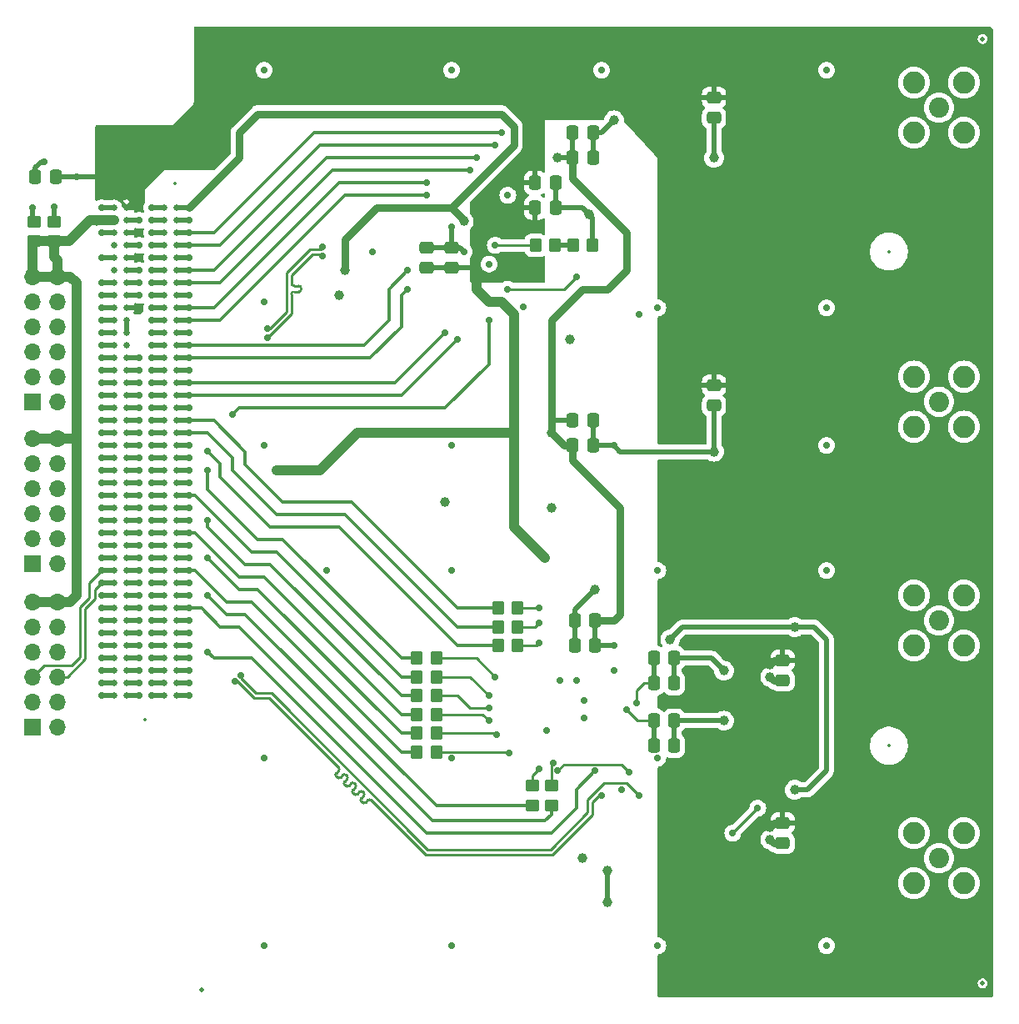
<source format=gbl>
%TF.GenerationSoftware,KiCad,Pcbnew,8.0.0*%
%TF.CreationDate,2024-09-01T16:52:44+03:00*%
%TF.ProjectId,ML605_LPC_Board_wADC_DAC,4d4c3630-355f-44c5-9043-5f426f617264,rev?*%
%TF.SameCoordinates,Original*%
%TF.FileFunction,Copper,L4,Bot*%
%TF.FilePolarity,Positive*%
%FSLAX46Y46*%
G04 Gerber Fmt 4.6, Leading zero omitted, Abs format (unit mm)*
G04 Created by KiCad (PCBNEW 8.0.0) date 2024-09-01 16:52:44*
%MOMM*%
%LPD*%
G01*
G04 APERTURE LIST*
G04 Aperture macros list*
%AMRoundRect*
0 Rectangle with rounded corners*
0 $1 Rounding radius*
0 $2 $3 $4 $5 $6 $7 $8 $9 X,Y pos of 4 corners*
0 Add a 4 corners polygon primitive as box body*
4,1,4,$2,$3,$4,$5,$6,$7,$8,$9,$2,$3,0*
0 Add four circle primitives for the rounded corners*
1,1,$1+$1,$2,$3*
1,1,$1+$1,$4,$5*
1,1,$1+$1,$6,$7*
1,1,$1+$1,$8,$9*
0 Add four rect primitives between the rounded corners*
20,1,$1+$1,$2,$3,$4,$5,0*
20,1,$1+$1,$4,$5,$6,$7,0*
20,1,$1+$1,$6,$7,$8,$9,0*
20,1,$1+$1,$8,$9,$2,$3,0*%
G04 Aperture macros list end*
%TA.AperFunction,SMDPad,CuDef*%
%ADD10C,0.640000*%
%TD*%
%TA.AperFunction,SMDPad,CuDef*%
%ADD11RoundRect,0.250000X0.450000X-0.350000X0.450000X0.350000X-0.450000X0.350000X-0.450000X-0.350000X0*%
%TD*%
%TA.AperFunction,SMDPad,CuDef*%
%ADD12RoundRect,0.250000X0.337500X0.475000X-0.337500X0.475000X-0.337500X-0.475000X0.337500X-0.475000X0*%
%TD*%
%TA.AperFunction,ComponentPad*%
%ADD13C,2.050000*%
%TD*%
%TA.AperFunction,ComponentPad*%
%ADD14C,2.250000*%
%TD*%
%TA.AperFunction,ComponentPad*%
%ADD15R,1.700000X1.700000*%
%TD*%
%TA.AperFunction,ComponentPad*%
%ADD16O,1.700000X1.700000*%
%TD*%
%TA.AperFunction,SMDPad,CuDef*%
%ADD17RoundRect,0.250000X-0.475000X0.337500X-0.475000X-0.337500X0.475000X-0.337500X0.475000X0.337500X0*%
%TD*%
%TA.AperFunction,SMDPad,CuDef*%
%ADD18RoundRect,0.250000X-0.337500X-0.475000X0.337500X-0.475000X0.337500X0.475000X-0.337500X0.475000X0*%
%TD*%
%TA.AperFunction,SMDPad,CuDef*%
%ADD19RoundRect,0.250000X0.350000X0.450000X-0.350000X0.450000X-0.350000X-0.450000X0.350000X-0.450000X0*%
%TD*%
%TA.AperFunction,SMDPad,CuDef*%
%ADD20RoundRect,0.250000X-0.350000X-0.450000X0.350000X-0.450000X0.350000X0.450000X-0.350000X0.450000X0*%
%TD*%
%TA.AperFunction,SMDPad,CuDef*%
%ADD21RoundRect,0.250000X-0.450000X0.350000X-0.450000X-0.350000X0.450000X-0.350000X0.450000X0.350000X0*%
%TD*%
%TA.AperFunction,SMDPad,CuDef*%
%ADD22C,0.500000*%
%TD*%
%TA.AperFunction,SMDPad,CuDef*%
%ADD23RoundRect,0.250000X0.475000X-0.337500X0.475000X0.337500X-0.475000X0.337500X-0.475000X-0.337500X0*%
%TD*%
%TA.AperFunction,ViaPad*%
%ADD24C,0.700000*%
%TD*%
%TA.AperFunction,ViaPad*%
%ADD25C,1.000000*%
%TD*%
%TA.AperFunction,Conductor*%
%ADD26C,1.016000*%
%TD*%
%TA.AperFunction,Conductor*%
%ADD27C,0.508000*%
%TD*%
%TA.AperFunction,Conductor*%
%ADD28C,0.762000*%
%TD*%
%TA.AperFunction,Conductor*%
%ADD29C,0.254000*%
%TD*%
%TA.AperFunction,Conductor*%
%ADD30C,0.355600*%
%TD*%
%ADD31C,0.300000*%
%ADD32C,0.350000*%
G04 APERTURE END LIST*
D10*
%TO.P,J1,C1,C1*%
%TO.N,GNDA*%
X85160000Y-118250000D03*
%TO.P,J1,C2,C2*%
%TO.N,/DP0_C2M_P*%
X85160000Y-116980000D03*
%TO.P,J1,C3,C3*%
%TO.N,/DP0_C2M_N*%
X85160000Y-115710000D03*
%TO.P,J1,C4,C4*%
%TO.N,GNDA*%
X85160000Y-114440000D03*
%TO.P,J1,C5,C5*%
X85160000Y-113170000D03*
%TO.P,J1,C6,C6*%
%TO.N,/DP0_M2C_P*%
X85160000Y-111900000D03*
%TO.P,J1,C7,C7*%
%TO.N,/DP0_M2C_N*%
X85160000Y-110630000D03*
%TO.P,J1,C8,C8*%
%TO.N,GNDA*%
X85160000Y-109360000D03*
%TO.P,J1,C9,C9*%
X85160000Y-108090000D03*
%TO.P,J1,C10,C10*%
%TO.N,/LA06_P*%
X85160000Y-106820000D03*
%TO.P,J1,C11,C11*%
%TO.N,/LA06_N*%
X85160000Y-105550000D03*
%TO.P,J1,C12,C12*%
%TO.N,GNDA*%
X85160000Y-104280000D03*
%TO.P,J1,C13,C13*%
X85160000Y-103010000D03*
%TO.P,J1,C14,C14*%
%TO.N,/LA10_P*%
X85160000Y-101740000D03*
%TO.P,J1,C15,C15*%
%TO.N,/LA10_N*%
X85160000Y-100470000D03*
%TO.P,J1,C16,C16*%
%TO.N,GNDA*%
X85160000Y-99200000D03*
%TO.P,J1,C17,C17*%
X85160000Y-97930000D03*
%TO.P,J1,C18,C18*%
%TO.N,/LA14_P*%
X85160000Y-96660000D03*
%TO.P,J1,C19,C19*%
%TO.N,/LA14_N*%
X85160000Y-95390000D03*
%TO.P,J1,C20,C20*%
%TO.N,GNDA*%
X85160000Y-94120000D03*
%TO.P,J1,C21,C21*%
X85160000Y-92850000D03*
%TO.P,J1,C22,C22*%
%TO.N,/LA18_P_CC*%
X85160000Y-91580000D03*
%TO.P,J1,C23,C23*%
%TO.N,/LA18_N_CC*%
X85160000Y-90310000D03*
%TO.P,J1,C24,C24*%
%TO.N,GNDA*%
X85160000Y-89040000D03*
%TO.P,J1,C25,C25*%
X85160000Y-87770000D03*
%TO.P,J1,C26,C26*%
%TO.N,/LA27_P*%
X85160000Y-86500000D03*
%TO.P,J1,C27,C27*%
%TO.N,/LA27_N*%
X85160000Y-85230000D03*
%TO.P,J1,C28,C28*%
%TO.N,GNDA*%
X85160000Y-83960000D03*
%TO.P,J1,C29,C29*%
X85160000Y-82690000D03*
%TO.P,J1,C30,C30*%
%TO.N,/SCL*%
X85160000Y-81420000D03*
%TO.P,J1,C31,C31*%
%TO.N,/SDA*%
X85160000Y-80150000D03*
%TO.P,J1,C32,C32*%
%TO.N,GNDA*%
X85160000Y-78880000D03*
%TO.P,J1,C33,C33*%
X85160000Y-77610000D03*
%TO.P,J1,C34,C34*%
%TO.N,/GA0*%
X85160000Y-76340000D03*
%TO.P,J1,C35,C35*%
%TO.N,+12V*%
X85160000Y-75070000D03*
%TO.P,J1,C36,C36*%
%TO.N,GNDA*%
X85160000Y-73800000D03*
%TO.P,J1,C37,C37*%
%TO.N,+12V*%
X85160000Y-72530000D03*
%TO.P,J1,C38,C38*%
%TO.N,GNDA*%
X85160000Y-71260000D03*
%TO.P,J1,C39,C39*%
%TO.N,3V3*%
X85160000Y-69990000D03*
%TO.P,J1,C40,C40*%
%TO.N,GNDA*%
X85160000Y-68720000D03*
%TO.P,J1,D1,D1*%
%TO.N,/PG_C2M*%
X86430000Y-118250000D03*
%TO.P,J1,D2,D2*%
%TO.N,GNDA*%
X86430000Y-116980000D03*
%TO.P,J1,D3,D3*%
X86430000Y-115710000D03*
%TO.P,J1,D4,D4*%
%TO.N,/GBTCLK0_M2C_P*%
X86430000Y-114440000D03*
%TO.P,J1,D5,D5*%
%TO.N,/GBTCLK0_M2C_N*%
X86430000Y-113170000D03*
%TO.P,J1,D6,D6*%
%TO.N,GNDA*%
X86430000Y-111900000D03*
%TO.P,J1,D7,D7*%
X86430000Y-110630000D03*
%TO.P,J1,D8,D8*%
%TO.N,/LA01_P*%
X86430000Y-109360000D03*
%TO.P,J1,D9,D9*%
%TO.N,/LA01_N*%
X86430000Y-108090000D03*
%TO.P,J1,D10,D10*%
%TO.N,GNDA*%
X86430000Y-106820000D03*
%TO.P,J1,D11,D11*%
%TO.N,/LA05_P*%
X86430000Y-105550000D03*
%TO.P,J1,D12,D12*%
%TO.N,/LA05_N*%
X86430000Y-104280000D03*
%TO.P,J1,D13,D13*%
%TO.N,GNDA*%
X86430000Y-103010000D03*
%TO.P,J1,D14,D14*%
%TO.N,/LA09_P*%
X86430000Y-101740000D03*
%TO.P,J1,D15,D15*%
%TO.N,/LA09_N*%
X86430000Y-100470000D03*
%TO.P,J1,D16,D16*%
%TO.N,GNDA*%
X86430000Y-99200000D03*
%TO.P,J1,D17,D17*%
%TO.N,/LA13_P*%
X86430000Y-97930000D03*
%TO.P,J1,D18,D18*%
%TO.N,/LA13_N*%
X86430000Y-96660000D03*
%TO.P,J1,D19,D19*%
%TO.N,GNDA*%
X86430000Y-95390000D03*
%TO.P,J1,D20,D20*%
%TO.N,/LA17_P_CC*%
X86430000Y-94120000D03*
%TO.P,J1,D21,D21*%
%TO.N,/LA17_N_CC*%
X86430000Y-92850000D03*
%TO.P,J1,D22,D22*%
%TO.N,GNDA*%
X86430000Y-91580000D03*
%TO.P,J1,D23,D23*%
%TO.N,/LA23_P*%
X86430000Y-90310000D03*
%TO.P,J1,D24,D24*%
%TO.N,/LA23_N*%
X86430000Y-89040000D03*
%TO.P,J1,D25,D25*%
%TO.N,GNDA*%
X86430000Y-87770000D03*
%TO.P,J1,D26,D26*%
%TO.N,/LA26_P*%
X86430000Y-86500000D03*
%TO.P,J1,D27,D27*%
%TO.N,/LA26_N*%
X86430000Y-85230000D03*
%TO.P,J1,D28,D28*%
%TO.N,GNDA*%
X86430000Y-83960000D03*
%TO.P,J1,D29,D29*%
%TO.N,/TCK*%
X86430000Y-82690000D03*
%TO.P,J1,D30,D30*%
%TO.N,/TDI*%
X86430000Y-81420000D03*
%TO.P,J1,D31,D31*%
X86430000Y-80150000D03*
%TO.P,J1,D32,D32*%
%TO.N,3V3*%
X86430000Y-78880000D03*
%TO.P,J1,D33,D33*%
%TO.N,/TMS*%
X86430000Y-77610000D03*
%TO.P,J1,D34,D34*%
%TO.N,/TRST_L*%
X86430000Y-76340000D03*
%TO.P,J1,D35,D35*%
%TO.N,/GA1*%
X86430000Y-75070000D03*
%TO.P,J1,D36,D36*%
%TO.N,3V3*%
X86430000Y-73800000D03*
%TO.P,J1,D37,D37*%
%TO.N,GNDA*%
X86430000Y-72530000D03*
%TO.P,J1,D38,D38*%
%TO.N,3V3*%
X86430000Y-71260000D03*
%TO.P,J1,D39,D39*%
%TO.N,GNDA*%
X86430000Y-69990000D03*
%TO.P,J1,D40,D40*%
%TO.N,3V3*%
X86430000Y-68720000D03*
%TO.P,J1,G1,G1*%
%TO.N,GNDA*%
X90240000Y-118250000D03*
%TO.P,J1,G2,G2*%
%TO.N,/CLK1_M2C_P*%
X90240000Y-116980000D03*
%TO.P,J1,G3,G3*%
%TO.N,/CLK1_M2C_N*%
X90240000Y-115710000D03*
%TO.P,J1,G4,G4*%
%TO.N,GNDA*%
X90240000Y-114440000D03*
%TO.P,J1,G5,G5*%
X90240000Y-113170000D03*
%TO.P,J1,G6,G6*%
%TO.N,/LA00_P_CC*%
X90240000Y-111900000D03*
%TO.P,J1,G7,G7*%
%TO.N,/LA00_N_CC*%
X90240000Y-110630000D03*
%TO.P,J1,G8,G8*%
%TO.N,GNDA*%
X90240000Y-109360000D03*
%TO.P,J1,G9,G9*%
%TO.N,/LA03_P*%
X90240000Y-108090000D03*
%TO.P,J1,G10,G10*%
%TO.N,/LA03_N*%
X90240000Y-106820000D03*
%TO.P,J1,G11,G11*%
%TO.N,GNDA*%
X90240000Y-105550000D03*
%TO.P,J1,G12,G12*%
%TO.N,/LA08_P*%
X90240000Y-104280000D03*
%TO.P,J1,G13,G13*%
%TO.N,/LA08_N*%
X90240000Y-103010000D03*
%TO.P,J1,G14,G14*%
%TO.N,GNDA*%
X90240000Y-101740000D03*
%TO.P,J1,G15,G15*%
%TO.N,/LA12_P*%
X90240000Y-100470000D03*
%TO.P,J1,G16,G16*%
%TO.N,/LA12_N*%
X90240000Y-99200000D03*
%TO.P,J1,G17,G17*%
%TO.N,GNDA*%
X90240000Y-97930000D03*
%TO.P,J1,G18,G18*%
%TO.N,/LA16_P*%
X90240000Y-96660000D03*
%TO.P,J1,G19,G19*%
%TO.N,/LA16_N*%
X90240000Y-95390000D03*
%TO.P,J1,G20,G20*%
%TO.N,GNDA*%
X90240000Y-94120000D03*
%TO.P,J1,G21,G21*%
%TO.N,/LA20_P*%
X90240000Y-92850000D03*
%TO.P,J1,G22,G22*%
%TO.N,/LA20_N*%
X90240000Y-91580000D03*
%TO.P,J1,G23,G23*%
%TO.N,GNDA*%
X90240000Y-90310000D03*
%TO.P,J1,G24,G24*%
%TO.N,/LA22_P*%
X90240000Y-89040000D03*
%TO.P,J1,G25,G25*%
%TO.N,/LA22_N*%
X90240000Y-87770000D03*
%TO.P,J1,G26,G26*%
%TO.N,GNDA*%
X90240000Y-86500000D03*
%TO.P,J1,G27,G27*%
%TO.N,/LA25_P*%
X90240000Y-85230000D03*
%TO.P,J1,G28,G28*%
%TO.N,/LA25_N*%
X90240000Y-83960000D03*
%TO.P,J1,G29,G29*%
%TO.N,GNDA*%
X90240000Y-82690000D03*
%TO.P,J1,G30,G30*%
%TO.N,/LA29_P*%
X90240000Y-81420000D03*
%TO.P,J1,G31,G31*%
%TO.N,/LA29_N*%
X90240000Y-80150000D03*
%TO.P,J1,G32,G32*%
%TO.N,GNDA*%
X90240000Y-78880000D03*
%TO.P,J1,G33,G33*%
%TO.N,/LA31_P*%
X90240000Y-77610000D03*
%TO.P,J1,G34,G34*%
%TO.N,/LA31_N*%
X90240000Y-76340000D03*
%TO.P,J1,G35,G35*%
%TO.N,GNDA*%
X90240000Y-75070000D03*
%TO.P,J1,G36,G36*%
%TO.N,/LA33_P*%
X90240000Y-73800000D03*
%TO.P,J1,G37,G37*%
%TO.N,/LA33_N*%
X90240000Y-72530000D03*
%TO.P,J1,G38,G38*%
%TO.N,GNDA*%
X90240000Y-71260000D03*
%TO.P,J1,G39,G39*%
%TO.N,VADJ*%
X90240000Y-69990000D03*
%TO.P,J1,G40,G40*%
%TO.N,GNDA*%
X90240000Y-68720000D03*
%TO.P,J1,H1,H1*%
%TO.N,/VREF_A_M2C*%
X91510000Y-118250000D03*
%TO.P,J1,H2,H2*%
%TO.N,/PRSNT_M2C_L*%
X91510000Y-116980000D03*
%TO.P,J1,H3,H3*%
%TO.N,GNDA*%
X91510000Y-115710000D03*
%TO.P,J1,H4,H4*%
%TO.N,/CLK0_M2C_P*%
X91510000Y-114440000D03*
%TO.P,J1,H5,H5*%
%TO.N,/CLK0_M2C_N*%
X91510000Y-113170000D03*
%TO.P,J1,H6,H6*%
%TO.N,GNDA*%
X91510000Y-111900000D03*
%TO.P,J1,H7,H7*%
%TO.N,/LA02_P*%
X91510000Y-110630000D03*
%TO.P,J1,H8,H8*%
%TO.N,/LA02_N*%
X91510000Y-109360000D03*
%TO.P,J1,H9,H9*%
%TO.N,GNDA*%
X91510000Y-108090000D03*
%TO.P,J1,H10,H10*%
%TO.N,/LA04_P*%
X91510000Y-106820000D03*
%TO.P,J1,H11,H11*%
%TO.N,/LA04_N*%
X91510000Y-105550000D03*
%TO.P,J1,H12,H12*%
%TO.N,GNDA*%
X91510000Y-104280000D03*
%TO.P,J1,H13,H13*%
%TO.N,/LA07_P*%
X91510000Y-103010000D03*
%TO.P,J1,H14,H14*%
%TO.N,/LA07_N*%
X91510000Y-101740000D03*
%TO.P,J1,H15,H15*%
%TO.N,GNDA*%
X91510000Y-100470000D03*
%TO.P,J1,H16,H16*%
%TO.N,/LA11_P*%
X91510000Y-99200000D03*
%TO.P,J1,H17,H17*%
%TO.N,/LA11_N*%
X91510000Y-97930000D03*
%TO.P,J1,H18,H18*%
%TO.N,GNDA*%
X91510000Y-96660000D03*
%TO.P,J1,H19,H19*%
%TO.N,/LA15_P*%
X91510000Y-95390000D03*
%TO.P,J1,H20,H20*%
%TO.N,/LA15_N*%
X91510000Y-94120000D03*
%TO.P,J1,H21,H21*%
%TO.N,GNDA*%
X91510000Y-92850000D03*
%TO.P,J1,H22,H22*%
%TO.N,/LA19_P*%
X91510000Y-91580000D03*
%TO.P,J1,H23,H23*%
%TO.N,/LA19_N*%
X91510000Y-90310000D03*
%TO.P,J1,H24,H24*%
%TO.N,GNDA*%
X91510000Y-89040000D03*
%TO.P,J1,H25,H25*%
%TO.N,/LA21_P*%
X91510000Y-87770000D03*
%TO.P,J1,H26,H26*%
%TO.N,/LA21_N*%
X91510000Y-86500000D03*
%TO.P,J1,H27,H27*%
%TO.N,GNDA*%
X91510000Y-85230000D03*
%TO.P,J1,H28,H28*%
%TO.N,/LA24_P*%
X91510000Y-83960000D03*
%TO.P,J1,H29,H29*%
%TO.N,/LA24_N*%
X91510000Y-82690000D03*
%TO.P,J1,H30,H30*%
%TO.N,GNDA*%
X91510000Y-81420000D03*
%TO.P,J1,H31,H31*%
%TO.N,/LA28_P*%
X91510000Y-80150000D03*
%TO.P,J1,H32,H32*%
%TO.N,/LA28_N*%
X91510000Y-78880000D03*
%TO.P,J1,H33,H33*%
%TO.N,GNDA*%
X91510000Y-77610000D03*
%TO.P,J1,H34,H34*%
%TO.N,/LA30_P*%
X91510000Y-76340000D03*
%TO.P,J1,H35,H35*%
%TO.N,/LA30_N*%
X91510000Y-75070000D03*
%TO.P,J1,H36,H36*%
%TO.N,GNDA*%
X91510000Y-73800000D03*
%TO.P,J1,H37,H37*%
%TO.N,/LA32_P*%
X91510000Y-72530000D03*
%TO.P,J1,H38,H38*%
%TO.N,/LA32_N*%
X91510000Y-71260000D03*
%TO.P,J1,H39,H39*%
%TO.N,GNDA*%
X91510000Y-69990000D03*
%TO.P,J1,H40,H40*%
%TO.N,VADJ*%
X91510000Y-68720000D03*
%TD*%
D11*
%TO.P,R52,1*%
%TO.N,3V3*%
X79064000Y-72133000D03*
%TO.P,R52,2*%
%TO.N,/Identification_EEPROM/SCL*%
X79064000Y-70133000D03*
%TD*%
%TO.P,R51,1*%
%TO.N,3V3*%
X77032000Y-72133000D03*
%TO.P,R51,2*%
%TO.N,/Identification_EEPROM/SDA*%
X77032000Y-70133000D03*
%TD*%
D12*
%TO.P,C39,1*%
%TO.N,3V3*%
X79212500Y-65545000D03*
%TO.P,C39,2*%
%TO.N,GNDA*%
X77137500Y-65545000D03*
%TD*%
D13*
%TO.P,J8,1,In*%
%TO.N,Net-(J8-In)*%
X168980000Y-58560000D03*
D14*
%TO.P,J8,2,Ext*%
%TO.N,GNDA*%
X166440000Y-56020000D03*
X166440000Y-61100000D03*
X171520000Y-56020000D03*
X171520000Y-61100000D03*
%TD*%
D13*
%TO.P,J9,1,In*%
%TO.N,Net-(J9-In)*%
X168980000Y-88405000D03*
D14*
%TO.P,J9,2,Ext*%
%TO.N,GNDA*%
X166440000Y-85865000D03*
X166440000Y-90945000D03*
X171520000Y-85865000D03*
X171520000Y-90945000D03*
%TD*%
D15*
%TO.P,J10,1,Pin_1*%
%TO.N,/CLK1_M2C_N*%
X76905000Y-121425000D03*
D16*
%TO.P,J10,2,Pin_2*%
%TO.N,/CLK1_M2C_P*%
X79445000Y-121425000D03*
%TO.P,J10,3,Pin_3*%
%TO.N,/LA01_N*%
X76905000Y-118885000D03*
%TO.P,J10,4,Pin_4*%
%TO.N,/LA01_P*%
X79445000Y-118885000D03*
%TO.P,J10,5,Pin_5*%
%TO.N,/LA06_N*%
X76905000Y-116345000D03*
%TO.P,J10,6,Pin_6*%
%TO.N,/LA06_P*%
X79445000Y-116345000D03*
%TO.P,J10,7,Pin_7*%
%TO.N,/LA05_N*%
X76905000Y-113805000D03*
%TO.P,J10,8,Pin_8*%
%TO.N,/LA05_P*%
X79445000Y-113805000D03*
%TO.P,J10,9,Pin_9*%
%TO.N,GNDA*%
X76905000Y-111265000D03*
%TO.P,J10,10,Pin_10*%
X79445000Y-111265000D03*
%TO.P,J10,11,Pin_11*%
%TO.N,3V3*%
X76905000Y-108725000D03*
%TO.P,J10,12,Pin_12*%
X79445000Y-108725000D03*
%TD*%
D13*
%TO.P,J5,1,In*%
%TO.N,/ADC_Circuit/I_IN*%
X168980000Y-110630000D03*
D14*
%TO.P,J5,2,Ext*%
%TO.N,GNDA*%
X166440000Y-108090000D03*
X166440000Y-113170000D03*
X171520000Y-108090000D03*
X171520000Y-113170000D03*
%TD*%
D13*
%TO.P,J4,1,In*%
%TO.N,/ADC_Circuit/Q_IN*%
X168980000Y-134760000D03*
D14*
%TO.P,J4,2,Ext*%
%TO.N,GNDA*%
X166440000Y-132220000D03*
X166440000Y-137300000D03*
X171520000Y-132220000D03*
X171520000Y-137300000D03*
%TD*%
D15*
%TO.P,J12,1,Pin_1*%
%TO.N,/LA17_P_CC*%
X76905000Y-88405000D03*
D16*
%TO.P,J12,2,Pin_2*%
%TO.N,/LA17_N_CC*%
X79445000Y-88405000D03*
%TO.P,J12,3,Pin_3*%
%TO.N,/LA18_P_CC*%
X76905000Y-85865000D03*
%TO.P,J12,4,Pin_4*%
%TO.N,/LA18_N_CC*%
X79445000Y-85865000D03*
%TO.P,J12,5,Pin_5*%
%TO.N,/LA27_P*%
X76905000Y-83325000D03*
%TO.P,J12,6,Pin_6*%
%TO.N,/LA27_N*%
X79445000Y-83325000D03*
%TO.P,J12,7,Pin_7*%
%TO.N,/SCL*%
X76905000Y-80785000D03*
%TO.P,J12,8,Pin_8*%
%TO.N,/SDA*%
X79445000Y-80785000D03*
%TO.P,J12,9,Pin_9*%
%TO.N,GNDA*%
X76905000Y-78245000D03*
%TO.P,J12,10,Pin_10*%
X79445000Y-78245000D03*
%TO.P,J12,11,Pin_11*%
%TO.N,3V3*%
X76905000Y-75705000D03*
%TO.P,J12,12,Pin_12*%
X79445000Y-75705000D03*
%TD*%
D15*
%TO.P,J11,1,Pin_1*%
%TO.N,/LA09_N*%
X76885000Y-104890000D03*
D16*
%TO.P,J11,2,Pin_2*%
%TO.N,/LA09_P*%
X79425000Y-104890000D03*
%TO.P,J11,3,Pin_3*%
%TO.N,/LA10_N*%
X76885000Y-102350000D03*
%TO.P,J11,4,Pin_4*%
%TO.N,/LA10_P*%
X79425000Y-102350000D03*
%TO.P,J11,5,Pin_5*%
%TO.N,/LA13_N*%
X76885000Y-99810000D03*
%TO.P,J11,6,Pin_6*%
%TO.N,/LA13_P*%
X79425000Y-99810000D03*
%TO.P,J11,7,Pin_7*%
%TO.N,/LA14_N*%
X76885000Y-97270000D03*
%TO.P,J11,8,Pin_8*%
%TO.N,/LA14_P*%
X79425000Y-97270000D03*
%TO.P,J11,9,Pin_9*%
%TO.N,GNDA*%
X76885000Y-94730000D03*
%TO.P,J11,10,Pin_10*%
X79425000Y-94730000D03*
%TO.P,J11,11,Pin_11*%
%TO.N,3V3*%
X76885000Y-92190000D03*
%TO.P,J11,12,Pin_12*%
X79425000Y-92190000D03*
%TD*%
D17*
%TO.P,C32,1*%
%TO.N,3V3*%
X146120000Y-86732500D03*
%TO.P,C32,2*%
%TO.N,GNDA*%
X146120000Y-88807500D03*
%TD*%
D18*
%TO.P,C20,1*%
%TO.N,1V5*%
X131747500Y-90310000D03*
%TO.P,C20,2*%
%TO.N,GNDA*%
X133822500Y-90310000D03*
%TD*%
D19*
%TO.P,R6,1*%
%TO.N,Net-(IC1-I1)*%
X117910000Y-116345000D03*
%TO.P,R6,2*%
%TO.N,/LA11_N*%
X115910000Y-116345000D03*
%TD*%
D20*
%TO.P,R17,1*%
%TO.N,/LA20_P*%
X124165000Y-113170000D03*
%TO.P,R17,2*%
%TO.N,Net-(IC1-I6)*%
X126165000Y-113170000D03*
%TD*%
D19*
%TO.P,R10,1*%
%TO.N,Net-(IC1-Q7)*%
X117910000Y-120155000D03*
%TO.P,R10,2*%
%TO.N,/LA07_N*%
X115910000Y-120155000D03*
%TD*%
D17*
%TO.P,C17,1*%
%TO.N,3V3*%
X153105000Y-131182500D03*
%TO.P,C17,2*%
%TO.N,GNDA*%
X153105000Y-133257500D03*
%TD*%
%TO.P,C36,1*%
%TO.N,GNDA*%
X119450000Y-72762500D03*
%TO.P,C36,2*%
%TO.N,3V3*%
X119450000Y-74837500D03*
%TD*%
D19*
%TO.P,R8,1*%
%TO.N,Net-(IC1-Q9)*%
X117910000Y-118250000D03*
%TO.P,R8,2*%
%TO.N,/LA12_N*%
X115910000Y-118250000D03*
%TD*%
D12*
%TO.P,C7,1*%
%TO.N,1V5*%
X134055000Y-110630000D03*
%TO.P,C7,2*%
%TO.N,GNDA*%
X131980000Y-110630000D03*
%TD*%
D18*
%TO.P,C34,1*%
%TO.N,3V3*%
X127937500Y-66180000D03*
%TO.P,C34,2*%
%TO.N,GNDA*%
X130012500Y-66180000D03*
%TD*%
D21*
%TO.P,R18,1*%
%TO.N,Net-(IC1-Q1)*%
X127705000Y-127410000D03*
%TO.P,R18,2*%
%TO.N,/LA03_N*%
X127705000Y-129410000D03*
%TD*%
D19*
%TO.P,R12,1*%
%TO.N,Net-(IC1-Q5)*%
X117910000Y-122060000D03*
%TO.P,R12,2*%
%TO.N,/LA08_N*%
X115910000Y-122060000D03*
%TD*%
D20*
%TO.P,R34,1*%
%TO.N,Net-(IC4-BIASJ_A)*%
X127975000Y-72530000D03*
%TO.P,R34,2*%
%TO.N,Net-(R34-Pad2)*%
X129975000Y-72530000D03*
%TD*%
D22*
%TO.P,FID5,*%
%TO.N,*%
X94050000Y-148095000D03*
%TD*%
D18*
%TO.P,C19,1*%
%TO.N,1V5*%
X131747500Y-61100000D03*
%TO.P,C19,2*%
%TO.N,GNDA*%
X133822500Y-61100000D03*
%TD*%
D19*
%TO.P,R4,1*%
%TO.N,Net-(IC1-I3)*%
X117910000Y-114440000D03*
%TO.P,R4,2*%
%TO.N,/LA16_N*%
X115910000Y-114440000D03*
%TD*%
D20*
%TO.P,R21,1*%
%TO.N,/LA19_P*%
X124165000Y-111265000D03*
%TO.P,R21,2*%
%TO.N,Net-(IC1-I8)*%
X126165000Y-111265000D03*
%TD*%
%TO.P,R23,1*%
%TO.N,/LA19_N*%
X124165000Y-109360000D03*
%TO.P,R23,2*%
%TO.N,Net-(IC1-I9)*%
X126165000Y-109360000D03*
%TD*%
D18*
%TO.P,C11,1*%
%TO.N,Net-(IC1-VRP)*%
X140002500Y-123330000D03*
%TO.P,C11,2*%
%TO.N,GNDA*%
X142077500Y-123330000D03*
%TD*%
D12*
%TO.P,C10,1*%
%TO.N,GNDA*%
X142077500Y-120790000D03*
%TO.P,C10,2*%
%TO.N,Net-(IC1-VRP)*%
X140002500Y-120790000D03*
%TD*%
D18*
%TO.P,C22,1*%
%TO.N,1V5*%
X131747500Y-92850000D03*
%TO.P,C22,2*%
%TO.N,GNDA*%
X133822500Y-92850000D03*
%TD*%
D20*
%TO.P,R35,1*%
%TO.N,Net-(R34-Pad2)*%
X131785000Y-72530000D03*
%TO.P,R35,2*%
%TO.N,GNDA*%
X133785000Y-72530000D03*
%TD*%
D23*
%TO.P,C35,1*%
%TO.N,3V3*%
X116910000Y-74837500D03*
%TO.P,C35,2*%
%TO.N,GNDA*%
X116910000Y-72762500D03*
%TD*%
D21*
%TO.P,R22,1*%
%TO.N,Net-(IC1-I{slash}~{Q})*%
X129610000Y-127410000D03*
%TO.P,R22,2*%
%TO.N,/LA02_N*%
X129610000Y-129410000D03*
%TD*%
D18*
%TO.P,C6,1*%
%TO.N,GNDA*%
X131980000Y-113170000D03*
%TO.P,C6,2*%
%TO.N,1V5*%
X134055000Y-113170000D03*
%TD*%
D17*
%TO.P,C31,1*%
%TO.N,3V3*%
X146120000Y-57522500D03*
%TO.P,C31,2*%
%TO.N,GNDA*%
X146120000Y-59597500D03*
%TD*%
D19*
%TO.P,R14,1*%
%TO.N,Net-(IC1-Q3)*%
X117910000Y-123965000D03*
%TO.P,R14,2*%
%TO.N,/LA04_N*%
X115910000Y-123965000D03*
%TD*%
D22*
%TO.P,FID4,*%
%TO.N,*%
X173425000Y-51575000D03*
%TD*%
D12*
%TO.P,C33,1*%
%TO.N,GNDA*%
X130012500Y-68720000D03*
%TO.P,C33,2*%
%TO.N,3V3*%
X127937500Y-68720000D03*
%TD*%
D22*
%TO.P,FID6,*%
%TO.N,*%
X173425000Y-147460000D03*
%TD*%
D18*
%TO.P,C21,1*%
%TO.N,1V5*%
X131747500Y-63640000D03*
%TO.P,C21,2*%
%TO.N,GNDA*%
X133822500Y-63640000D03*
%TD*%
D17*
%TO.P,C16,1*%
%TO.N,3V3*%
X153105000Y-114672500D03*
%TO.P,C16,2*%
%TO.N,GNDA*%
X153105000Y-116747500D03*
%TD*%
D18*
%TO.P,C8,1*%
%TO.N,Net-(IC1-VRN)*%
X140002500Y-114440000D03*
%TO.P,C8,2*%
%TO.N,GNDA*%
X142077500Y-114440000D03*
%TD*%
D12*
%TO.P,C9,1*%
%TO.N,GNDA*%
X142077500Y-116980000D03*
%TO.P,C9,2*%
%TO.N,Net-(IC1-VRN)*%
X140002500Y-116980000D03*
%TD*%
D24*
%TO.N,/Identification_EEPROM/SCL*%
X79064000Y-68593000D03*
%TO.N,/Identification_EEPROM/SDA*%
X76905000Y-68720000D03*
%TO.N,3V3*%
X81350000Y-65545000D03*
%TO.N,GNDA*%
X78048000Y-64021000D03*
X88970000Y-118250000D03*
X88970000Y-113170000D03*
X87700000Y-110630000D03*
X88970000Y-82690000D03*
X136722000Y-127775000D03*
D25*
X151835000Y-132855000D03*
D24*
X83890000Y-108090000D03*
X92780000Y-69990000D03*
X100400000Y-78245000D03*
X87700000Y-69990000D03*
X135960000Y-92850000D03*
X87700000Y-103010000D03*
X126741822Y-78755178D03*
X111430220Y-73165000D03*
X88970000Y-101740000D03*
X83890000Y-103010000D03*
D25*
X134055000Y-107455000D03*
D24*
X132912000Y-118758000D03*
X92780000Y-115710000D03*
X88970000Y-86500000D03*
X92780000Y-104280000D03*
X92780000Y-92850000D03*
X157550000Y-92850000D03*
X92780000Y-85230000D03*
X83890000Y-68720000D03*
X87700000Y-95390000D03*
X119450000Y-124600000D03*
X92780000Y-77610000D03*
X87700000Y-115710000D03*
X83890000Y-71260000D03*
X88970000Y-94120000D03*
X87700000Y-106820000D03*
X120720000Y-73165000D03*
X88970000Y-114440000D03*
X87700000Y-111900000D03*
D25*
X135960000Y-59830000D03*
D24*
X87700000Y-91580000D03*
X100400000Y-124600000D03*
X88970000Y-97930000D03*
X157550000Y-105550000D03*
D25*
X118815000Y-98565000D03*
D24*
X92780000Y-111900000D03*
D25*
X147136000Y-115710000D03*
D24*
X92780000Y-100470000D03*
D25*
X147136000Y-120790000D03*
D24*
X83890000Y-82690000D03*
X92780000Y-73800000D03*
X83890000Y-109360000D03*
D25*
X146120000Y-63640000D03*
D24*
X92780000Y-96660000D03*
X129102000Y-121806000D03*
X83890000Y-77610000D03*
X87700000Y-99200000D03*
X157550000Y-78880000D03*
X83890000Y-97930000D03*
D25*
X133420000Y-69355000D03*
D24*
X83890000Y-89040000D03*
D25*
X132785000Y-134760000D03*
D24*
X87700000Y-72530000D03*
X83890000Y-94120000D03*
X88970000Y-105550000D03*
X119450000Y-105550000D03*
X87700000Y-83960000D03*
D25*
X151835000Y-116345000D03*
D24*
X140405000Y-78880000D03*
X88970000Y-71260000D03*
X140405000Y-105550000D03*
X87700000Y-87770000D03*
X134690000Y-54750000D03*
X83890000Y-104280000D03*
X83890000Y-118250000D03*
X119450000Y-70625000D03*
X100400000Y-54750000D03*
X88970000Y-68720000D03*
D25*
X129610000Y-99200000D03*
D24*
X140405000Y-143650000D03*
X92780000Y-89040000D03*
D25*
X146120000Y-93485000D03*
D24*
X83890000Y-73800000D03*
D25*
X131515000Y-82055000D03*
D24*
X83890000Y-87770000D03*
X119450000Y-54750000D03*
X92780000Y-108090000D03*
X100400000Y-92850000D03*
X88970000Y-90310000D03*
X106750000Y-105550000D03*
D25*
X108020000Y-77610000D03*
D24*
X119450000Y-92850000D03*
X83890000Y-113170000D03*
X87700000Y-116980000D03*
X83890000Y-114440000D03*
X92780000Y-81420000D03*
X100400000Y-143650000D03*
X123260000Y-74435000D03*
X88970000Y-78880000D03*
X157550000Y-143650000D03*
X157550000Y-54750000D03*
X130503000Y-116726000D03*
X83890000Y-78880000D03*
X140405000Y-124600000D03*
X88970000Y-109360000D03*
X132150000Y-116726000D03*
X83890000Y-92850000D03*
X132912000Y-120536000D03*
X83890000Y-83960000D03*
X83890000Y-99200000D03*
X88970000Y-75070000D03*
X119450000Y-143650000D03*
D25*
%TO.N,1V5*%
X129610000Y-91580000D03*
D24*
X135960000Y-113170000D03*
D25*
X129610000Y-91580000D03*
X130245000Y-63640000D03*
D24*
%TO.N,Net-(IC1-VRN)*%
X138246000Y-119012000D03*
%TO.N,Net-(IC1-VRP)*%
X137230000Y-119643000D03*
D25*
%TO.N,3V3*%
X101670000Y-95390000D03*
X126435000Y-56655000D03*
X106750000Y-56655000D03*
D24*
X87700000Y-78880000D03*
D25*
X146120000Y-85230000D03*
D24*
X123260000Y-71260000D03*
D25*
X106750000Y-52845000D03*
D24*
X87700000Y-71260000D03*
D25*
X151835000Y-131585000D03*
D24*
X126435000Y-69355000D03*
D25*
X146120000Y-56020000D03*
D24*
X83890000Y-69990000D03*
D25*
X146755000Y-118250000D03*
X128975000Y-104280000D03*
X151835000Y-115075000D03*
D24*
X121990000Y-75070000D03*
X87700000Y-68720000D03*
D25*
X126435000Y-52845000D03*
D24*
X87700000Y-73800000D03*
D25*
%TO.N,/ADC_Circuit/VCM_ADC*%
X154335420Y-111304580D03*
X154335420Y-127814580D03*
X141675000Y-112535000D03*
D24*
%TO.N,Net-(IC1-Q3)*%
X125292000Y-124092000D03*
%TO.N,VADJ*%
X92780000Y-68720000D03*
D25*
X135325000Y-139205000D03*
X135325000Y-136030000D03*
D24*
X125165000Y-67450000D03*
X138500000Y-79515000D03*
X130245000Y-125870000D03*
X137484000Y-125997000D03*
X88970000Y-69990000D03*
D25*
X120693616Y-70083028D03*
D24*
X135960000Y-115710000D03*
D25*
X108655000Y-75070000D03*
D24*
%TO.N,Net-(IC1-I1)*%
X123260000Y-118250000D03*
%TO.N,Net-(IC1-Q7)*%
X123260000Y-120790000D03*
%TO.N,/ADC_Circuit/Q+*%
X148025000Y-132220000D03*
X150565000Y-129680000D03*
%TO.N,Net-(IC1-I6)*%
X128340000Y-112916000D03*
%TO.N,Net-(IC1-I3)*%
X123895000Y-116345000D03*
%TO.N,Net-(IC1-I{slash}~{Q})*%
X129757000Y-125108000D03*
%TO.N,Net-(IC1-I8)*%
X128340000Y-110884000D03*
%TO.N,Net-(IC1-Q5)*%
X124020857Y-122185857D03*
%TO.N,Net-(IC1-I9)*%
X128340000Y-109360000D03*
%TO.N,Net-(IC1-Q1)*%
X128361847Y-125718865D03*
%TO.N,Net-(IC1-Q9)*%
X123260000Y-119520000D03*
%TO.N,/LA20_N*%
X88970000Y-91580000D03*
%TO.N,/LA19_N*%
X92780000Y-90310000D03*
%TO.N,/LA20_P*%
X94685000Y-93442200D03*
X88970000Y-92850000D03*
%TO.N,/LA29_P*%
X88970000Y-81420000D03*
%TO.N,/LA33_P*%
X88970000Y-73800000D03*
%TO.N,/DAC Circuit/SLEEP*%
X125165000Y-76975000D03*
X132150000Y-75705000D03*
%TO.N,/LA21_P*%
X92780000Y-87770000D03*
X120085000Y-82055000D03*
%TO.N,/LA22_N*%
X88970000Y-87770000D03*
%TO.N,/LA30_P*%
X121355000Y-64910000D03*
X92780000Y-76340000D03*
%TO.N,/LA30_N*%
X121990000Y-63640000D03*
X92780000Y-75070000D03*
%TO.N,/LA24_N*%
X115005000Y-75070000D03*
X92780000Y-82690000D03*
%TO.N,/LA24_P*%
X115005000Y-76975000D03*
X92780000Y-83960000D03*
%TO.N,/LA22_P*%
X88970000Y-89040000D03*
%TO.N,/LA33_N*%
X88970000Y-72530000D03*
%TO.N,/LA25_P*%
X88970000Y-85230000D03*
%TO.N,/LA21_N*%
X92780000Y-86500000D03*
X118815000Y-81420000D03*
%TO.N,/LA32_P*%
X92780000Y-72530000D03*
X123895000Y-62370000D03*
%TO.N,/LA25_N*%
X88970000Y-83960000D03*
%TO.N,/LA32_N*%
X92780000Y-71260000D03*
X124530000Y-61100000D03*
%TO.N,/LA28_N*%
X116910000Y-66180000D03*
X92780000Y-78880000D03*
%TO.N,Net-(IC4-BIASJ_A)*%
X123895000Y-72530000D03*
%TO.N,/LA31_P*%
X88970000Y-77610000D03*
%TO.N,/LA28_P*%
X92780000Y-80150000D03*
X116910000Y-67450000D03*
%TO.N,/LA31_N*%
X88970000Y-76340000D03*
%TO.N,/PRSNT_M2C_L*%
X92780000Y-116980000D03*
%TO.N,/LA14_P*%
X83890000Y-96660000D03*
%TO.N,/LA27_P*%
X83890000Y-86500000D03*
%TO.N,/CLK1_M2C_N*%
X88970000Y-115710000D03*
%TO.N,/LA07_P*%
X92780000Y-103010000D03*
%TO.N,/PG_C2M*%
X87700000Y-118250000D03*
%TO.N,/SDA*%
X83890000Y-80150000D03*
%TO.N,/DP0_M2C_N*%
X83890000Y-110630000D03*
%TO.N,/CLK1_M2C_P*%
X88970000Y-116980000D03*
%TO.N,/TRST_L*%
X87700000Y-76340000D03*
%TO.N,/GA1*%
X87700000Y-75070000D03*
%TO.N,/DP0_C2M_N*%
X83890000Y-115710000D03*
%TO.N,/LA11_N*%
X92780000Y-97930000D03*
%TO.N,/VREF_A_M2C*%
X92780000Y-118250000D03*
%TO.N,/LA27_N*%
X83890000Y-85230000D03*
%TO.N,/LA26_N*%
X106369000Y-73642000D03*
X100781000Y-81897000D03*
X87700000Y-85230000D03*
%TO.N,/GA0*%
X83890000Y-76340000D03*
%TO.N,/DP0_C2M_P*%
X83890000Y-116980000D03*
%TO.N,/LA15_N*%
X92780000Y-94120000D03*
%TO.N,/LA15_P*%
X92780000Y-95390000D03*
%TO.N,/LA18_P_CC*%
X83890000Y-91580000D03*
%TO.N,/LA17_P_CC*%
X87700000Y-94120000D03*
%TO.N,/LA19_P*%
X92780000Y-91580000D03*
%TO.N,/LA12_N*%
X94685000Y-100470000D03*
X88970000Y-99200000D03*
%TO.N,/LA07_N*%
X92780000Y-101740000D03*
%TO.N,/LA16_N*%
X94685000Y-95390000D03*
X88970000Y-95390000D03*
%TO.N,/LA23_P*%
X123260000Y-80150000D03*
X87700000Y-90310000D03*
X97225000Y-89717800D03*
%TO.N,/LA00_P_CC*%
X94685000Y-113805000D03*
X88970000Y-111900000D03*
X134055000Y-125870000D03*
%TO.N,/DP0_M2C_P*%
X83890000Y-111900000D03*
%TO.N,/SCL*%
X83890000Y-81420000D03*
%TO.N,/LA13_P*%
X87700000Y-97930000D03*
%TO.N,/LA10_N*%
X83890000Y-100470000D03*
%TO.N,/LA29_N*%
X88970000Y-80150000D03*
%TO.N,/LA05_N*%
X87700000Y-104280000D03*
%TO.N,/LA00_N_CC*%
X88970000Y-110630000D03*
%TO.N,/LA14_N*%
X83890000Y-95390000D03*
%TO.N,/LA26_P*%
X106369000Y-72688000D03*
X87700000Y-86500000D03*
X100781000Y-80943000D03*
%TO.N,/LA09_P*%
X87700000Y-101740000D03*
%TO.N,/LA10_P*%
X83890000Y-101740000D03*
%TO.N,/LA03_N*%
X88970000Y-106820000D03*
X94685000Y-108090000D03*
%TO.N,/GBTCLK0_M2C_N*%
X87700000Y-113170000D03*
%TO.N,/LA13_N*%
X87700000Y-96660000D03*
%TO.N,/LA17_N_CC*%
X87700000Y-92850000D03*
%TO.N,/LA12_P*%
X88970000Y-100470000D03*
%TO.N,/LA11_P*%
X92780000Y-99200000D03*
%TO.N,/LA02_N*%
X92780000Y-109360000D03*
%TO.N,/LA04_P*%
X92780000Y-106820000D03*
%TO.N,/LA08_P*%
X88970000Y-104280000D03*
%TO.N,/LA02_P*%
X92780000Y-110630000D03*
%TO.N,/LA08_N*%
X94685000Y-104280000D03*
X88970000Y-103010000D03*
%TO.N,/LA03_P*%
X88970000Y-108090000D03*
%TO.N,/GBTCLK0_M2C_P*%
X87700000Y-114440000D03*
%TO.N,/LA06_P*%
X83890000Y-106820000D03*
%TO.N,/LA06_N*%
X83890000Y-105550000D03*
%TO.N,/LA05_P*%
X87700000Y-105550000D03*
%TO.N,/CLK0_M2C_N*%
X92780000Y-113170000D03*
X98015723Y-116189277D03*
X138500000Y-128410000D03*
%TO.N,/CLK0_M2C_P*%
X134690000Y-128410000D03*
X92780000Y-114440000D03*
X97411853Y-116793147D03*
%TO.N,/TMS*%
X87700000Y-77610000D03*
%TO.N,/LA04_N*%
X92780000Y-105550000D03*
%TO.N,/LA16_P*%
X88970000Y-96660000D03*
%TO.N,/LA09_N*%
X87700000Y-100470000D03*
%TO.N,/LA23_N*%
X87700000Y-89040000D03*
%TO.N,/LA18_N_CC*%
X83890000Y-90310000D03*
%TO.N,/LA01_N*%
X87700000Y-108090000D03*
%TO.N,/LA01_P*%
X87700000Y-109360000D03*
%TD*%
D26*
%TO.N,3V3*%
X77032000Y-72133000D02*
X79064000Y-72133000D01*
X79445000Y-74054000D02*
X79064000Y-73673000D01*
X79445000Y-75705000D02*
X79445000Y-74054000D01*
X79064000Y-73673000D02*
X79064000Y-72133000D01*
X76905000Y-72260000D02*
X77032000Y-72133000D01*
X76905000Y-75705000D02*
X76905000Y-72260000D01*
X82747000Y-69990000D02*
X83890000Y-69990000D01*
X80604000Y-72133000D02*
X82747000Y-69990000D01*
X79064000Y-72133000D02*
X80604000Y-72133000D01*
D27*
%TO.N,/Identification_EEPROM/SDA*%
X76905000Y-70006000D02*
X77032000Y-70133000D01*
X76905000Y-68720000D02*
X76905000Y-70006000D01*
%TO.N,/Identification_EEPROM/SCL*%
X79064000Y-70133000D02*
X79064000Y-68593000D01*
%TO.N,3V3*%
X79212500Y-65545000D02*
X81350000Y-65545000D01*
%TO.N,GNDA*%
X77794000Y-64021000D02*
X78048000Y-64021000D01*
X77137500Y-64677500D02*
X77794000Y-64021000D01*
X77137500Y-65545000D02*
X77137500Y-64677500D01*
%TO.N,3V3*%
X84525000Y-65545000D02*
X87700000Y-68720000D01*
X81350000Y-65545000D02*
X84525000Y-65545000D01*
%TO.N,/TDI*%
X86430000Y-81420000D02*
X86430000Y-80150000D01*
%TO.N,GNDA*%
X85160000Y-77610000D02*
X83890000Y-77610000D01*
X91510000Y-77610000D02*
X92780000Y-77610000D01*
D28*
X151835000Y-132855000D02*
X152237500Y-133257500D01*
D27*
X83890000Y-73800000D02*
X85160000Y-73800000D01*
X85160000Y-92850000D02*
X83890000Y-92850000D01*
X90121000Y-97930000D02*
X89089000Y-97930000D01*
X86549000Y-103010000D02*
X87581000Y-103010000D01*
X90240000Y-118250000D02*
X88970000Y-118250000D01*
X85160000Y-118250000D02*
X83890000Y-118250000D01*
X91510000Y-81420000D02*
X92780000Y-81420000D01*
X91510000Y-104280000D02*
X92780000Y-104280000D01*
X85160000Y-83960000D02*
X83890000Y-83960000D01*
X85160000Y-87770000D02*
X83890000Y-87770000D01*
X131980000Y-110630000D02*
X131980000Y-113170000D01*
X120720000Y-73165000D02*
X120317500Y-72762500D01*
X85041000Y-94120000D02*
X84009000Y-94120000D01*
X91510000Y-108090000D02*
X92780000Y-108090000D01*
X133822500Y-61100000D02*
X134690000Y-61100000D01*
X91510000Y-89040000D02*
X92780000Y-89040000D01*
X132785000Y-68720000D02*
X133420000Y-69355000D01*
X142077500Y-120790000D02*
X142077500Y-123330000D01*
X90121000Y-90310000D02*
X89089000Y-90310000D01*
X90121000Y-105550000D02*
X89089000Y-105550000D01*
X91510000Y-92850000D02*
X92780000Y-92850000D01*
X91510000Y-111900000D02*
X92780000Y-111900000D01*
X134690000Y-61100000D02*
X135325000Y-60465000D01*
X92780000Y-115710000D02*
X91510000Y-115710000D01*
X133822500Y-61100000D02*
X133822500Y-63640000D01*
X90121000Y-75070000D02*
X89089000Y-75070000D01*
X91510000Y-73800000D02*
X92780000Y-73800000D01*
X135325000Y-60465000D02*
X135960000Y-59830000D01*
X91510000Y-96660000D02*
X92780000Y-96660000D01*
X86430000Y-115710000D02*
X87700000Y-115710000D01*
X90240000Y-113170000D02*
X88970000Y-113170000D01*
X133420000Y-69355000D02*
X133785000Y-69720000D01*
X90121000Y-109360000D02*
X89089000Y-109360000D01*
X90121000Y-94120000D02*
X89089000Y-94120000D01*
X120317500Y-72762500D02*
X119450000Y-72762500D01*
X86549000Y-87770000D02*
X87581000Y-87770000D01*
X85160000Y-103010000D02*
X83890000Y-103010000D01*
X85160000Y-97930000D02*
X83890000Y-97930000D01*
X130012500Y-68720000D02*
X132785000Y-68720000D01*
X146120000Y-63640000D02*
X146120000Y-59597500D01*
X85160000Y-78880000D02*
X83890000Y-78880000D01*
X146120000Y-93485000D02*
X136595000Y-93485000D01*
X90121000Y-82690000D02*
X89089000Y-82690000D01*
X146120000Y-93485000D02*
X146120000Y-88807500D01*
X136595000Y-93485000D02*
X135960000Y-92850000D01*
X142077500Y-114440000D02*
X142077500Y-116980000D01*
X116910000Y-72762500D02*
X119450000Y-72762500D01*
X90121000Y-68720000D02*
X89089000Y-68720000D01*
X119450000Y-70625000D02*
X119450000Y-72762500D01*
X85041000Y-114440000D02*
X84009000Y-114440000D01*
X134055000Y-107455000D02*
X131980000Y-109530000D01*
X91510000Y-69990000D02*
X92780000Y-69990000D01*
X133822500Y-92850000D02*
X133822500Y-90310000D01*
X86549000Y-111900000D02*
X87581000Y-111900000D01*
X85041000Y-99200000D02*
X84009000Y-99200000D01*
D28*
X152237500Y-133257500D02*
X153105000Y-133257500D01*
D27*
X86549000Y-99200000D02*
X87581000Y-99200000D01*
X85160000Y-71260000D02*
X83890000Y-71260000D01*
D28*
X151835000Y-116345000D02*
X152237500Y-116747500D01*
D27*
X130012500Y-68720000D02*
X130012500Y-66180000D01*
X85160000Y-82690000D02*
X83890000Y-82690000D01*
X86549000Y-83960000D02*
X87581000Y-83960000D01*
X86549000Y-116980000D02*
X87581000Y-116980000D01*
X86549000Y-95390000D02*
X87581000Y-95390000D01*
X147136000Y-115710000D02*
X145866000Y-114440000D01*
X135960000Y-92850000D02*
X133822500Y-92850000D01*
X86549000Y-91580000D02*
X87581000Y-91580000D01*
X85041000Y-104280000D02*
X84009000Y-104280000D01*
X85160000Y-68720000D02*
X83890000Y-68720000D01*
X91510000Y-85230000D02*
X92780000Y-85230000D01*
X147136000Y-120790000D02*
X142077500Y-120790000D01*
D28*
X152237500Y-116747500D02*
X153105000Y-116747500D01*
D27*
X133785000Y-69720000D02*
X133785000Y-72530000D01*
X90121000Y-86500000D02*
X89089000Y-86500000D01*
X85160000Y-108090000D02*
X83890000Y-108090000D01*
X85041000Y-109360000D02*
X84009000Y-109360000D01*
X90121000Y-101740000D02*
X89089000Y-101740000D01*
X86549000Y-72530000D02*
X87581000Y-72530000D01*
X91510000Y-100470000D02*
X92780000Y-100470000D01*
X85041000Y-89040000D02*
X84009000Y-89040000D01*
X90121000Y-78880000D02*
X89089000Y-78880000D01*
X131980000Y-109530000D02*
X131980000Y-110630000D01*
X86430000Y-110630000D02*
X87700000Y-110630000D01*
X86549000Y-106820000D02*
X87581000Y-106820000D01*
X90121000Y-71260000D02*
X89089000Y-71260000D01*
X85160000Y-113170000D02*
X83890000Y-113170000D01*
X86549000Y-69990000D02*
X87581000Y-69990000D01*
X90121000Y-114440000D02*
X89089000Y-114440000D01*
X145866000Y-114440000D02*
X142077500Y-114440000D01*
D28*
%TO.N,1V5*%
X135325000Y-76975000D02*
X137230000Y-75070000D01*
D27*
X130245000Y-63640000D02*
X131747500Y-63640000D01*
D28*
X136595000Y-109995000D02*
X135960000Y-110630000D01*
X132785000Y-76975000D02*
X135325000Y-76975000D01*
X131747500Y-92850000D02*
X130880000Y-92850000D01*
X131747500Y-65777500D02*
X131747500Y-63640000D01*
X131747500Y-94352500D02*
X136595000Y-99200000D01*
X136595000Y-99200000D02*
X136595000Y-109995000D01*
X129610000Y-91580000D02*
X129610000Y-80150000D01*
X137230000Y-75070000D02*
X137230000Y-71260000D01*
D27*
X131747500Y-63640000D02*
X131747500Y-61100000D01*
X134055000Y-110630000D02*
X134055000Y-113170000D01*
X131747500Y-90310000D02*
X129610000Y-90310000D01*
D28*
X129610000Y-80150000D02*
X132785000Y-76975000D01*
X130880000Y-92850000D02*
X129610000Y-91580000D01*
X131747500Y-92850000D02*
X131747500Y-94352500D01*
X137230000Y-71260000D02*
X131747500Y-65777500D01*
X135960000Y-110630000D02*
X134055000Y-110630000D01*
D27*
X135960000Y-113170000D02*
X134055000Y-113170000D01*
%TO.N,Net-(IC1-VRN)*%
X140002500Y-116980000D02*
X140002500Y-114440000D01*
D29*
X139008000Y-116980000D02*
X140002500Y-116980000D01*
X138246000Y-117742000D02*
X139008000Y-116980000D01*
X138246000Y-119012000D02*
X138246000Y-117742000D01*
D27*
%TO.N,Net-(IC1-VRP)*%
X140002500Y-123330000D02*
X140002500Y-120790000D01*
D29*
X137230000Y-119643000D02*
X138377000Y-120790000D01*
X138377000Y-120790000D02*
X140002500Y-120790000D01*
D26*
%TO.N,3V3*%
X76905000Y-75705000D02*
X79445000Y-75705000D01*
X124530000Y-78245000D02*
X125800000Y-79515000D01*
D27*
X86549000Y-71260000D02*
X87581000Y-71260000D01*
X116910000Y-74837500D02*
X119450000Y-74837500D01*
D26*
X80715000Y-75705000D02*
X81350000Y-76340000D01*
X123260000Y-78245000D02*
X124530000Y-78245000D01*
D28*
X151835000Y-115075000D02*
X152237500Y-114672500D01*
D26*
X79425000Y-92190000D02*
X81325000Y-92190000D01*
X121990000Y-76975000D02*
X123260000Y-78245000D01*
X76885000Y-92190000D02*
X79425000Y-92190000D01*
X106115000Y-95390000D02*
X109925000Y-91580000D01*
D27*
X86549000Y-73800000D02*
X87581000Y-73800000D01*
D26*
X125800000Y-79515000D02*
X125800000Y-101105000D01*
D27*
X146120000Y-56020000D02*
X146120000Y-57522500D01*
D26*
X80715000Y-108725000D02*
X79445000Y-108725000D01*
X85160000Y-69990000D02*
X83890000Y-69990000D01*
X121990000Y-76975000D02*
X121990000Y-75070000D01*
X81350000Y-92215000D02*
X81350000Y-108090000D01*
X101670000Y-95390000D02*
X106115000Y-95390000D01*
X81350000Y-108090000D02*
X80715000Y-108725000D01*
X125800000Y-101105000D02*
X128975000Y-104280000D01*
D28*
X152237500Y-114672500D02*
X153105000Y-114672500D01*
X151835000Y-131585000D02*
X152237500Y-131182500D01*
X152237500Y-131182500D02*
X153105000Y-131182500D01*
D26*
X109925000Y-91580000D02*
X125800000Y-91580000D01*
X79445000Y-75705000D02*
X80715000Y-75705000D01*
D27*
X146120000Y-85230000D02*
X146120000Y-86732500D01*
X86430000Y-68720000D02*
X87700000Y-68720000D01*
X86549000Y-78880000D02*
X87581000Y-78880000D01*
D26*
X81325000Y-92190000D02*
X81350000Y-92215000D01*
X81350000Y-76340000D02*
X81350000Y-92215000D01*
D27*
X121757500Y-74837500D02*
X121990000Y-75070000D01*
X119450000Y-74837500D02*
X121757500Y-74837500D01*
D26*
X76905000Y-108725000D02*
X79445000Y-108725000D01*
D27*
%TO.N,/ADC_Circuit/VCM_ADC*%
X156319580Y-111304580D02*
X157550000Y-112535000D01*
X155605420Y-127814580D02*
X154335420Y-127814580D01*
X141675000Y-112535000D02*
X142905420Y-111304580D01*
X142905420Y-111304580D02*
X154335420Y-111304580D01*
X157550000Y-113170000D02*
X157550000Y-125870000D01*
X157550000Y-125870000D02*
X155605420Y-127814580D01*
X157550000Y-112535000D02*
X157550000Y-113170000D01*
X154335420Y-111304580D02*
X156319580Y-111304580D01*
D29*
%TO.N,Net-(IC1-Q3)*%
X125165000Y-123965000D02*
X117910000Y-123965000D01*
X125292000Y-124092000D02*
X125165000Y-123965000D01*
D28*
%TO.N,VADJ*%
X119450000Y-68720000D02*
X111830000Y-68720000D01*
X92780000Y-68720000D02*
X97860000Y-63640000D01*
X97860000Y-61100000D02*
X99765000Y-59195000D01*
X108655000Y-71895000D02*
X108655000Y-75070000D01*
D27*
X91510000Y-68720000D02*
X92780000Y-68720000D01*
X90121000Y-69990000D02*
X89089000Y-69990000D01*
D28*
X111830000Y-68720000D02*
X109290000Y-71260000D01*
X97860000Y-63640000D02*
X97860000Y-61100000D01*
X125800000Y-62370000D02*
X119450000Y-68720000D01*
X120693616Y-69963616D02*
X120693616Y-70083028D01*
D27*
X135325000Y-136030000D02*
X135325000Y-139205000D01*
D29*
X130245000Y-125870000D02*
X130880000Y-125235000D01*
D28*
X109290000Y-71260000D02*
X108655000Y-71895000D01*
D29*
X136722000Y-125235000D02*
X137484000Y-125997000D01*
D28*
X119450000Y-68720000D02*
X120693616Y-69963616D01*
X124530000Y-59195000D02*
X125800000Y-60465000D01*
D29*
X130880000Y-125235000D02*
X136722000Y-125235000D01*
D28*
X125800000Y-60465000D02*
X125800000Y-62370000D01*
X99765000Y-59195000D02*
X124530000Y-59195000D01*
D29*
%TO.N,Net-(IC1-I1)*%
X121355000Y-116345000D02*
X117910000Y-116345000D01*
X123260000Y-118250000D02*
X121355000Y-116345000D01*
%TO.N,Net-(IC1-Q7)*%
X122625000Y-120155000D02*
X117910000Y-120155000D01*
X123260000Y-120790000D02*
X122625000Y-120155000D01*
%TO.N,/ADC_Circuit/Q+*%
X148025000Y-132220000D02*
X150565000Y-129680000D01*
%TO.N,Net-(IC1-I6)*%
X128086000Y-113170000D02*
X128340000Y-112916000D01*
X126165000Y-113170000D02*
X128086000Y-113170000D01*
%TO.N,Net-(IC1-I3)*%
X121990000Y-114440000D02*
X117910000Y-114440000D01*
X123895000Y-116345000D02*
X121990000Y-114440000D01*
%TO.N,Net-(IC1-I{slash}~{Q})*%
X129610000Y-125255000D02*
X129610000Y-127410000D01*
X129757000Y-125108000D02*
X129610000Y-125255000D01*
%TO.N,Net-(IC1-I8)*%
X128340000Y-110884000D02*
X127959000Y-111265000D01*
X127959000Y-111265000D02*
X126165000Y-111265000D01*
%TO.N,Net-(IC1-Q5)*%
X124020857Y-122185857D02*
X123895000Y-122060000D01*
X123895000Y-122060000D02*
X117910000Y-122060000D01*
%TO.N,Net-(IC1-I9)*%
X128340000Y-109360000D02*
X126165000Y-109360000D01*
%TO.N,Net-(IC1-Q1)*%
X128361847Y-125718865D02*
X127705000Y-126375712D01*
X127705000Y-126375712D02*
X127705000Y-127410000D01*
%TO.N,Net-(IC1-Q9)*%
X120085000Y-118250000D02*
X117910000Y-118250000D01*
X123260000Y-119520000D02*
X121355000Y-119520000D01*
X121355000Y-119520000D02*
X120085000Y-118250000D01*
D27*
%TO.N,/LA20_N*%
X90121000Y-91580000D02*
X89089000Y-91580000D01*
D30*
%TO.N,/LA19_N*%
X98495000Y-93485000D02*
X95320000Y-90310000D01*
D27*
X91510000Y-90310000D02*
X92780000Y-90310000D01*
D30*
X124165000Y-109360000D02*
X120085000Y-109360000D01*
X109290000Y-98565000D02*
X102305000Y-98565000D01*
X120085000Y-109360000D02*
X109290000Y-98565000D01*
X102305000Y-98565000D02*
X98495000Y-94755000D01*
X98495000Y-94755000D02*
X98495000Y-93485000D01*
X95320000Y-90310000D02*
X92780000Y-90310000D01*
%TO.N,/LA20_P*%
X95955000Y-96025000D02*
X101035000Y-101105000D01*
D27*
X90121000Y-92850000D02*
X89089000Y-92850000D01*
D30*
X94685000Y-93442200D02*
X95955000Y-94712200D01*
X120085000Y-113170000D02*
X124165000Y-113170000D01*
X101035000Y-101105000D02*
X108020000Y-101105000D01*
X108020000Y-101105000D02*
X120085000Y-113170000D01*
X95955000Y-94712200D02*
X95955000Y-96025000D01*
D27*
%TO.N,/LA29_P*%
X90121000Y-81420000D02*
X89089000Y-81420000D01*
%TO.N,/LA33_P*%
X90121000Y-73800000D02*
X89089000Y-73800000D01*
D29*
%TO.N,/DAC Circuit/SLEEP*%
X130880000Y-76975000D02*
X132150000Y-75705000D01*
X125165000Y-76975000D02*
X130880000Y-76975000D01*
D27*
%TO.N,/LA21_P*%
X91510000Y-87770000D02*
X92780000Y-87770000D01*
D30*
X120085000Y-82055000D02*
X114370000Y-87770000D01*
X114370000Y-87770000D02*
X92780000Y-87770000D01*
D27*
%TO.N,/LA22_N*%
X90121000Y-87770000D02*
X89089000Y-87770000D01*
D30*
%TO.N,/LA30_P*%
X107385000Y-64910000D02*
X95955000Y-76340000D01*
D27*
X91510000Y-76340000D02*
X92780000Y-76340000D01*
D30*
X121355000Y-64910000D02*
X107385000Y-64910000D01*
X95955000Y-76340000D02*
X92780000Y-76340000D01*
%TO.N,/LA30_N*%
X121990000Y-63640000D02*
X106750000Y-63640000D01*
D27*
X91510000Y-75070000D02*
X92780000Y-75070000D01*
D30*
X95320000Y-75070000D02*
X92780000Y-75070000D01*
X106750000Y-63640000D02*
X95320000Y-75070000D01*
D27*
%TO.N,/LA24_N*%
X91510000Y-82690000D02*
X92780000Y-82690000D01*
D30*
X113100000Y-76975000D02*
X113100000Y-80150000D01*
X115005000Y-75070000D02*
X113100000Y-76975000D01*
X110560000Y-82690000D02*
X92780000Y-82690000D01*
X113100000Y-80150000D02*
X110560000Y-82690000D01*
%TO.N,/LA24_P*%
X115005000Y-76975000D02*
X114370000Y-77610000D01*
X114370000Y-80785000D02*
X111195000Y-83960000D01*
D27*
X91510000Y-83960000D02*
X92780000Y-83960000D01*
D30*
X111195000Y-83960000D02*
X92780000Y-83960000D01*
X114370000Y-77610000D02*
X114370000Y-80785000D01*
D27*
%TO.N,/LA22_P*%
X90121000Y-89040000D02*
X89089000Y-89040000D01*
%TO.N,/LA33_N*%
X90121000Y-72530000D02*
X89089000Y-72530000D01*
%TO.N,/LA25_P*%
X90121000Y-85230000D02*
X89089000Y-85230000D01*
D30*
%TO.N,/LA21_N*%
X118815000Y-81420000D02*
X113735000Y-86500000D01*
D27*
X91510000Y-86500000D02*
X92780000Y-86500000D01*
D30*
X113735000Y-86500000D02*
X92780000Y-86500000D01*
%TO.N,/LA32_P*%
X123895000Y-62370000D02*
X106115000Y-62370000D01*
D27*
X91510000Y-72530000D02*
X92780000Y-72530000D01*
D30*
X106115000Y-62370000D02*
X95955000Y-72530000D01*
X95955000Y-72530000D02*
X92780000Y-72530000D01*
D27*
%TO.N,/LA25_N*%
X90121000Y-83960000D02*
X89089000Y-83960000D01*
%TO.N,/LA32_N*%
X91510000Y-71260000D02*
X92780000Y-71260000D01*
D30*
X95320000Y-71260000D02*
X92780000Y-71260000D01*
X124530000Y-61100000D02*
X105480000Y-61100000D01*
X105480000Y-61100000D02*
X95320000Y-71260000D01*
D27*
%TO.N,/LA28_N*%
X91510000Y-78880000D02*
X92780000Y-78880000D01*
D30*
X116910000Y-66180000D02*
X108020000Y-66180000D01*
X95320000Y-78880000D02*
X92780000Y-78880000D01*
X108020000Y-66180000D02*
X95320000Y-78880000D01*
D29*
%TO.N,Net-(IC4-BIASJ_A)*%
X123895000Y-72530000D02*
X127975000Y-72530000D01*
D27*
%TO.N,/LA31_P*%
X90121000Y-77610000D02*
X89089000Y-77610000D01*
D30*
%TO.N,/LA28_P*%
X108655000Y-67450000D02*
X95955000Y-80150000D01*
D27*
X91510000Y-80150000D02*
X92780000Y-80150000D01*
D30*
X116910000Y-67450000D02*
X108655000Y-67450000D01*
X95955000Y-80150000D02*
X92780000Y-80150000D01*
D27*
%TO.N,/LA31_N*%
X90121000Y-76340000D02*
X89089000Y-76340000D01*
%TO.N,/PRSNT_M2C_L*%
X92780000Y-116980000D02*
X91510000Y-116980000D01*
%TO.N,/LA14_P*%
X85041000Y-96660000D02*
X84009000Y-96660000D01*
%TO.N,/LA27_P*%
X85041000Y-86500000D02*
X84009000Y-86500000D01*
%TO.N,/CLK1_M2C_N*%
X90121000Y-115710000D02*
X89089000Y-115710000D01*
%TO.N,/LA07_P*%
X91510000Y-103010000D02*
X92780000Y-103010000D01*
%TO.N,/PG_C2M*%
X86430000Y-118250000D02*
X87700000Y-118250000D01*
%TO.N,/SDA*%
X85160000Y-80150000D02*
X83890000Y-80150000D01*
%TO.N,/DP0_M2C_N*%
X85041000Y-110630000D02*
X84009000Y-110630000D01*
%TO.N,/CLK1_M2C_P*%
X90121000Y-116980000D02*
X89089000Y-116980000D01*
X90240000Y-116980000D02*
X90121000Y-116861000D01*
X89089000Y-116861000D02*
X88970000Y-116980000D01*
%TO.N,/TRST_L*%
X86549000Y-76340000D02*
X87581000Y-76340000D01*
%TO.N,/GA1*%
X86549000Y-75070000D02*
X87581000Y-75070000D01*
%TO.N,/DP0_C2M_N*%
X85041000Y-115710000D02*
X84009000Y-115710000D01*
D30*
%TO.N,/LA11_N*%
X114370000Y-116345000D02*
X101670000Y-103645000D01*
X93415000Y-97930000D02*
X92780000Y-97930000D01*
X115910000Y-116345000D02*
X114370000Y-116345000D01*
X101670000Y-103645000D02*
X99130000Y-103645000D01*
D27*
X91510000Y-97930000D02*
X92780000Y-97930000D01*
D30*
X99130000Y-103645000D02*
X93415000Y-97930000D01*
D27*
%TO.N,/VREF_A_M2C*%
X91510000Y-118250000D02*
X92780000Y-118250000D01*
%TO.N,/LA27_N*%
X85160000Y-85230000D02*
X83890000Y-85230000D01*
D29*
%TO.N,/LA26_N*%
X103194000Y-75556212D02*
X105331211Y-73419001D01*
X106146001Y-73419001D02*
X106369000Y-73642000D01*
X105331211Y-73419001D02*
X106146001Y-73419001D01*
X103194000Y-76402580D02*
X103194000Y-76282580D01*
X103924148Y-76642580D02*
X103434000Y-76642580D01*
D27*
X86549000Y-85230000D02*
X87581000Y-85230000D01*
D29*
X103434000Y-77242580D02*
X103924148Y-77242580D01*
X103194000Y-76282580D02*
X103194000Y-75556212D01*
X100781000Y-81897000D02*
X103194000Y-79484000D01*
X103194000Y-79484000D02*
X103194000Y-77482580D01*
X104164148Y-77002580D02*
X104164148Y-76882580D01*
X104164148Y-76882580D02*
G75*
G03*
X103924148Y-76642552I-240048J-20D01*
G01*
X103434000Y-76642580D02*
G75*
G02*
X103194020Y-76402580I0J239980D01*
G01*
X103194000Y-77482580D02*
G75*
G02*
X103434000Y-77242600I240000J-20D01*
G01*
X103924148Y-77242580D02*
G75*
G03*
X104164080Y-77002580I-48J239980D01*
G01*
D27*
%TO.N,/GA0*%
X85160000Y-76340000D02*
X83890000Y-76340000D01*
%TO.N,/DP0_C2M_P*%
X85041000Y-116980000D02*
X84009000Y-116980000D01*
%TO.N,/LA15_N*%
X92780000Y-94120000D02*
X91510000Y-94120000D01*
%TO.N,/LA15_P*%
X91510000Y-95390000D02*
X92780000Y-95390000D01*
%TO.N,/LA18_P_CC*%
X85041000Y-91580000D02*
X84009000Y-91580000D01*
%TO.N,/LA17_P_CC*%
X86549000Y-94120000D02*
X87581000Y-94120000D01*
%TO.N,/LA19_P*%
X91510000Y-91580000D02*
X92780000Y-91580000D01*
D30*
X124165000Y-111265000D02*
X120085000Y-111265000D01*
X101670000Y-99835000D02*
X97225000Y-95390000D01*
X97225000Y-94120000D02*
X94685000Y-91580000D01*
X120085000Y-111265000D02*
X108655000Y-99835000D01*
X97225000Y-95390000D02*
X97225000Y-94120000D01*
X94685000Y-91580000D02*
X92780000Y-91580000D01*
X108655000Y-99835000D02*
X101670000Y-99835000D01*
%TO.N,/LA12_N*%
X101035000Y-104915000D02*
X100400000Y-104915000D01*
X100400000Y-104915000D02*
X98495000Y-104915000D01*
X114370000Y-118250000D02*
X101035000Y-104915000D01*
D27*
X90121000Y-99200000D02*
X89089000Y-99200000D01*
D30*
X94685000Y-101105000D02*
X94685000Y-100470000D01*
X98495000Y-104915000D02*
X94685000Y-101105000D01*
X115910000Y-118250000D02*
X114370000Y-118250000D01*
%TO.N,/LA07_N*%
X97860000Y-106185000D02*
X93415000Y-101740000D01*
D27*
X91510000Y-101740000D02*
X92780000Y-101740000D01*
D30*
X114370000Y-120155000D02*
X100400000Y-106185000D01*
X93415000Y-101740000D02*
X92780000Y-101740000D01*
X115910000Y-120155000D02*
X114370000Y-120155000D01*
X100400000Y-106185000D02*
X97860000Y-106185000D01*
%TO.N,/LA16_N*%
X114370000Y-114440000D02*
X102305000Y-102375000D01*
D27*
X90121000Y-95390000D02*
X89089000Y-95390000D01*
D30*
X102305000Y-102375000D02*
X99765000Y-102375000D01*
X115910000Y-114440000D02*
X114370000Y-114440000D01*
X99765000Y-102375000D02*
X94685000Y-97295000D01*
X94685000Y-97295000D02*
X94685000Y-95390000D01*
%TO.N,/LA23_P*%
X97225000Y-89675000D02*
X97225000Y-89717800D01*
X97860000Y-89040000D02*
X97225000Y-89675000D01*
X118815000Y-89040000D02*
X118180000Y-89040000D01*
X123260000Y-80150000D02*
X123260000Y-84595000D01*
X123260000Y-84595000D02*
X118815000Y-89040000D01*
X118180000Y-89040000D02*
X97860000Y-89040000D01*
D27*
X86549000Y-90310000D02*
X87581000Y-90310000D01*
D30*
%TO.N,/LA00_P_CC*%
X132150000Y-129680000D02*
X132150000Y-127775000D01*
X94685000Y-113805000D02*
X95320000Y-114440000D01*
X129610000Y-132220000D02*
X132150000Y-129680000D01*
X99130000Y-114440000D02*
X116910000Y-132220000D01*
X132150000Y-127775000D02*
X134055000Y-125870000D01*
D27*
X90121000Y-111900000D02*
X89089000Y-111900000D01*
D30*
X95320000Y-114440000D02*
X99130000Y-114440000D01*
X116910000Y-132220000D02*
X129610000Y-132220000D01*
D27*
%TO.N,/DP0_M2C_P*%
X85041000Y-111900000D02*
X84009000Y-111900000D01*
%TO.N,/SCL*%
X85160000Y-81420000D02*
X83890000Y-81420000D01*
%TO.N,/LA13_P*%
X86549000Y-97930000D02*
X87581000Y-97930000D01*
%TO.N,/LA10_N*%
X85041000Y-100470000D02*
X84009000Y-100470000D01*
%TO.N,/LA29_N*%
X90121000Y-80150000D02*
X89089000Y-80150000D01*
%TO.N,/LA05_N*%
X86549000Y-104280000D02*
X87581000Y-104280000D01*
%TO.N,/LA00_N_CC*%
X90121000Y-110630000D02*
X89089000Y-110630000D01*
%TO.N,/LA14_N*%
X85041000Y-95390000D02*
X84009000Y-95390000D01*
%TO.N,/LA26_P*%
X86549000Y-86500000D02*
X87581000Y-86500000D01*
D29*
X100781000Y-80943000D02*
X101016579Y-80943000D01*
X105099001Y-72910999D02*
X106146001Y-72910999D01*
X101016579Y-80943000D02*
X102686000Y-79273579D01*
X106146001Y-72910999D02*
X106369000Y-72688000D01*
X102686000Y-79273579D02*
X102686000Y-75324000D01*
X102686000Y-75324000D02*
X105099001Y-72910999D01*
D27*
%TO.N,/LA09_P*%
X87581000Y-101740000D02*
X86549000Y-101740000D01*
%TO.N,/LA10_P*%
X85041000Y-101740000D02*
X84009000Y-101740000D01*
D30*
%TO.N,/LA03_N*%
X98495000Y-109995000D02*
X96590000Y-109995000D01*
X127705000Y-129410000D02*
X117910000Y-129410000D01*
X117910000Y-129410000D02*
X98495000Y-109995000D01*
X96590000Y-109995000D02*
X94685000Y-108090000D01*
D27*
X90121000Y-106820000D02*
X89089000Y-106820000D01*
%TO.N,/GBTCLK0_M2C_N*%
X86549000Y-113170000D02*
X87581000Y-113170000D01*
%TO.N,/LA13_N*%
X86549000Y-96660000D02*
X87581000Y-96660000D01*
%TO.N,/LA17_N_CC*%
X86549000Y-92850000D02*
X87581000Y-92850000D01*
%TO.N,/LA12_P*%
X90121000Y-100470000D02*
X89089000Y-100470000D01*
%TO.N,/LA11_P*%
X91510000Y-99200000D02*
X92780000Y-99200000D01*
D30*
%TO.N,/LA02_N*%
X95955000Y-111265000D02*
X94050000Y-109360000D01*
X129610000Y-129410000D02*
X129610000Y-130315000D01*
X94050000Y-109360000D02*
X92780000Y-109360000D01*
X128975000Y-130950000D02*
X117545000Y-130950000D01*
D27*
X91510000Y-109360000D02*
X92780000Y-109360000D01*
D30*
X117545000Y-130950000D02*
X97860000Y-111265000D01*
X97860000Y-111265000D02*
X95955000Y-111265000D01*
X129610000Y-130315000D02*
X128975000Y-130950000D01*
D27*
%TO.N,/LA04_P*%
X91510000Y-106820000D02*
X92780000Y-106820000D01*
%TO.N,/LA08_P*%
X90121000Y-104280000D02*
X89089000Y-104280000D01*
%TO.N,/LA02_P*%
X91510000Y-110630000D02*
X92780000Y-110630000D01*
D30*
%TO.N,/LA08_N*%
X114370000Y-122060000D02*
X99765000Y-107455000D01*
D27*
X90121000Y-103010000D02*
X89089000Y-103010000D01*
D30*
X115910000Y-122060000D02*
X114370000Y-122060000D01*
X97860000Y-107455000D02*
X94685000Y-104280000D01*
X99765000Y-107455000D02*
X97860000Y-107455000D01*
D27*
%TO.N,/LA03_P*%
X90121000Y-108090000D02*
X89089000Y-108090000D01*
%TO.N,/GBTCLK0_M2C_P*%
X86549000Y-114440000D02*
X87581000Y-114440000D01*
D29*
%TO.N,/LA06_P*%
X82239000Y-109465212D02*
X82239000Y-114545212D01*
X82239000Y-114545212D02*
X80439212Y-116345000D01*
D27*
X85041000Y-106820000D02*
X84009000Y-106820000D01*
D29*
X80439212Y-116345000D02*
X79445000Y-116345000D01*
X83255000Y-108449212D02*
X82239000Y-109465212D01*
X83255000Y-107455000D02*
X83255000Y-108449212D01*
X83890000Y-106820000D02*
X83255000Y-107455000D01*
%TO.N,/LA06_N*%
X82620000Y-108365788D02*
X81731000Y-109254788D01*
X83890000Y-105550000D02*
X82620000Y-106820000D01*
X81731000Y-109254788D02*
X81731000Y-114334788D01*
X81731000Y-114334788D02*
X80850188Y-115215600D01*
X82620000Y-106820000D02*
X82620000Y-108365788D01*
X80850188Y-115215600D02*
X78034400Y-115215600D01*
D27*
X85041000Y-105550000D02*
X84009000Y-105550000D01*
D29*
X78034400Y-115215600D02*
X76905000Y-116345000D01*
D27*
%TO.N,/LA05_P*%
X86549000Y-105550000D02*
X87581000Y-105550000D01*
D29*
%TO.N,/CLK0_M2C_N*%
X98015723Y-116433936D02*
X99577787Y-117996000D01*
X133246154Y-130129634D02*
X133246154Y-128859634D01*
X136595000Y-127140000D02*
X137230000Y-127140000D01*
X129504788Y-133871000D02*
X133246154Y-130129634D01*
X117015212Y-133871000D02*
X129504788Y-133871000D01*
X99577787Y-117996000D02*
X101140212Y-117996000D01*
X133246154Y-128859634D02*
X133875394Y-128230394D01*
X98015723Y-116189277D02*
X98015723Y-116433936D01*
X101140212Y-117996000D02*
X117015212Y-133871000D01*
X134965788Y-127140000D02*
X136595000Y-127140000D01*
X133875394Y-128230394D02*
X134965788Y-127140000D01*
D27*
X91510000Y-113170000D02*
X92780000Y-113170000D01*
D29*
X137230000Y-127140000D02*
X138500000Y-128410000D01*
%TO.N,/CLK0_M2C_P*%
X110521748Y-128095960D02*
X110436897Y-128011109D01*
X107844023Y-125418235D02*
X100929788Y-118504000D01*
X100929788Y-118504000D02*
X99367365Y-118504000D01*
X129715212Y-134379000D02*
X116804788Y-134379000D01*
X110361292Y-129104945D02*
X110276439Y-129020092D01*
X134690000Y-128410000D02*
X134414212Y-128410000D01*
X109248956Y-127162580D02*
X109003654Y-127407879D01*
X107730845Y-126135103D02*
X107976161Y-125889784D01*
D27*
X91510000Y-114440000D02*
X92780000Y-114440000D01*
D29*
X110946014Y-128859638D02*
X110700704Y-129104945D01*
X109673220Y-127247432D02*
X109588368Y-127162580D01*
X108824690Y-126398902D02*
X108739839Y-126314051D01*
X108664242Y-127407879D02*
X108579389Y-127323026D01*
X107976162Y-125550374D02*
X107891310Y-125465522D01*
X109512740Y-128256442D02*
X109427887Y-128171589D01*
X107891310Y-125465522D02*
X107844023Y-125418235D01*
X116804788Y-134379000D02*
X111285426Y-128859638D01*
X133754154Y-129070058D02*
X133754154Y-130340058D01*
X107815698Y-126559368D02*
X107730845Y-126474515D01*
X133754154Y-130340058D02*
X129715212Y-134379000D01*
X109427887Y-127832177D02*
X109673219Y-127586842D01*
X134414212Y-128410000D02*
X133754154Y-129070058D01*
X97656512Y-116793147D02*
X97411853Y-116793147D01*
X110276439Y-128680680D02*
X110521748Y-128435372D01*
X108400427Y-126314051D02*
X108155108Y-126559367D01*
X99367365Y-118504000D02*
X97656512Y-116793147D01*
X108579389Y-126983614D02*
X108824690Y-126738314D01*
X110097485Y-128011109D02*
X109852150Y-128256441D01*
X108155108Y-126559367D02*
G75*
G02*
X107815696Y-126559370I-169708J169667D01*
G01*
X108579389Y-127323026D02*
G75*
G02*
X108579369Y-126983594I169711J169726D01*
G01*
X109003653Y-127407878D02*
G75*
G02*
X108664243Y-127407878I-169705J169700D01*
G01*
X108739838Y-126314052D02*
G75*
G03*
X108400428Y-126314052I-169705J-169700D01*
G01*
X111285425Y-128859639D02*
G75*
G03*
X110946015Y-128859639I-169705J-169700D01*
G01*
X110436896Y-128011110D02*
G75*
G03*
X110097486Y-128011110I-169705J-169700D01*
G01*
X109673219Y-127586842D02*
G75*
G03*
X109673256Y-127247396I-169719J169742D01*
G01*
X110276440Y-129020091D02*
G75*
G02*
X110276454Y-128680695I169660J169691D01*
G01*
X108824689Y-126738313D02*
G75*
G03*
X108824697Y-126398895I-169689J169713D01*
G01*
X107976161Y-125889784D02*
G75*
G03*
X107976140Y-125550396I-169661J169684D01*
G01*
X110700703Y-129104944D02*
G75*
G02*
X110361293Y-129104944I-169705J169700D01*
G01*
X109427887Y-128171589D02*
G75*
G02*
X109427904Y-127832194I169713J169689D01*
G01*
X110521748Y-128435372D02*
G75*
G03*
X110521714Y-128095994I-169748J169672D01*
G01*
X107730846Y-126474514D02*
G75*
G02*
X107730837Y-126135095I169654J169714D01*
G01*
X109852150Y-128256441D02*
G75*
G02*
X109512696Y-128256486I-169750J169741D01*
G01*
X109588367Y-127162581D02*
G75*
G03*
X109248957Y-127162581I-169705J-169700D01*
G01*
D27*
%TO.N,/TMS*%
X86549000Y-77610000D02*
X87581000Y-77610000D01*
D30*
%TO.N,/LA04_N*%
X96590000Y-108725000D02*
X93415000Y-105550000D01*
X99130000Y-108725000D02*
X96590000Y-108725000D01*
D27*
X91510000Y-105550000D02*
X92780000Y-105550000D01*
D30*
X114370000Y-123965000D02*
X99130000Y-108725000D01*
X93415000Y-105550000D02*
X92780000Y-105550000D01*
X115910000Y-123965000D02*
X114370000Y-123965000D01*
D27*
%TO.N,/LA16_P*%
X90121000Y-96660000D02*
X89089000Y-96660000D01*
%TO.N,/LA09_N*%
X86549000Y-100470000D02*
X87581000Y-100470000D01*
%TO.N,/LA23_N*%
X86549000Y-89040000D02*
X87581000Y-89040000D01*
%TO.N,/LA18_N_CC*%
X85041000Y-90310000D02*
X84009000Y-90310000D01*
%TO.N,Net-(R34-Pad2)*%
X129975000Y-72530000D02*
X131785000Y-72530000D01*
%TO.N,/LA01_N*%
X86549000Y-108090000D02*
X87581000Y-108090000D01*
%TO.N,/LA01_P*%
X86549000Y-109360000D02*
X87581000Y-109360000D01*
%TD*%
%TA.AperFunction,Conductor*%
%TO.N,3V3*%
G36*
X87341759Y-78381606D02*
G01*
X87346492Y-78383596D01*
X87435733Y-78423329D01*
X87610609Y-78460500D01*
X87610610Y-78460500D01*
X87789389Y-78460500D01*
X87789391Y-78460500D01*
X87964267Y-78423329D01*
X88013631Y-78401350D01*
X88082878Y-78392065D01*
X88146155Y-78421693D01*
X88183369Y-78480828D01*
X88182705Y-78550694D01*
X88181996Y-78552947D01*
X88133505Y-78702189D01*
X88133503Y-78702194D01*
X88114815Y-78879999D01*
X88133503Y-79057804D01*
X88133505Y-79057809D01*
X88146977Y-79099273D01*
X88148972Y-79169114D01*
X88116728Y-79225271D01*
X88016972Y-79325028D01*
X87863317Y-79478682D01*
X87801997Y-79512166D01*
X87775638Y-79515000D01*
X87223803Y-79515000D01*
X87156764Y-79495315D01*
X87111009Y-79442511D01*
X87101065Y-79373353D01*
X87118810Y-79325028D01*
X87173466Y-79238043D01*
X87173471Y-79238032D01*
X87234498Y-79063629D01*
X87234501Y-79063616D01*
X87255189Y-78880003D01*
X87255189Y-78879996D01*
X87234501Y-78696383D01*
X87234498Y-78696370D01*
X87179024Y-78537835D01*
X87175462Y-78468056D01*
X87210190Y-78407429D01*
X87272184Y-78375201D01*
X87341759Y-78381606D01*
G37*
%TD.AperFunction*%
%TA.AperFunction,Conductor*%
G36*
X87341759Y-73301606D02*
G01*
X87346492Y-73303596D01*
X87435733Y-73343329D01*
X87610609Y-73380500D01*
X87610610Y-73380500D01*
X87789389Y-73380500D01*
X87789391Y-73380500D01*
X87964267Y-73343329D01*
X88013631Y-73321350D01*
X88082878Y-73312065D01*
X88146155Y-73341693D01*
X88183369Y-73400828D01*
X88182705Y-73470694D01*
X88181996Y-73472947D01*
X88133505Y-73622189D01*
X88133503Y-73622194D01*
X88114815Y-73800000D01*
X88133503Y-73977805D01*
X88133504Y-73977807D01*
X88181996Y-74127051D01*
X88183991Y-74196893D01*
X88147910Y-74256725D01*
X88085209Y-74287553D01*
X88015795Y-74279588D01*
X88013656Y-74278660D01*
X87964267Y-74256671D01*
X87964265Y-74256670D01*
X87836594Y-74229533D01*
X87789391Y-74219500D01*
X87610609Y-74219500D01*
X87579954Y-74226015D01*
X87435733Y-74256670D01*
X87346500Y-74296400D01*
X87277250Y-74305684D01*
X87213974Y-74276056D01*
X87176761Y-74216921D01*
X87177426Y-74147054D01*
X87179024Y-74142165D01*
X87234498Y-73983629D01*
X87234501Y-73983616D01*
X87255189Y-73800003D01*
X87255189Y-73799996D01*
X87234501Y-73616383D01*
X87234498Y-73616370D01*
X87179024Y-73457835D01*
X87175462Y-73388056D01*
X87210190Y-73327429D01*
X87272184Y-73295201D01*
X87341759Y-73301606D01*
G37*
%TD.AperFunction*%
%TA.AperFunction,Conductor*%
G36*
X87341759Y-70761606D02*
G01*
X87346492Y-70763596D01*
X87435733Y-70803329D01*
X87610609Y-70840500D01*
X87610610Y-70840500D01*
X87789389Y-70840500D01*
X87789391Y-70840500D01*
X87964267Y-70803329D01*
X88013631Y-70781350D01*
X88082878Y-70772065D01*
X88146155Y-70801693D01*
X88183369Y-70860828D01*
X88182705Y-70930694D01*
X88181996Y-70932947D01*
X88133505Y-71082189D01*
X88133503Y-71082194D01*
X88114815Y-71260000D01*
X88133503Y-71437805D01*
X88133504Y-71437807D01*
X88181996Y-71587051D01*
X88183991Y-71656893D01*
X88147910Y-71716725D01*
X88085209Y-71747553D01*
X88015795Y-71739588D01*
X88013656Y-71738660D01*
X87964267Y-71716671D01*
X87964265Y-71716670D01*
X87815271Y-71685001D01*
X87789391Y-71679500D01*
X87610609Y-71679500D01*
X87584729Y-71685001D01*
X87435733Y-71716670D01*
X87346500Y-71756400D01*
X87277250Y-71765684D01*
X87213974Y-71736056D01*
X87176761Y-71676921D01*
X87177426Y-71607054D01*
X87179024Y-71602165D01*
X87234498Y-71443629D01*
X87234501Y-71443616D01*
X87255189Y-71260003D01*
X87255189Y-71259996D01*
X87234501Y-71076383D01*
X87234498Y-71076370D01*
X87179024Y-70917835D01*
X87175462Y-70848056D01*
X87210190Y-70787429D01*
X87272184Y-70755201D01*
X87341759Y-70761606D01*
G37*
%TD.AperFunction*%
%TA.AperFunction,Conductor*%
G36*
X83451888Y-69452969D02*
G01*
X83462407Y-69460612D01*
X83625733Y-69533329D01*
X83800609Y-69570500D01*
X83800610Y-69570500D01*
X83979389Y-69570500D01*
X83979391Y-69570500D01*
X84154267Y-69533329D01*
X84243501Y-69493599D01*
X84312749Y-69484316D01*
X84376025Y-69513944D01*
X84413238Y-69573079D01*
X84412573Y-69642946D01*
X84410976Y-69647834D01*
X84355500Y-69806375D01*
X84355498Y-69806383D01*
X84334811Y-69989996D01*
X84334811Y-69990003D01*
X84355498Y-70173616D01*
X84355500Y-70173624D01*
X84410976Y-70332165D01*
X84414537Y-70401943D01*
X84379808Y-70462571D01*
X84317815Y-70494798D01*
X84248239Y-70488393D01*
X84243500Y-70486399D01*
X84154268Y-70446671D01*
X84154265Y-70446670D01*
X84026594Y-70419533D01*
X83979391Y-70409500D01*
X83800609Y-70409500D01*
X83769954Y-70416015D01*
X83625733Y-70446670D01*
X83625728Y-70446672D01*
X83462408Y-70519388D01*
X83462407Y-70519388D01*
X83451882Y-70527035D01*
X83386075Y-70550512D01*
X83318021Y-70534684D01*
X83269328Y-70484577D01*
X83255000Y-70426714D01*
X83255000Y-69553285D01*
X83274685Y-69486246D01*
X83327489Y-69440491D01*
X83396647Y-69430547D01*
X83451888Y-69452969D01*
G37*
%TD.AperFunction*%
%TA.AperFunction,Conductor*%
G36*
X154375000Y-59830000D02*
G01*
X147345500Y-59830000D01*
X147345499Y-59522686D01*
X147345499Y-59209998D01*
X147345498Y-59209980D01*
X147334999Y-59107203D01*
X147334998Y-59107200D01*
X147297517Y-58994090D01*
X147279814Y-58940666D01*
X147187712Y-58791344D01*
X147063656Y-58667288D01*
X147060342Y-58665243D01*
X147058546Y-58663248D01*
X147057989Y-58662807D01*
X147058064Y-58662711D01*
X147013618Y-58613297D01*
X147002397Y-58544334D01*
X147030240Y-58480252D01*
X147060348Y-58454165D01*
X147063342Y-58452318D01*
X147187315Y-58328345D01*
X147279356Y-58179124D01*
X147279358Y-58179119D01*
X147334505Y-58012697D01*
X147334506Y-58012690D01*
X147344999Y-57909986D01*
X147345000Y-57909973D01*
X147345000Y-57772500D01*
X144895001Y-57772500D01*
X144895001Y-57909986D01*
X144905494Y-58012697D01*
X144960641Y-58179119D01*
X144960643Y-58179124D01*
X145052684Y-58328345D01*
X145176655Y-58452316D01*
X145176659Y-58452319D01*
X145179656Y-58454168D01*
X145181279Y-58455972D01*
X145182323Y-58456798D01*
X145182181Y-58456976D01*
X145226381Y-58506116D01*
X145237602Y-58575079D01*
X145209759Y-58639161D01*
X145179661Y-58665241D01*
X145176349Y-58667283D01*
X145176343Y-58667288D01*
X145052289Y-58791342D01*
X144960187Y-58940663D01*
X144960186Y-58940666D01*
X144905001Y-59107203D01*
X144905001Y-59107204D01*
X144905000Y-59107204D01*
X144894500Y-59209983D01*
X144894500Y-59209991D01*
X144894500Y-59522686D01*
X144894501Y-59830000D01*
X136965341Y-59830000D01*
X136946024Y-59633868D01*
X136888814Y-59445273D01*
X136888811Y-59445269D01*
X136888811Y-59445266D01*
X136795913Y-59271467D01*
X136795909Y-59271460D01*
X136670883Y-59119116D01*
X136518539Y-58994090D01*
X136518532Y-58994086D01*
X136344733Y-58901188D01*
X136344727Y-58901186D01*
X136156132Y-58843976D01*
X136156129Y-58843975D01*
X135960000Y-58824659D01*
X135763870Y-58843975D01*
X135575266Y-58901188D01*
X135401467Y-58994086D01*
X135401460Y-58994090D01*
X135249116Y-59119116D01*
X135124090Y-59271460D01*
X135124086Y-59271467D01*
X135031188Y-59445266D01*
X134973975Y-59633870D01*
X134965745Y-59717425D01*
X134939583Y-59782212D01*
X134930083Y-59792890D01*
X134929353Y-59793621D01*
X134868053Y-59827148D01*
X134841612Y-59830000D01*
X126411629Y-59830000D01*
X126361923Y-59780294D01*
X126104315Y-59522686D01*
X125091927Y-58510296D01*
X125091926Y-58510295D01*
X124947543Y-58413822D01*
X124787128Y-58347377D01*
X124787118Y-58347374D01*
X124616823Y-58313500D01*
X124616821Y-58313500D01*
X124616820Y-58313500D01*
X99851821Y-58313500D01*
X99678179Y-58313500D01*
X99678174Y-58313500D01*
X99507883Y-58347373D01*
X99507875Y-58347375D01*
X99401611Y-58391392D01*
X99401610Y-58391392D01*
X99347455Y-58413823D01*
X99311482Y-58437859D01*
X99275265Y-58462059D01*
X99239250Y-58486123D01*
X99203073Y-58510295D01*
X97175298Y-60538070D01*
X97175292Y-60538077D01*
X97135699Y-60597334D01*
X97135699Y-60597335D01*
X97078828Y-60682446D01*
X97078821Y-60682459D01*
X97012377Y-60842871D01*
X97012374Y-60842881D01*
X96978500Y-61013177D01*
X96978500Y-63223508D01*
X96958815Y-63290547D01*
X96942181Y-63311189D01*
X95379689Y-64873681D01*
X95318366Y-64907166D01*
X95292008Y-64910000D01*
X90240000Y-64910000D01*
X89880790Y-65269209D01*
X89880789Y-65269210D01*
X88694210Y-66455789D01*
X88694209Y-66455790D01*
X88335000Y-66815000D01*
X88335000Y-67322998D01*
X88335000Y-68106587D01*
X88315315Y-68173626D01*
X88303151Y-68189558D01*
X88278142Y-68217333D01*
X88278138Y-68217338D01*
X88188750Y-68372164D01*
X88188747Y-68372170D01*
X88133504Y-68542192D01*
X88133503Y-68542194D01*
X88114815Y-68720000D01*
X88133503Y-68897805D01*
X88133504Y-68897807D01*
X88181996Y-69047051D01*
X88183991Y-69116893D01*
X88147910Y-69176725D01*
X88085209Y-69207553D01*
X88015795Y-69199588D01*
X88013656Y-69198660D01*
X87964267Y-69176671D01*
X87964265Y-69176670D01*
X87836594Y-69149533D01*
X87789391Y-69139500D01*
X87610609Y-69139500D01*
X87579954Y-69146015D01*
X87435733Y-69176670D01*
X87346500Y-69216400D01*
X87277250Y-69225684D01*
X87213974Y-69196056D01*
X87176761Y-69136921D01*
X87177426Y-69067054D01*
X87179024Y-69062165D01*
X87234498Y-68903629D01*
X87234501Y-68903616D01*
X87255189Y-68720003D01*
X87255189Y-68719996D01*
X87234501Y-68536383D01*
X87234498Y-68536370D01*
X87173471Y-68361965D01*
X87161167Y-68342384D01*
X86517680Y-68985872D01*
X86456357Y-69019357D01*
X86386665Y-69014373D01*
X86342318Y-68985872D01*
X86004848Y-68648402D01*
X85971363Y-68587079D01*
X85969312Y-68574626D01*
X85964990Y-68536266D01*
X85903923Y-68361746D01*
X85805552Y-68205189D01*
X85674811Y-68074448D01*
X85538553Y-67988831D01*
X86052384Y-67988831D01*
X86430000Y-68366446D01*
X86430001Y-68366446D01*
X86807613Y-67988831D01*
X86807613Y-67988830D01*
X86788035Y-67976529D01*
X86613629Y-67915501D01*
X86613616Y-67915498D01*
X86430004Y-67894811D01*
X86429996Y-67894811D01*
X86246383Y-67915498D01*
X86246370Y-67915501D01*
X86071966Y-67976528D01*
X86071966Y-67976529D01*
X86052384Y-67988831D01*
X85538553Y-67988831D01*
X85518254Y-67976076D01*
X85518250Y-67976075D01*
X85343734Y-67915009D01*
X85160004Y-67894308D01*
X85159996Y-67894308D01*
X84976269Y-67915008D01*
X84891768Y-67944577D01*
X84851856Y-67958542D01*
X84810904Y-67965500D01*
X84312757Y-67965500D01*
X84262322Y-67954780D01*
X84257572Y-67952665D01*
X84154267Y-67906671D01*
X84154265Y-67906670D01*
X84026594Y-67879533D01*
X83979391Y-67869500D01*
X83800609Y-67869500D01*
X83769954Y-67876015D01*
X83625733Y-67906670D01*
X83625728Y-67906672D01*
X83462408Y-67979388D01*
X83462407Y-67979388D01*
X83451882Y-67987035D01*
X83386075Y-68010512D01*
X83318021Y-67994684D01*
X83269328Y-67944577D01*
X83255000Y-67886714D01*
X83255000Y-60454500D01*
X83274685Y-60387461D01*
X83327489Y-60341706D01*
X83379000Y-60330500D01*
X90940890Y-60330500D01*
X90940892Y-60330500D01*
X91068186Y-60296392D01*
X91182314Y-60230500D01*
X93180500Y-58232314D01*
X93246392Y-58118186D01*
X93280500Y-57990892D01*
X93280500Y-57859107D01*
X93280500Y-57272500D01*
X144895000Y-57272500D01*
X145870000Y-57272500D01*
X145870000Y-56435000D01*
X146370000Y-56435000D01*
X146370000Y-57272500D01*
X147344999Y-57272500D01*
X147344999Y-57135028D01*
X147344998Y-57135013D01*
X147334505Y-57032302D01*
X147279358Y-56865880D01*
X147279356Y-56865875D01*
X147187315Y-56716654D01*
X147063345Y-56592684D01*
X146914124Y-56500643D01*
X146914119Y-56500641D01*
X146747697Y-56445494D01*
X146747690Y-56445493D01*
X146644986Y-56435000D01*
X146370000Y-56435000D01*
X145870000Y-56435000D01*
X145595029Y-56435000D01*
X145595012Y-56435001D01*
X145492302Y-56445494D01*
X145325880Y-56500641D01*
X145325875Y-56500643D01*
X145176654Y-56592684D01*
X145052684Y-56716654D01*
X144960643Y-56865875D01*
X144960641Y-56865880D01*
X144905494Y-57032302D01*
X144905493Y-57032309D01*
X144895000Y-57135013D01*
X144895000Y-57272500D01*
X93280500Y-57272500D01*
X93280500Y-54750000D01*
X99544815Y-54750000D01*
X99563503Y-54927805D01*
X99563504Y-54927807D01*
X99618747Y-55097829D01*
X99618750Y-55097835D01*
X99708141Y-55252665D01*
X99749812Y-55298946D01*
X99827764Y-55385521D01*
X99827767Y-55385523D01*
X99827770Y-55385526D01*
X99972407Y-55490612D01*
X100135733Y-55563329D01*
X100310609Y-55600500D01*
X100310610Y-55600500D01*
X100489389Y-55600500D01*
X100489391Y-55600500D01*
X100664267Y-55563329D01*
X100827593Y-55490612D01*
X100972230Y-55385526D01*
X101091859Y-55252665D01*
X101181250Y-55097835D01*
X101236497Y-54927803D01*
X101255185Y-54750000D01*
X118594815Y-54750000D01*
X118613503Y-54927805D01*
X118613504Y-54927807D01*
X118668747Y-55097829D01*
X118668750Y-55097835D01*
X118758141Y-55252665D01*
X118799812Y-55298946D01*
X118877764Y-55385521D01*
X118877767Y-55385523D01*
X118877770Y-55385526D01*
X119022407Y-55490612D01*
X119185733Y-55563329D01*
X119360609Y-55600500D01*
X119360610Y-55600500D01*
X119539389Y-55600500D01*
X119539391Y-55600500D01*
X119714267Y-55563329D01*
X119877593Y-55490612D01*
X120022230Y-55385526D01*
X120141859Y-55252665D01*
X120231250Y-55097835D01*
X120286497Y-54927803D01*
X120305185Y-54750000D01*
X133834815Y-54750000D01*
X133853503Y-54927805D01*
X133853504Y-54927807D01*
X133908747Y-55097829D01*
X133908750Y-55097835D01*
X133998141Y-55252665D01*
X134039812Y-55298946D01*
X134117764Y-55385521D01*
X134117767Y-55385523D01*
X134117770Y-55385526D01*
X134262407Y-55490612D01*
X134425733Y-55563329D01*
X134600609Y-55600500D01*
X134600610Y-55600500D01*
X134779389Y-55600500D01*
X134779391Y-55600500D01*
X134954267Y-55563329D01*
X135117593Y-55490612D01*
X135262230Y-55385526D01*
X135381859Y-55252665D01*
X135471250Y-55097835D01*
X135526497Y-54927803D01*
X135545185Y-54750000D01*
X135526497Y-54572197D01*
X135471250Y-54402165D01*
X135381859Y-54247335D01*
X135335003Y-54195296D01*
X135262235Y-54114478D01*
X135262232Y-54114476D01*
X135262231Y-54114475D01*
X135262230Y-54114474D01*
X135117593Y-54009388D01*
X134954267Y-53936671D01*
X134954265Y-53936670D01*
X134826594Y-53909533D01*
X134779391Y-53899500D01*
X134600609Y-53899500D01*
X134569954Y-53906015D01*
X134425733Y-53936670D01*
X134425728Y-53936672D01*
X134262408Y-54009387D01*
X134117768Y-54114475D01*
X133998140Y-54247336D01*
X133908750Y-54402164D01*
X133908747Y-54402170D01*
X133853504Y-54572192D01*
X133853503Y-54572194D01*
X133834815Y-54750000D01*
X120305185Y-54750000D01*
X120286497Y-54572197D01*
X120231250Y-54402165D01*
X120141859Y-54247335D01*
X120095003Y-54195296D01*
X120022235Y-54114478D01*
X120022232Y-54114476D01*
X120022231Y-54114475D01*
X120022230Y-54114474D01*
X119877593Y-54009388D01*
X119714267Y-53936671D01*
X119714265Y-53936670D01*
X119586594Y-53909533D01*
X119539391Y-53899500D01*
X119360609Y-53899500D01*
X119329954Y-53906015D01*
X119185733Y-53936670D01*
X119185728Y-53936672D01*
X119022408Y-54009387D01*
X118877768Y-54114475D01*
X118758140Y-54247336D01*
X118668750Y-54402164D01*
X118668747Y-54402170D01*
X118613504Y-54572192D01*
X118613503Y-54572194D01*
X118594815Y-54750000D01*
X101255185Y-54750000D01*
X101236497Y-54572197D01*
X101181250Y-54402165D01*
X101091859Y-54247335D01*
X101045003Y-54195296D01*
X100972235Y-54114478D01*
X100972232Y-54114476D01*
X100972231Y-54114475D01*
X100972230Y-54114474D01*
X100827593Y-54009388D01*
X100664267Y-53936671D01*
X100664265Y-53936670D01*
X100536594Y-53909533D01*
X100489391Y-53899500D01*
X100310609Y-53899500D01*
X100279954Y-53906015D01*
X100135733Y-53936670D01*
X100135728Y-53936672D01*
X99972408Y-54009387D01*
X99827768Y-54114475D01*
X99708140Y-54247336D01*
X99618750Y-54402164D01*
X99618747Y-54402170D01*
X99563504Y-54572192D01*
X99563503Y-54572194D01*
X99544815Y-54750000D01*
X93280500Y-54750000D01*
X93280500Y-50429000D01*
X93300185Y-50361961D01*
X93352989Y-50316206D01*
X93404500Y-50305000D01*
X154375000Y-50305000D01*
X154375000Y-59830000D01*
G37*
%TD.AperFunction*%
%TD*%
%TA.AperFunction,Conductor*%
%TO.N,3V3*%
G36*
X128975000Y-59195000D02*
G01*
X128975000Y-59830000D01*
X128975000Y-65044977D01*
X128955315Y-65112016D01*
X128902511Y-65157771D01*
X128833353Y-65167715D01*
X128769797Y-65138690D01*
X128763319Y-65132658D01*
X128743345Y-65112684D01*
X128594124Y-65020643D01*
X128594119Y-65020641D01*
X128427697Y-64965494D01*
X128427690Y-64965493D01*
X128324986Y-64955000D01*
X128187500Y-64955000D01*
X128187500Y-66306000D01*
X128167815Y-66373039D01*
X128115011Y-66418794D01*
X128063500Y-66430000D01*
X126850001Y-66430000D01*
X126850001Y-66704986D01*
X126860494Y-66807697D01*
X126915641Y-66974119D01*
X126915643Y-66974124D01*
X127007684Y-67123345D01*
X127131654Y-67247315D01*
X127287025Y-67343149D01*
X127285759Y-67345199D01*
X127329590Y-67383799D01*
X127348737Y-67450994D01*
X127328516Y-67517873D01*
X127285808Y-67554879D01*
X127287025Y-67556851D01*
X127131654Y-67652684D01*
X127007684Y-67776654D01*
X126915643Y-67925875D01*
X126915641Y-67925880D01*
X126860494Y-68092302D01*
X126860493Y-68092309D01*
X126850000Y-68195013D01*
X126850000Y-68470000D01*
X128063500Y-68470000D01*
X128130539Y-68489685D01*
X128176294Y-68542489D01*
X128187500Y-68594000D01*
X128187500Y-69944999D01*
X128324972Y-69944999D01*
X128324986Y-69944998D01*
X128427697Y-69934505D01*
X128594119Y-69879358D01*
X128594124Y-69879356D01*
X128743345Y-69787315D01*
X128763319Y-69767342D01*
X128824642Y-69733857D01*
X128894334Y-69738841D01*
X128950267Y-69780713D01*
X128974684Y-69846177D01*
X128975000Y-69855023D01*
X128975000Y-71376967D01*
X128955315Y-71444006D01*
X128902511Y-71489761D01*
X128833353Y-71499705D01*
X128785904Y-71482506D01*
X128644340Y-71395189D01*
X128644335Y-71395187D01*
X128644334Y-71395186D01*
X128477797Y-71340001D01*
X128477795Y-71340000D01*
X128375010Y-71329500D01*
X127574998Y-71329500D01*
X127574980Y-71329501D01*
X127472203Y-71340000D01*
X127472200Y-71340001D01*
X127305668Y-71395185D01*
X127305663Y-71395187D01*
X127156342Y-71487289D01*
X127032289Y-71611342D01*
X126940187Y-71760663D01*
X126940185Y-71760668D01*
X126921352Y-71817504D01*
X126881579Y-71874949D01*
X126817063Y-71901772D01*
X126803646Y-71902500D01*
X124518568Y-71902500D01*
X124451529Y-71882815D01*
X124445682Y-71878818D01*
X124322594Y-71789389D01*
X124322593Y-71789388D01*
X124159267Y-71716671D01*
X124159265Y-71716670D01*
X124031594Y-71689533D01*
X123984391Y-71679500D01*
X123805609Y-71679500D01*
X123774954Y-71686015D01*
X123630733Y-71716670D01*
X123630728Y-71716672D01*
X123467408Y-71789387D01*
X123322768Y-71894475D01*
X123203140Y-72027336D01*
X123113750Y-72182164D01*
X123113747Y-72182170D01*
X123058504Y-72352192D01*
X123058503Y-72352194D01*
X123039815Y-72530000D01*
X123058503Y-72707805D01*
X123058504Y-72707807D01*
X123113747Y-72877829D01*
X123113750Y-72877835D01*
X123203141Y-73032665D01*
X123244812Y-73078946D01*
X123322764Y-73165521D01*
X123322767Y-73165523D01*
X123322770Y-73165526D01*
X123467407Y-73270612D01*
X123630733Y-73343329D01*
X123805609Y-73380500D01*
X123805610Y-73380500D01*
X123984389Y-73380500D01*
X123984391Y-73380500D01*
X124159267Y-73343329D01*
X124322593Y-73270612D01*
X124445682Y-73181182D01*
X124511489Y-73157702D01*
X124518568Y-73157500D01*
X126803646Y-73157500D01*
X126870685Y-73177185D01*
X126916440Y-73229989D01*
X126921350Y-73242492D01*
X126940186Y-73299334D01*
X127032288Y-73448656D01*
X127156344Y-73572712D01*
X127305666Y-73664814D01*
X127472203Y-73719999D01*
X127574991Y-73730500D01*
X128375008Y-73730499D01*
X128375016Y-73730498D01*
X128375019Y-73730498D01*
X128431302Y-73724748D01*
X128477797Y-73719999D01*
X128644334Y-73664814D01*
X128785906Y-73577492D01*
X128853296Y-73559053D01*
X128919959Y-73579976D01*
X128964729Y-73633618D01*
X128975000Y-73683032D01*
X128975000Y-76216000D01*
X128955315Y-76283039D01*
X128902511Y-76328794D01*
X128851000Y-76340000D01*
X125778244Y-76340000D01*
X125711205Y-76320315D01*
X125705371Y-76316327D01*
X125592593Y-76234388D01*
X125429267Y-76161671D01*
X125429265Y-76161670D01*
X125301594Y-76134533D01*
X125254391Y-76124500D01*
X125075609Y-76124500D01*
X125044954Y-76131015D01*
X124900733Y-76161670D01*
X124900728Y-76161672D01*
X124737408Y-76234388D01*
X124737403Y-76234390D01*
X124624640Y-76316318D01*
X124558834Y-76339798D01*
X124551755Y-76340000D01*
X121479000Y-76340000D01*
X121411961Y-76320315D01*
X121366206Y-76267511D01*
X121355000Y-76216000D01*
X121355000Y-74435000D01*
X122404815Y-74435000D01*
X122423503Y-74612805D01*
X122423504Y-74612807D01*
X122478747Y-74782829D01*
X122478750Y-74782835D01*
X122568141Y-74937665D01*
X122609812Y-74983946D01*
X122687764Y-75070521D01*
X122687767Y-75070523D01*
X122687770Y-75070526D01*
X122832407Y-75175612D01*
X122995733Y-75248329D01*
X123170609Y-75285500D01*
X123170610Y-75285500D01*
X123349389Y-75285500D01*
X123349391Y-75285500D01*
X123524267Y-75248329D01*
X123687593Y-75175612D01*
X123832230Y-75070526D01*
X123951859Y-74937665D01*
X124041250Y-74782835D01*
X124096497Y-74612803D01*
X124115185Y-74435000D01*
X124096497Y-74257197D01*
X124041250Y-74087165D01*
X123951859Y-73932335D01*
X123905003Y-73880296D01*
X123832235Y-73799478D01*
X123832232Y-73799476D01*
X123832231Y-73799475D01*
X123832230Y-73799474D01*
X123687593Y-73694388D01*
X123524267Y-73621671D01*
X123524265Y-73621670D01*
X123396594Y-73594533D01*
X123349391Y-73584500D01*
X123170609Y-73584500D01*
X123139954Y-73591015D01*
X122995733Y-73621670D01*
X122995728Y-73621672D01*
X122832408Y-73694387D01*
X122687768Y-73799475D01*
X122568140Y-73932336D01*
X122478750Y-74087164D01*
X122478747Y-74087170D01*
X122423504Y-74257192D01*
X122423503Y-74257194D01*
X122404815Y-74435000D01*
X121355000Y-74435000D01*
X121355000Y-73778412D01*
X121374685Y-73711373D01*
X121386843Y-73695446D01*
X121411859Y-73667665D01*
X121501250Y-73512835D01*
X121556497Y-73342803D01*
X121575185Y-73165000D01*
X121556497Y-72987197D01*
X121501250Y-72817165D01*
X121411859Y-72662335D01*
X121405705Y-72655500D01*
X121386849Y-72634558D01*
X121356620Y-72571566D01*
X121355000Y-72551587D01*
X121355000Y-70893181D01*
X121374685Y-70826142D01*
X121400341Y-70797323D01*
X121404499Y-70793911D01*
X121529526Y-70641566D01*
X121622430Y-70467755D01*
X121679640Y-70279160D01*
X121698957Y-70083028D01*
X121679640Y-69886896D01*
X121622430Y-69698301D01*
X121622427Y-69698297D01*
X121622427Y-69698294D01*
X121529529Y-69524495D01*
X121529525Y-69524488D01*
X121404501Y-69372146D01*
X121400333Y-69368726D01*
X121361000Y-69310979D01*
X121355000Y-69272874D01*
X121355000Y-68970000D01*
X126850001Y-68970000D01*
X126850001Y-69244986D01*
X126860494Y-69347697D01*
X126915641Y-69514119D01*
X126915643Y-69514124D01*
X127007684Y-69663345D01*
X127131654Y-69787315D01*
X127280875Y-69879356D01*
X127280880Y-69879358D01*
X127447302Y-69934505D01*
X127447309Y-69934506D01*
X127550019Y-69944999D01*
X127687499Y-69944999D01*
X127687500Y-69944998D01*
X127687500Y-68970000D01*
X126850001Y-68970000D01*
X121355000Y-68970000D01*
X121355000Y-68112991D01*
X121374685Y-68045952D01*
X121391319Y-68025310D01*
X121966629Y-67450000D01*
X124309815Y-67450000D01*
X124328503Y-67627805D01*
X124328504Y-67627807D01*
X124383747Y-67797829D01*
X124383750Y-67797835D01*
X124473141Y-67952665D01*
X124514812Y-67998946D01*
X124592764Y-68085521D01*
X124592767Y-68085523D01*
X124592770Y-68085526D01*
X124737407Y-68190612D01*
X124900733Y-68263329D01*
X125075609Y-68300500D01*
X125075610Y-68300500D01*
X125254389Y-68300500D01*
X125254391Y-68300500D01*
X125429267Y-68263329D01*
X125592593Y-68190612D01*
X125737230Y-68085526D01*
X125856859Y-67952665D01*
X125946250Y-67797835D01*
X126001497Y-67627803D01*
X126020185Y-67450000D01*
X126001497Y-67272197D01*
X125946250Y-67102165D01*
X125856859Y-66947335D01*
X125810003Y-66895296D01*
X125737235Y-66814478D01*
X125737232Y-66814476D01*
X125737231Y-66814475D01*
X125737230Y-66814474D01*
X125592593Y-66709388D01*
X125429267Y-66636671D01*
X125429265Y-66636670D01*
X125301594Y-66609533D01*
X125254391Y-66599500D01*
X125075609Y-66599500D01*
X125044954Y-66606015D01*
X124900733Y-66636670D01*
X124900728Y-66636672D01*
X124737408Y-66709387D01*
X124592768Y-66814475D01*
X124473140Y-66947336D01*
X124383750Y-67102164D01*
X124383747Y-67102170D01*
X124328504Y-67272192D01*
X124328503Y-67272194D01*
X124309815Y-67450000D01*
X121966629Y-67450000D01*
X123486630Y-65930000D01*
X126850000Y-65930000D01*
X127687500Y-65930000D01*
X127687500Y-64955000D01*
X127550027Y-64955000D01*
X127550012Y-64955001D01*
X127447302Y-64965494D01*
X127280880Y-65020641D01*
X127280875Y-65020643D01*
X127131654Y-65112684D01*
X127007684Y-65236654D01*
X126915643Y-65385875D01*
X126915641Y-65385880D01*
X126860494Y-65552302D01*
X126860493Y-65552309D01*
X126850000Y-65655013D01*
X126850000Y-65930000D01*
X123486630Y-65930000D01*
X123674140Y-65742490D01*
X126484706Y-62931924D01*
X126581175Y-62787547D01*
X126647624Y-62627124D01*
X126681500Y-62456821D01*
X126681500Y-62283179D01*
X126681500Y-60378180D01*
X126672015Y-60330500D01*
X126663297Y-60286672D01*
X126663297Y-60286670D01*
X126652124Y-60230500D01*
X126647624Y-60207876D01*
X126581175Y-60047453D01*
X126575770Y-60039364D01*
X126564962Y-60023188D01*
X126564960Y-60023186D01*
X126484706Y-59903077D01*
X126361923Y-59780294D01*
X126104315Y-59522686D01*
X125165000Y-58583369D01*
X125165000Y-58560000D01*
X128340000Y-58560000D01*
X128975000Y-59195000D01*
G37*
%TD.AperFunction*%
%TD*%
%TA.AperFunction,NonConductor*%
G36*
X128894334Y-67198841D02*
G01*
X128950267Y-67240713D01*
X128974684Y-67306177D01*
X128975000Y-67315023D01*
X128975000Y-67584977D01*
X128955315Y-67652016D01*
X128902511Y-67697771D01*
X128833353Y-67707715D01*
X128769797Y-67678690D01*
X128763319Y-67672658D01*
X128743345Y-67652684D01*
X128587975Y-67556851D01*
X128589241Y-67554797D01*
X128545418Y-67516216D01*
X128526262Y-67449023D01*
X128546474Y-67382141D01*
X128589193Y-67345124D01*
X128587975Y-67343149D01*
X128743345Y-67247315D01*
X128763319Y-67227342D01*
X128824642Y-67193857D01*
X128894334Y-67198841D01*
G37*
%TD.AperFunction*%
%TA.AperFunction,Conductor*%
%TO.N,3V3*%
G36*
X174202677Y-50324685D02*
G01*
X174223319Y-50341319D01*
X174412181Y-50530181D01*
X174445666Y-50591504D01*
X174448500Y-50617862D01*
X174448500Y-148740500D01*
X174428815Y-148807539D01*
X174376011Y-148853294D01*
X174324500Y-148864500D01*
X140529000Y-148864500D01*
X140461961Y-148844815D01*
X140416206Y-148792011D01*
X140405000Y-148740500D01*
X140405000Y-147460000D01*
X172919353Y-147460000D01*
X172939834Y-147602456D01*
X172999622Y-147733371D01*
X172999623Y-147733373D01*
X173093872Y-147842143D01*
X173214947Y-147919953D01*
X173214950Y-147919954D01*
X173214949Y-147919954D01*
X173353036Y-147960499D01*
X173353038Y-147960500D01*
X173353039Y-147960500D01*
X173496962Y-147960500D01*
X173496962Y-147960499D01*
X173635053Y-147919953D01*
X173756128Y-147842143D01*
X173850377Y-147733373D01*
X173910165Y-147602457D01*
X173930647Y-147460000D01*
X173910165Y-147317543D01*
X173850377Y-147186627D01*
X173756128Y-147077857D01*
X173635053Y-147000047D01*
X173635051Y-147000046D01*
X173635049Y-147000045D01*
X173635050Y-147000045D01*
X173496963Y-146959500D01*
X173496961Y-146959500D01*
X173353039Y-146959500D01*
X173353036Y-146959500D01*
X173214949Y-147000045D01*
X173093873Y-147077856D01*
X172999623Y-147186626D01*
X172999622Y-147186628D01*
X172939834Y-147317543D01*
X172919353Y-147460000D01*
X140405000Y-147460000D01*
X140405000Y-144619913D01*
X140424685Y-144552874D01*
X140477489Y-144507119D01*
X140503214Y-144498624D01*
X140669267Y-144463329D01*
X140832593Y-144390612D01*
X140977230Y-144285526D01*
X141096859Y-144152665D01*
X141186250Y-143997835D01*
X141241497Y-143827803D01*
X141260185Y-143650000D01*
X156694815Y-143650000D01*
X156713503Y-143827805D01*
X156713504Y-143827807D01*
X156768747Y-143997829D01*
X156768750Y-143997835D01*
X156858141Y-144152665D01*
X156899812Y-144198946D01*
X156977764Y-144285521D01*
X156977767Y-144285523D01*
X156977770Y-144285526D01*
X157122407Y-144390612D01*
X157285733Y-144463329D01*
X157460609Y-144500500D01*
X157460610Y-144500500D01*
X157639389Y-144500500D01*
X157639391Y-144500500D01*
X157814267Y-144463329D01*
X157977593Y-144390612D01*
X158122230Y-144285526D01*
X158241859Y-144152665D01*
X158331250Y-143997835D01*
X158386497Y-143827803D01*
X158405185Y-143650000D01*
X158386497Y-143472197D01*
X158331250Y-143302165D01*
X158241859Y-143147335D01*
X158195003Y-143095296D01*
X158122235Y-143014478D01*
X158122232Y-143014476D01*
X158122231Y-143014475D01*
X158122230Y-143014474D01*
X157977593Y-142909388D01*
X157814267Y-142836671D01*
X157814265Y-142836670D01*
X157686594Y-142809533D01*
X157639391Y-142799500D01*
X157460609Y-142799500D01*
X157429954Y-142806015D01*
X157285733Y-142836670D01*
X157285728Y-142836672D01*
X157122408Y-142909387D01*
X156977768Y-143014475D01*
X156858140Y-143147336D01*
X156768750Y-143302164D01*
X156768747Y-143302170D01*
X156713504Y-143472192D01*
X156713503Y-143472194D01*
X156694815Y-143650000D01*
X141260185Y-143650000D01*
X141241497Y-143472197D01*
X141186250Y-143302165D01*
X141096859Y-143147335D01*
X141050003Y-143095296D01*
X140977235Y-143014478D01*
X140977232Y-143014476D01*
X140977231Y-143014475D01*
X140977230Y-143014474D01*
X140832593Y-142909388D01*
X140669267Y-142836671D01*
X140669265Y-142836670D01*
X140669264Y-142836670D01*
X140503219Y-142801376D01*
X140441737Y-142768184D01*
X140407961Y-142707020D01*
X140405000Y-142680086D01*
X140405000Y-137300000D01*
X164809474Y-137300000D01*
X164829547Y-137555064D01*
X164889279Y-137803864D01*
X164987188Y-138040239D01*
X164987190Y-138040242D01*
X165120875Y-138258396D01*
X165120878Y-138258401D01*
X165196200Y-138346591D01*
X165287044Y-138452956D01*
X165397465Y-138547264D01*
X165481598Y-138619121D01*
X165481600Y-138619122D01*
X165481601Y-138619123D01*
X165620924Y-138704500D01*
X165699757Y-138752809D01*
X165699760Y-138752811D01*
X165936135Y-138850720D01*
X165936140Y-138850722D01*
X166184930Y-138910452D01*
X166440000Y-138930526D01*
X166695070Y-138910452D01*
X166943860Y-138850722D01*
X167062051Y-138801765D01*
X167180239Y-138752811D01*
X167180240Y-138752810D01*
X167180243Y-138752809D01*
X167398399Y-138619123D01*
X167592956Y-138452956D01*
X167759123Y-138258399D01*
X167892809Y-138040243D01*
X167990722Y-137803860D01*
X168050452Y-137555070D01*
X168070526Y-137300000D01*
X169889474Y-137300000D01*
X169909547Y-137555064D01*
X169969279Y-137803864D01*
X170067188Y-138040239D01*
X170067190Y-138040242D01*
X170200875Y-138258396D01*
X170200878Y-138258401D01*
X170276200Y-138346591D01*
X170367044Y-138452956D01*
X170477465Y-138547264D01*
X170561598Y-138619121D01*
X170561600Y-138619122D01*
X170561601Y-138619123D01*
X170700924Y-138704500D01*
X170779757Y-138752809D01*
X170779760Y-138752811D01*
X171016135Y-138850720D01*
X171016140Y-138850722D01*
X171264930Y-138910452D01*
X171520000Y-138930526D01*
X171775070Y-138910452D01*
X172023860Y-138850722D01*
X172142051Y-138801765D01*
X172260239Y-138752811D01*
X172260240Y-138752810D01*
X172260243Y-138752809D01*
X172478399Y-138619123D01*
X172672956Y-138452956D01*
X172839123Y-138258399D01*
X172972809Y-138040243D01*
X173070722Y-137803860D01*
X173130452Y-137555070D01*
X173150526Y-137300000D01*
X173130452Y-137044930D01*
X173070722Y-136796140D01*
X173070720Y-136796135D01*
X172972811Y-136559760D01*
X172972809Y-136559757D01*
X172839123Y-136341601D01*
X172839122Y-136341600D01*
X172839121Y-136341598D01*
X172731273Y-136215325D01*
X172672956Y-136147044D01*
X172535915Y-136030000D01*
X172478401Y-135980878D01*
X172478396Y-135980875D01*
X172260242Y-135847190D01*
X172260239Y-135847188D01*
X172023864Y-135749279D01*
X172010306Y-135746024D01*
X171775070Y-135689548D01*
X171775067Y-135689547D01*
X171775064Y-135689547D01*
X171520000Y-135669474D01*
X171264935Y-135689547D01*
X171264931Y-135689547D01*
X171264930Y-135689548D01*
X171140535Y-135719413D01*
X171016135Y-135749279D01*
X170779760Y-135847188D01*
X170779757Y-135847190D01*
X170561603Y-135980875D01*
X170561598Y-135980878D01*
X170367044Y-136147044D01*
X170200878Y-136341598D01*
X170200875Y-136341603D01*
X170067190Y-136559757D01*
X170067188Y-136559760D01*
X169969279Y-136796135D01*
X169909547Y-137044935D01*
X169889474Y-137300000D01*
X168070526Y-137300000D01*
X168050452Y-137044930D01*
X167990722Y-136796140D01*
X167990720Y-136796135D01*
X167892811Y-136559760D01*
X167892809Y-136559757D01*
X167759123Y-136341601D01*
X167759122Y-136341600D01*
X167759121Y-136341598D01*
X167651273Y-136215325D01*
X167592956Y-136147044D01*
X167455915Y-136030000D01*
X167398401Y-135980878D01*
X167398396Y-135980875D01*
X167180242Y-135847190D01*
X167180239Y-135847188D01*
X166943864Y-135749279D01*
X166930306Y-135746024D01*
X166695070Y-135689548D01*
X166695067Y-135689547D01*
X166695064Y-135689547D01*
X166440000Y-135669474D01*
X166184935Y-135689547D01*
X166184931Y-135689547D01*
X166184930Y-135689548D01*
X166060535Y-135719413D01*
X165936135Y-135749279D01*
X165699760Y-135847188D01*
X165699757Y-135847190D01*
X165481603Y-135980875D01*
X165481598Y-135980878D01*
X165287044Y-136147044D01*
X165120878Y-136341598D01*
X165120875Y-136341603D01*
X164987190Y-136559757D01*
X164987188Y-136559760D01*
X164889279Y-136796135D01*
X164829547Y-137044935D01*
X164809474Y-137300000D01*
X140405000Y-137300000D01*
X140405000Y-134760000D01*
X167449783Y-134760000D01*
X167468623Y-134999382D01*
X167524674Y-135232853D01*
X167524678Y-135232865D01*
X167616565Y-135454702D01*
X167733347Y-135645273D01*
X167742028Y-135659439D01*
X167897973Y-135842027D01*
X168080561Y-135997972D01*
X168080563Y-135997973D01*
X168285297Y-136123434D01*
X168382047Y-136163508D01*
X168507137Y-136215323D01*
X168740621Y-136271377D01*
X168980000Y-136290217D01*
X169219379Y-136271377D01*
X169452863Y-136215323D01*
X169674704Y-136123433D01*
X169879439Y-135997972D01*
X170062027Y-135842027D01*
X170217972Y-135659439D01*
X170343433Y-135454704D01*
X170435323Y-135232863D01*
X170491377Y-134999379D01*
X170510217Y-134760000D01*
X170491377Y-134520621D01*
X170435323Y-134287137D01*
X170370049Y-134129552D01*
X170343434Y-134065297D01*
X170217973Y-133860563D01*
X170217972Y-133860561D01*
X170062027Y-133677973D01*
X169879439Y-133522028D01*
X169879436Y-133522026D01*
X169674702Y-133396565D01*
X169452865Y-133304678D01*
X169452867Y-133304678D01*
X169452863Y-133304677D01*
X169452859Y-133304676D01*
X169452853Y-133304674D01*
X169219382Y-133248623D01*
X168980000Y-133229783D01*
X168740617Y-133248623D01*
X168507146Y-133304674D01*
X168507134Y-133304678D01*
X168285297Y-133396565D01*
X168080563Y-133522026D01*
X167897973Y-133677973D01*
X167742026Y-133860563D01*
X167616565Y-134065297D01*
X167524678Y-134287134D01*
X167524674Y-134287146D01*
X167468623Y-134520617D01*
X167449783Y-134760000D01*
X140405000Y-134760000D01*
X140405000Y-132220000D01*
X147169815Y-132220000D01*
X147188503Y-132397805D01*
X147188504Y-132397807D01*
X147243747Y-132567829D01*
X147243750Y-132567835D01*
X147333141Y-132722665D01*
X147373241Y-132767200D01*
X147452764Y-132855521D01*
X147452767Y-132855523D01*
X147452770Y-132855526D01*
X147597407Y-132960612D01*
X147760733Y-133033329D01*
X147935609Y-133070500D01*
X147935610Y-133070500D01*
X148114389Y-133070500D01*
X148114391Y-133070500D01*
X148289267Y-133033329D01*
X148452593Y-132960612D01*
X148597230Y-132855526D01*
X148597704Y-132855000D01*
X150829659Y-132855000D01*
X150848975Y-133051129D01*
X150906188Y-133239733D01*
X150999086Y-133413532D01*
X150999090Y-133413539D01*
X151124116Y-133565883D01*
X151276460Y-133690909D01*
X151276467Y-133690913D01*
X151363367Y-133737362D01*
X151450273Y-133783814D01*
X151516598Y-133803933D01*
X151568280Y-133834910D01*
X151675576Y-133942206D01*
X151819953Y-134038675D01*
X151819956Y-134038677D01*
X151980371Y-134105122D01*
X151980376Y-134105124D01*
X152066294Y-134122214D01*
X152128201Y-134154597D01*
X152129781Y-134156149D01*
X152161344Y-134187712D01*
X152310666Y-134279814D01*
X152477203Y-134334999D01*
X152579991Y-134345500D01*
X153630008Y-134345499D01*
X153630016Y-134345498D01*
X153630019Y-134345498D01*
X153686302Y-134339748D01*
X153732797Y-134334999D01*
X153899334Y-134279814D01*
X154048656Y-134187712D01*
X154172712Y-134063656D01*
X154264814Y-133914334D01*
X154319999Y-133747797D01*
X154330500Y-133645009D01*
X154330499Y-132869992D01*
X154319999Y-132767203D01*
X154264814Y-132600666D01*
X154172712Y-132451344D01*
X154048656Y-132327288D01*
X154045342Y-132325243D01*
X154043546Y-132323248D01*
X154042989Y-132322807D01*
X154043064Y-132322711D01*
X153998618Y-132273297D01*
X153989946Y-132220000D01*
X164809474Y-132220000D01*
X164829547Y-132475064D01*
X164829547Y-132475067D01*
X164829548Y-132475070D01*
X164859702Y-132600668D01*
X164889279Y-132723864D01*
X164987188Y-132960239D01*
X164987190Y-132960242D01*
X165120875Y-133178396D01*
X165120878Y-133178401D01*
X165164763Y-133229783D01*
X165287044Y-133372956D01*
X165334560Y-133413538D01*
X165481598Y-133539121D01*
X165481600Y-133539122D01*
X165481601Y-133539123D01*
X165654403Y-133645016D01*
X165699757Y-133672809D01*
X165699760Y-133672811D01*
X165880789Y-133747795D01*
X165936140Y-133770722D01*
X166184930Y-133830452D01*
X166440000Y-133850526D01*
X166695070Y-133830452D01*
X166943860Y-133770722D01*
X167062051Y-133721765D01*
X167180239Y-133672811D01*
X167180240Y-133672810D01*
X167180243Y-133672809D01*
X167398399Y-133539123D01*
X167592956Y-133372956D01*
X167759123Y-133178399D01*
X167892809Y-132960243D01*
X167990722Y-132723860D01*
X168050452Y-132475070D01*
X168070526Y-132220000D01*
X169889474Y-132220000D01*
X169909547Y-132475064D01*
X169909547Y-132475067D01*
X169909548Y-132475070D01*
X169939702Y-132600668D01*
X169969279Y-132723864D01*
X170067188Y-132960239D01*
X170067190Y-132960242D01*
X170200875Y-133178396D01*
X170200878Y-133178401D01*
X170244763Y-133229783D01*
X170367044Y-133372956D01*
X170414560Y-133413538D01*
X170561598Y-133539121D01*
X170561600Y-133539122D01*
X170561601Y-133539123D01*
X170734403Y-133645016D01*
X170779757Y-133672809D01*
X170779760Y-133672811D01*
X170960789Y-133747795D01*
X171016140Y-133770722D01*
X171264930Y-133830452D01*
X171520000Y-133850526D01*
X171775070Y-133830452D01*
X172023860Y-133770722D01*
X172142051Y-133721765D01*
X172260239Y-133672811D01*
X172260240Y-133672810D01*
X172260243Y-133672809D01*
X172478399Y-133539123D01*
X172672956Y-133372956D01*
X172839123Y-133178399D01*
X172972809Y-132960243D01*
X173070722Y-132723860D01*
X173130452Y-132475070D01*
X173150526Y-132220000D01*
X173130452Y-131964930D01*
X173070722Y-131716140D01*
X173061191Y-131693130D01*
X172972811Y-131479760D01*
X172972809Y-131479757D01*
X172943850Y-131432500D01*
X172839123Y-131261601D01*
X172839122Y-131261600D01*
X172839121Y-131261598D01*
X172741973Y-131147853D01*
X172672956Y-131067044D01*
X172515425Y-130932500D01*
X172478401Y-130900878D01*
X172478396Y-130900875D01*
X172260242Y-130767190D01*
X172260239Y-130767188D01*
X172023864Y-130669279D01*
X172023860Y-130669278D01*
X171775070Y-130609548D01*
X171775067Y-130609547D01*
X171775064Y-130609547D01*
X171520000Y-130589474D01*
X171264935Y-130609547D01*
X171264931Y-130609547D01*
X171264930Y-130609548D01*
X171185141Y-130628704D01*
X171016135Y-130669279D01*
X170779760Y-130767188D01*
X170779757Y-130767190D01*
X170561603Y-130900875D01*
X170561598Y-130900878D01*
X170367044Y-131067044D01*
X170200878Y-131261598D01*
X170200875Y-131261603D01*
X170067190Y-131479757D01*
X170067188Y-131479760D01*
X169969279Y-131716135D01*
X169943998Y-131821438D01*
X169937223Y-131849659D01*
X169909547Y-131964935D01*
X169889474Y-132220000D01*
X168070526Y-132220000D01*
X168050452Y-131964930D01*
X167990722Y-131716140D01*
X167981191Y-131693130D01*
X167892811Y-131479760D01*
X167892809Y-131479757D01*
X167863850Y-131432500D01*
X167759123Y-131261601D01*
X167759122Y-131261600D01*
X167759121Y-131261598D01*
X167661973Y-131147853D01*
X167592956Y-131067044D01*
X167435425Y-130932500D01*
X167398401Y-130900878D01*
X167398396Y-130900875D01*
X167180242Y-130767190D01*
X167180239Y-130767188D01*
X166943864Y-130669279D01*
X166943860Y-130669278D01*
X166695070Y-130609548D01*
X166695067Y-130609547D01*
X166695064Y-130609547D01*
X166440000Y-130589474D01*
X166184935Y-130609547D01*
X166184931Y-130609547D01*
X166184930Y-130609548D01*
X166105141Y-130628704D01*
X165936135Y-130669279D01*
X165699760Y-130767188D01*
X165699757Y-130767190D01*
X165481603Y-130900875D01*
X165481598Y-130900878D01*
X165287044Y-131067044D01*
X165120878Y-131261598D01*
X165120875Y-131261603D01*
X164987190Y-131479757D01*
X164987188Y-131479760D01*
X164889279Y-131716135D01*
X164863998Y-131821438D01*
X164857223Y-131849659D01*
X164829547Y-131964935D01*
X164809474Y-132220000D01*
X153989946Y-132220000D01*
X153987397Y-132204334D01*
X154015240Y-132140252D01*
X154045348Y-132114165D01*
X154048342Y-132112318D01*
X154172315Y-131988345D01*
X154264356Y-131839124D01*
X154264358Y-131839119D01*
X154319505Y-131672697D01*
X154319506Y-131672690D01*
X154329999Y-131569986D01*
X154330000Y-131569973D01*
X154330000Y-131432500D01*
X151880001Y-131432500D01*
X151880001Y-131569986D01*
X151890494Y-131672697D01*
X151896747Y-131691569D01*
X151899147Y-131761397D01*
X151863414Y-131821438D01*
X151800893Y-131852629D01*
X151791194Y-131853973D01*
X151638870Y-131868975D01*
X151450266Y-131926188D01*
X151276467Y-132019086D01*
X151276460Y-132019090D01*
X151124116Y-132144116D01*
X150999090Y-132296460D01*
X150999086Y-132296467D01*
X150906188Y-132470266D01*
X150848975Y-132658870D01*
X150829659Y-132855000D01*
X148597704Y-132855000D01*
X148716859Y-132722665D01*
X148806250Y-132567835D01*
X148861497Y-132397803D01*
X148871809Y-132299686D01*
X148898392Y-132235075D01*
X148907439Y-132224979D01*
X150199920Y-130932500D01*
X151880000Y-130932500D01*
X152855000Y-130932500D01*
X152855000Y-130095000D01*
X153355000Y-130095000D01*
X153355000Y-130932500D01*
X154329999Y-130932500D01*
X154329999Y-130795028D01*
X154329998Y-130795013D01*
X154319505Y-130692302D01*
X154264358Y-130525880D01*
X154264356Y-130525875D01*
X154172315Y-130376654D01*
X154048345Y-130252684D01*
X153899124Y-130160643D01*
X153899119Y-130160641D01*
X153732697Y-130105494D01*
X153732690Y-130105493D01*
X153629986Y-130095000D01*
X153355000Y-130095000D01*
X152855000Y-130095000D01*
X152580029Y-130095000D01*
X152580012Y-130095001D01*
X152477302Y-130105494D01*
X152310880Y-130160641D01*
X152310875Y-130160643D01*
X152161654Y-130252684D01*
X152037684Y-130376654D01*
X151945643Y-130525875D01*
X151945641Y-130525880D01*
X151890494Y-130692302D01*
X151890493Y-130692309D01*
X151880000Y-130795013D01*
X151880000Y-130932500D01*
X150199920Y-130932500D01*
X150565601Y-130566819D01*
X150626924Y-130533334D01*
X150653282Y-130530500D01*
X150654389Y-130530500D01*
X150654391Y-130530500D01*
X150829267Y-130493329D01*
X150992593Y-130420612D01*
X151137230Y-130315526D01*
X151153221Y-130297767D01*
X151193813Y-130252684D01*
X151256859Y-130182665D01*
X151346250Y-130027835D01*
X151401497Y-129857803D01*
X151420185Y-129680000D01*
X151401497Y-129502197D01*
X151367979Y-129399039D01*
X151346252Y-129332170D01*
X151346249Y-129332164D01*
X151256859Y-129177335D01*
X151210003Y-129125296D01*
X151137235Y-129044478D01*
X151137232Y-129044476D01*
X151137231Y-129044475D01*
X151137230Y-129044474D01*
X150992593Y-128939388D01*
X150829267Y-128866671D01*
X150829265Y-128866670D01*
X150701594Y-128839533D01*
X150654391Y-128829500D01*
X150475609Y-128829500D01*
X150444954Y-128836015D01*
X150300733Y-128866670D01*
X150300728Y-128866672D01*
X150137408Y-128939387D01*
X149992768Y-129044475D01*
X149873140Y-129177336D01*
X149783750Y-129332164D01*
X149783747Y-129332170D01*
X149728504Y-129502192D01*
X149728504Y-129502193D01*
X149728503Y-129502197D01*
X149718761Y-129594870D01*
X149718190Y-129600311D01*
X149691604Y-129664925D01*
X149682550Y-129675028D01*
X148024400Y-131333181D01*
X147963077Y-131366666D01*
X147936719Y-131369500D01*
X147935609Y-131369500D01*
X147904954Y-131376015D01*
X147760733Y-131406670D01*
X147760728Y-131406672D01*
X147597408Y-131479387D01*
X147452768Y-131584475D01*
X147333140Y-131717336D01*
X147243750Y-131872164D01*
X147243747Y-131872170D01*
X147188504Y-132042192D01*
X147188503Y-132042194D01*
X147169815Y-132220000D01*
X140405000Y-132220000D01*
X140405000Y-125569913D01*
X140424685Y-125502874D01*
X140477489Y-125457119D01*
X140503214Y-125448624D01*
X140669267Y-125413329D01*
X140832593Y-125340612D01*
X140977230Y-125235526D01*
X140984486Y-125227468D01*
X141003148Y-125206741D01*
X141096859Y-125102665D01*
X141186250Y-124947835D01*
X141241497Y-124777803D01*
X141260185Y-124600000D01*
X141260184Y-124599996D01*
X141260675Y-124595331D01*
X141287260Y-124530717D01*
X141344557Y-124490732D01*
X141414376Y-124488072D01*
X141422989Y-124490583D01*
X141587203Y-124544999D01*
X141689991Y-124555500D01*
X142465008Y-124555499D01*
X142465016Y-124555498D01*
X142465019Y-124555498D01*
X142524870Y-124549384D01*
X142567797Y-124544999D01*
X142734334Y-124489814D01*
X142883656Y-124397712D01*
X143007712Y-124273656D01*
X143099814Y-124124334D01*
X143154999Y-123957797D01*
X143165500Y-123855009D01*
X143165499Y-122804992D01*
X143154999Y-122702203D01*
X143099814Y-122535666D01*
X143007712Y-122386344D01*
X142883656Y-122262288D01*
X142883654Y-122262286D01*
X142879084Y-122258672D01*
X142838710Y-122201648D01*
X142832000Y-122161410D01*
X142832000Y-121958589D01*
X142851685Y-121891550D01*
X142879090Y-121861322D01*
X142883649Y-121857716D01*
X142883656Y-121857712D01*
X143007712Y-121733656D01*
X143088052Y-121603402D01*
X143140000Y-121556679D01*
X143193591Y-121544500D01*
X146433896Y-121544500D01*
X146500935Y-121564185D01*
X146512561Y-121572647D01*
X146577460Y-121625909D01*
X146577467Y-121625913D01*
X146751266Y-121718811D01*
X146751269Y-121718811D01*
X146751273Y-121718814D01*
X146939868Y-121776024D01*
X147136000Y-121795341D01*
X147332132Y-121776024D01*
X147520727Y-121718814D01*
X147694538Y-121625910D01*
X147846883Y-121500883D01*
X147971910Y-121348538D01*
X148064814Y-121174727D01*
X148122024Y-120986132D01*
X148141341Y-120790000D01*
X148122024Y-120593868D01*
X148064814Y-120405273D01*
X148064811Y-120405269D01*
X148064811Y-120405266D01*
X147971913Y-120231467D01*
X147971909Y-120231460D01*
X147846883Y-120079116D01*
X147694539Y-119954090D01*
X147694532Y-119954086D01*
X147520733Y-119861188D01*
X147520727Y-119861186D01*
X147332132Y-119803976D01*
X147332129Y-119803975D01*
X147136000Y-119784659D01*
X146939870Y-119803975D01*
X146751266Y-119861188D01*
X146577467Y-119954086D01*
X146577460Y-119954090D01*
X146512561Y-120007353D01*
X146448251Y-120034666D01*
X146433896Y-120035500D01*
X143193591Y-120035500D01*
X143126552Y-120015815D01*
X143088052Y-119976597D01*
X143028028Y-119879282D01*
X143007712Y-119846344D01*
X142883656Y-119722288D01*
X142734334Y-119630186D01*
X142567797Y-119575001D01*
X142567795Y-119575000D01*
X142465010Y-119564500D01*
X141689998Y-119564500D01*
X141689980Y-119564501D01*
X141587203Y-119575000D01*
X141587200Y-119575001D01*
X141420668Y-119630185D01*
X141420663Y-119630187D01*
X141271342Y-119722289D01*
X141147285Y-119846346D01*
X141145537Y-119849182D01*
X141143829Y-119850717D01*
X141142807Y-119852011D01*
X141142585Y-119851836D01*
X141093589Y-119895905D01*
X141024626Y-119907126D01*
X140960544Y-119879282D01*
X140934463Y-119849182D01*
X140932714Y-119846346D01*
X140808657Y-119722289D01*
X140808656Y-119722288D01*
X140659334Y-119630186D01*
X140492797Y-119575001D01*
X140492796Y-119575000D01*
X140489996Y-119574073D01*
X140432551Y-119534300D01*
X140405728Y-119469784D01*
X140405000Y-119456367D01*
X140405000Y-118313633D01*
X140424685Y-118246594D01*
X140477489Y-118200839D01*
X140489996Y-118195927D01*
X140492796Y-118194999D01*
X140492797Y-118194999D01*
X140659334Y-118139814D01*
X140808656Y-118047712D01*
X140932712Y-117923656D01*
X140934461Y-117920819D01*
X140936169Y-117919283D01*
X140937193Y-117917989D01*
X140937414Y-117918163D01*
X140986406Y-117874096D01*
X141055368Y-117862872D01*
X141119451Y-117890713D01*
X141145537Y-117920817D01*
X141147288Y-117923656D01*
X141271344Y-118047712D01*
X141420666Y-118139814D01*
X141587203Y-118194999D01*
X141689991Y-118205500D01*
X142465008Y-118205499D01*
X142465016Y-118205498D01*
X142465019Y-118205498D01*
X142558712Y-118195927D01*
X142567797Y-118194999D01*
X142734334Y-118139814D01*
X142883656Y-118047712D01*
X143007712Y-117923656D01*
X143099814Y-117774334D01*
X143154999Y-117607797D01*
X143165500Y-117505009D01*
X143165499Y-116454992D01*
X143154999Y-116352203D01*
X143099814Y-116185666D01*
X143007712Y-116036344D01*
X142883656Y-115912288D01*
X142883654Y-115912286D01*
X142879084Y-115908672D01*
X142838710Y-115851648D01*
X142832000Y-115811410D01*
X142832000Y-115608589D01*
X142851685Y-115541550D01*
X142879090Y-115511322D01*
X142883649Y-115507716D01*
X142883656Y-115507712D01*
X143007712Y-115383656D01*
X143088052Y-115253402D01*
X143140000Y-115206679D01*
X143193591Y-115194500D01*
X145502113Y-115194500D01*
X145569152Y-115214185D01*
X145589794Y-115230819D01*
X146106023Y-115747048D01*
X146139508Y-115808371D01*
X146141745Y-115822573D01*
X146149975Y-115906129D01*
X146207188Y-116094733D01*
X146300086Y-116268532D01*
X146300090Y-116268539D01*
X146425116Y-116420883D01*
X146577460Y-116545909D01*
X146577467Y-116545913D01*
X146751266Y-116638811D01*
X146751269Y-116638811D01*
X146751273Y-116638814D01*
X146939868Y-116696024D01*
X147136000Y-116715341D01*
X147332132Y-116696024D01*
X147520727Y-116638814D01*
X147694538Y-116545910D01*
X147846883Y-116420883D01*
X147909159Y-116345000D01*
X150829659Y-116345000D01*
X150848975Y-116541129D01*
X150848976Y-116541132D01*
X150905055Y-116726000D01*
X150906188Y-116729733D01*
X150999086Y-116903532D01*
X150999090Y-116903539D01*
X151124116Y-117055883D01*
X151276460Y-117180909D01*
X151276467Y-117180913D01*
X151363367Y-117227362D01*
X151450273Y-117273814D01*
X151516598Y-117293933D01*
X151568280Y-117324910D01*
X151675576Y-117432206D01*
X151784534Y-117505009D01*
X151819956Y-117528677D01*
X151935413Y-117576500D01*
X151980376Y-117595124D01*
X152066294Y-117612214D01*
X152128201Y-117644597D01*
X152129781Y-117646149D01*
X152161344Y-117677712D01*
X152310666Y-117769814D01*
X152477203Y-117824999D01*
X152579991Y-117835500D01*
X153630008Y-117835499D01*
X153630016Y-117835498D01*
X153630019Y-117835498D01*
X153686302Y-117829748D01*
X153732797Y-117824999D01*
X153899334Y-117769814D01*
X154048656Y-117677712D01*
X154172712Y-117553656D01*
X154264814Y-117404334D01*
X154319999Y-117237797D01*
X154330500Y-117135009D01*
X154330499Y-116359992D01*
X154329703Y-116352203D01*
X154319999Y-116257203D01*
X154319998Y-116257200D01*
X154308776Y-116223335D01*
X154264814Y-116090666D01*
X154172712Y-115941344D01*
X154048656Y-115817288D01*
X154045342Y-115815243D01*
X154043546Y-115813248D01*
X154042989Y-115812807D01*
X154043064Y-115812711D01*
X153998618Y-115763297D01*
X153987397Y-115694334D01*
X154015240Y-115630252D01*
X154045348Y-115604165D01*
X154048342Y-115602318D01*
X154172315Y-115478345D01*
X154264356Y-115329124D01*
X154264358Y-115329119D01*
X154319505Y-115162697D01*
X154319506Y-115162690D01*
X154329999Y-115059986D01*
X154330000Y-115059973D01*
X154330000Y-114922500D01*
X151880001Y-114922500D01*
X151880001Y-115059986D01*
X151890494Y-115162697D01*
X151896747Y-115181569D01*
X151899147Y-115251397D01*
X151863414Y-115311438D01*
X151800893Y-115342629D01*
X151791194Y-115343973D01*
X151638870Y-115358975D01*
X151450266Y-115416188D01*
X151276467Y-115509086D01*
X151276460Y-115509090D01*
X151124116Y-115634116D01*
X150999090Y-115786460D01*
X150999086Y-115786467D01*
X150906188Y-115960266D01*
X150848975Y-116148870D01*
X150829659Y-116345000D01*
X147909159Y-116345000D01*
X147971910Y-116268538D01*
X148064814Y-116094727D01*
X148122024Y-115906132D01*
X148141341Y-115710000D01*
X148122024Y-115513868D01*
X148064814Y-115325273D01*
X148064811Y-115325269D01*
X148064811Y-115325266D01*
X147971913Y-115151467D01*
X147971909Y-115151460D01*
X147846883Y-114999116D01*
X147694539Y-114874090D01*
X147694532Y-114874086D01*
X147520733Y-114781188D01*
X147520727Y-114781186D01*
X147332132Y-114723976D01*
X147332129Y-114723975D01*
X147248573Y-114715745D01*
X147183786Y-114689583D01*
X147173048Y-114680023D01*
X146915525Y-114422500D01*
X151880000Y-114422500D01*
X152855000Y-114422500D01*
X152855000Y-113585000D01*
X153355000Y-113585000D01*
X153355000Y-114422500D01*
X154329999Y-114422500D01*
X154329999Y-114285028D01*
X154329998Y-114285013D01*
X154319505Y-114182302D01*
X154264358Y-114015880D01*
X154264356Y-114015875D01*
X154172315Y-113866654D01*
X154048345Y-113742684D01*
X153899124Y-113650643D01*
X153899119Y-113650641D01*
X153732697Y-113595494D01*
X153732690Y-113595493D01*
X153629986Y-113585000D01*
X153355000Y-113585000D01*
X152855000Y-113585000D01*
X152580029Y-113585000D01*
X152580012Y-113585001D01*
X152477302Y-113595494D01*
X152310880Y-113650641D01*
X152310875Y-113650643D01*
X152161654Y-113742684D01*
X152037684Y-113866654D01*
X151945643Y-114015875D01*
X151945641Y-114015880D01*
X151890494Y-114182302D01*
X151890493Y-114182309D01*
X151880000Y-114285013D01*
X151880000Y-114422500D01*
X146915525Y-114422500D01*
X146346969Y-113853943D01*
X146346968Y-113853942D01*
X146223392Y-113771372D01*
X146223391Y-113771371D01*
X146223389Y-113771370D01*
X146223386Y-113771368D01*
X146223381Y-113771366D01*
X146121892Y-113729329D01*
X146086080Y-113714495D01*
X146061894Y-113709684D01*
X145940314Y-113685499D01*
X145940312Y-113685499D01*
X145791688Y-113685499D01*
X145785574Y-113685499D01*
X145785554Y-113685500D01*
X143193591Y-113685500D01*
X143126552Y-113665815D01*
X143088052Y-113626597D01*
X143007712Y-113496344D01*
X142883656Y-113372288D01*
X142776479Y-113306181D01*
X142734336Y-113280187D01*
X142734335Y-113280186D01*
X142734334Y-113280186D01*
X142599531Y-113235516D01*
X142542088Y-113195744D01*
X142515265Y-113131228D01*
X142527580Y-113062452D01*
X142529145Y-113059420D01*
X142603814Y-112919727D01*
X142661024Y-112731132D01*
X142669253Y-112647574D01*
X142695413Y-112582788D01*
X142704966Y-112572057D01*
X143181625Y-112095399D01*
X143242948Y-112061914D01*
X143269306Y-112059080D01*
X153633316Y-112059080D01*
X153700355Y-112078765D01*
X153711981Y-112087227D01*
X153776880Y-112140489D01*
X153776887Y-112140493D01*
X153950686Y-112233391D01*
X153950689Y-112233391D01*
X153950693Y-112233394D01*
X154139288Y-112290604D01*
X154335420Y-112309921D01*
X154531552Y-112290604D01*
X154720147Y-112233394D01*
X154760925Y-112211598D01*
X154807052Y-112186942D01*
X154893958Y-112140490D01*
X154958859Y-112087227D01*
X155023169Y-112059914D01*
X155037524Y-112059080D01*
X155955693Y-112059080D01*
X156022732Y-112078765D01*
X156043374Y-112095399D01*
X156759181Y-112811205D01*
X156792666Y-112872528D01*
X156795500Y-112898886D01*
X156795500Y-125506113D01*
X156775815Y-125573152D01*
X156759181Y-125593794D01*
X155329214Y-127023761D01*
X155267891Y-127057246D01*
X155241533Y-127060080D01*
X155037524Y-127060080D01*
X154970485Y-127040395D01*
X154958859Y-127031933D01*
X154893959Y-126978670D01*
X154893952Y-126978666D01*
X154720153Y-126885768D01*
X154720147Y-126885766D01*
X154531552Y-126828556D01*
X154531549Y-126828555D01*
X154335420Y-126809239D01*
X154139290Y-126828555D01*
X153950686Y-126885768D01*
X153776887Y-126978666D01*
X153776880Y-126978670D01*
X153624536Y-127103696D01*
X153499510Y-127256040D01*
X153499506Y-127256047D01*
X153406608Y-127429846D01*
X153349395Y-127618450D01*
X153330079Y-127814580D01*
X153349395Y-128010709D01*
X153406608Y-128199313D01*
X153499506Y-128373112D01*
X153499510Y-128373119D01*
X153624536Y-128525463D01*
X153776880Y-128650489D01*
X153776887Y-128650493D01*
X153950686Y-128743391D01*
X153950689Y-128743391D01*
X153950693Y-128743394D01*
X154139288Y-128800604D01*
X154335420Y-128819921D01*
X154531552Y-128800604D01*
X154720147Y-128743394D01*
X154893958Y-128650490D01*
X154958859Y-128597227D01*
X155023169Y-128569914D01*
X155037524Y-128569080D01*
X155524974Y-128569080D01*
X155524994Y-128569081D01*
X155531108Y-128569081D01*
X155679734Y-128569081D01*
X155801314Y-128544895D01*
X155801314Y-128544896D01*
X155801320Y-128544893D01*
X155825500Y-128540085D01*
X155922276Y-128499999D01*
X155962809Y-128483210D01*
X156086386Y-128400639D01*
X158030963Y-126456060D01*
X158030966Y-126456059D01*
X158136059Y-126350966D01*
X158218629Y-126227390D01*
X158275505Y-126090080D01*
X158304500Y-125944312D01*
X158304500Y-123456539D01*
X161969500Y-123456539D01*
X161997011Y-123665497D01*
X162002532Y-123707430D01*
X162068029Y-123951869D01*
X162068032Y-123951879D01*
X162164869Y-124185663D01*
X162164872Y-124185670D01*
X162291404Y-124404830D01*
X162291406Y-124404833D01*
X162291407Y-124404834D01*
X162445457Y-124605596D01*
X162445463Y-124605603D01*
X162624396Y-124784536D01*
X162624402Y-124784541D01*
X162825170Y-124938596D01*
X163044330Y-125065128D01*
X163278130Y-125161971D01*
X163522570Y-125227468D01*
X163773468Y-125260500D01*
X163773475Y-125260500D01*
X164026525Y-125260500D01*
X164026532Y-125260500D01*
X164277430Y-125227468D01*
X164521870Y-125161971D01*
X164755670Y-125065128D01*
X164974830Y-124938596D01*
X165175598Y-124784541D01*
X165354541Y-124605598D01*
X165508596Y-124404830D01*
X165635128Y-124185670D01*
X165731971Y-123951870D01*
X165797468Y-123707430D01*
X165830500Y-123456532D01*
X165830500Y-123203468D01*
X165797468Y-122952570D01*
X165731971Y-122708130D01*
X165635128Y-122474330D01*
X165508596Y-122255170D01*
X165354541Y-122054402D01*
X165354536Y-122054396D01*
X165175603Y-121875463D01*
X165175596Y-121875457D01*
X164974834Y-121721407D01*
X164974833Y-121721406D01*
X164974830Y-121721404D01*
X164755670Y-121594872D01*
X164730229Y-121584334D01*
X164521879Y-121498032D01*
X164521872Y-121498030D01*
X164521870Y-121498029D01*
X164277430Y-121432532D01*
X164235497Y-121427011D01*
X164026539Y-121399500D01*
X164026532Y-121399500D01*
X163773468Y-121399500D01*
X163773460Y-121399500D01*
X163534649Y-121430941D01*
X163522570Y-121432532D01*
X163426906Y-121458165D01*
X163278130Y-121498029D01*
X163278120Y-121498032D01*
X163044336Y-121594869D01*
X163044327Y-121594873D01*
X162825165Y-121721407D01*
X162624403Y-121875457D01*
X162624396Y-121875463D01*
X162445463Y-122054396D01*
X162445457Y-122054403D01*
X162291407Y-122255165D01*
X162291404Y-122255169D01*
X162291404Y-122255170D01*
X162274454Y-122284527D01*
X162164873Y-122474327D01*
X162164869Y-122474336D01*
X162068032Y-122708120D01*
X162068029Y-122708130D01*
X162042074Y-122804998D01*
X162002533Y-122952567D01*
X162002531Y-122952578D01*
X161969500Y-123203460D01*
X161969500Y-123456539D01*
X158304500Y-123456539D01*
X158304500Y-113170000D01*
X164809474Y-113170000D01*
X164829547Y-113425064D01*
X164829547Y-113425067D01*
X164829548Y-113425070D01*
X164870464Y-113595494D01*
X164889279Y-113673864D01*
X164987188Y-113910239D01*
X164987190Y-113910242D01*
X165120875Y-114128396D01*
X165120878Y-114128401D01*
X165166914Y-114182302D01*
X165287044Y-114322956D01*
X165403595Y-114422500D01*
X165481598Y-114489121D01*
X165481603Y-114489124D01*
X165699757Y-114622809D01*
X165699760Y-114622811D01*
X165913627Y-114711397D01*
X165936140Y-114720722D01*
X166184930Y-114780452D01*
X166440000Y-114800526D01*
X166695070Y-114780452D01*
X166943860Y-114720722D01*
X167062051Y-114671765D01*
X167180239Y-114622811D01*
X167180240Y-114622810D01*
X167180243Y-114622809D01*
X167398399Y-114489123D01*
X167592956Y-114322956D01*
X167759123Y-114128399D01*
X167892809Y-113910243D01*
X167933419Y-113812203D01*
X167967746Y-113729329D01*
X167990722Y-113673860D01*
X168050452Y-113425070D01*
X168070526Y-113170000D01*
X169889474Y-113170000D01*
X169909547Y-113425064D01*
X169909547Y-113425067D01*
X169909548Y-113425070D01*
X169950464Y-113595494D01*
X169969279Y-113673864D01*
X170067188Y-113910239D01*
X170067190Y-113910242D01*
X170200875Y-114128396D01*
X170200878Y-114128401D01*
X170246914Y-114182302D01*
X170367044Y-114322956D01*
X170483595Y-114422500D01*
X170561598Y-114489121D01*
X170561603Y-114489124D01*
X170779757Y-114622809D01*
X170779760Y-114622811D01*
X170993627Y-114711397D01*
X171016140Y-114720722D01*
X171264930Y-114780452D01*
X171520000Y-114800526D01*
X171775070Y-114780452D01*
X172023860Y-114720722D01*
X172142051Y-114671765D01*
X172260239Y-114622811D01*
X172260240Y-114622810D01*
X172260243Y-114622809D01*
X172478399Y-114489123D01*
X172672956Y-114322956D01*
X172839123Y-114128399D01*
X172972809Y-113910243D01*
X173013419Y-113812203D01*
X173047746Y-113729329D01*
X173070722Y-113673860D01*
X173130452Y-113425070D01*
X173150526Y-113170000D01*
X173130452Y-112914930D01*
X173070722Y-112666140D01*
X173047183Y-112609312D01*
X172972811Y-112429760D01*
X172972809Y-112429757D01*
X172917112Y-112338868D01*
X172839123Y-112211601D01*
X172839122Y-112211600D01*
X172839121Y-112211598D01*
X172739877Y-112095399D01*
X172672956Y-112017044D01*
X172566591Y-111926200D01*
X172478401Y-111850878D01*
X172478396Y-111850875D01*
X172260242Y-111717190D01*
X172260239Y-111717188D01*
X172023864Y-111619279D01*
X172023860Y-111619278D01*
X171775070Y-111559548D01*
X171775067Y-111559547D01*
X171775064Y-111559547D01*
X171520000Y-111539474D01*
X171264935Y-111559547D01*
X171264931Y-111559547D01*
X171264930Y-111559548D01*
X171206167Y-111573656D01*
X171016135Y-111619279D01*
X170779760Y-111717188D01*
X170779757Y-111717190D01*
X170561603Y-111850875D01*
X170561598Y-111850878D01*
X170367044Y-112017044D01*
X170200878Y-112211598D01*
X170200875Y-112211603D01*
X170067190Y-112429757D01*
X170067188Y-112429760D01*
X169969279Y-112666135D01*
X169909547Y-112914935D01*
X169889474Y-113170000D01*
X168070526Y-113170000D01*
X168050452Y-112914930D01*
X167990722Y-112666140D01*
X167967183Y-112609312D01*
X167892811Y-112429760D01*
X167892809Y-112429757D01*
X167837112Y-112338868D01*
X167759123Y-112211601D01*
X167759122Y-112211600D01*
X167759121Y-112211598D01*
X167659877Y-112095399D01*
X167592956Y-112017044D01*
X167486591Y-111926200D01*
X167398401Y-111850878D01*
X167398396Y-111850875D01*
X167180242Y-111717190D01*
X167180239Y-111717188D01*
X166943864Y-111619279D01*
X166943860Y-111619278D01*
X166695070Y-111559548D01*
X166695067Y-111559547D01*
X166695064Y-111559547D01*
X166440000Y-111539474D01*
X166184935Y-111559547D01*
X166184931Y-111559547D01*
X166184930Y-111559548D01*
X166126167Y-111573656D01*
X165936135Y-111619279D01*
X165699760Y-111717188D01*
X165699757Y-111717190D01*
X165481603Y-111850875D01*
X165481598Y-111850878D01*
X165287044Y-112017044D01*
X165120878Y-112211598D01*
X165120875Y-112211603D01*
X164987190Y-112429757D01*
X164987188Y-112429760D01*
X164889279Y-112666135D01*
X164829547Y-112914935D01*
X164809474Y-113170000D01*
X158304500Y-113170000D01*
X158304500Y-113095688D01*
X158304500Y-112615446D01*
X158304501Y-112615425D01*
X158304501Y-112460685D01*
X158275506Y-112314926D01*
X158275505Y-112314925D01*
X158275505Y-112314921D01*
X158218630Y-112177611D01*
X158218628Y-112177609D01*
X158218628Y-112177607D01*
X158142791Y-112064110D01*
X158142788Y-112064106D01*
X158141324Y-112061914D01*
X158136059Y-112054034D01*
X158136058Y-112054033D01*
X158136056Y-112054030D01*
X158026647Y-111944621D01*
X158026624Y-111944600D01*
X156800549Y-110718523D01*
X156800548Y-110718522D01*
X156676972Y-110635952D01*
X156676971Y-110635951D01*
X156676969Y-110635950D01*
X156676967Y-110635949D01*
X156676965Y-110635948D01*
X156662605Y-110630000D01*
X167449783Y-110630000D01*
X167468623Y-110869382D01*
X167524674Y-111102853D01*
X167524678Y-111102865D01*
X167616565Y-111324702D01*
X167710276Y-111477624D01*
X167742028Y-111529439D01*
X167897973Y-111712027D01*
X168080561Y-111867972D01*
X168080563Y-111867973D01*
X168285297Y-111993434D01*
X168382047Y-112033508D01*
X168507137Y-112085323D01*
X168740621Y-112141377D01*
X168980000Y-112160217D01*
X169219379Y-112141377D01*
X169452863Y-112085323D01*
X169674704Y-111993433D01*
X169879439Y-111867972D01*
X170062027Y-111712027D01*
X170217972Y-111529439D01*
X170343433Y-111324704D01*
X170435323Y-111102863D01*
X170491377Y-110869379D01*
X170510217Y-110630000D01*
X170491377Y-110390621D01*
X170435323Y-110157137D01*
X170355068Y-109963385D01*
X170343434Y-109935297D01*
X170217973Y-109730563D01*
X170217972Y-109730561D01*
X170062027Y-109547973D01*
X169879439Y-109392028D01*
X169827174Y-109360000D01*
X169674702Y-109266565D01*
X169471018Y-109182197D01*
X169452863Y-109174677D01*
X169452859Y-109174676D01*
X169452853Y-109174674D01*
X169219382Y-109118623D01*
X168980000Y-109099783D01*
X168740617Y-109118623D01*
X168507146Y-109174674D01*
X168507134Y-109174678D01*
X168285297Y-109266565D01*
X168080563Y-109392026D01*
X167897973Y-109547973D01*
X167742026Y-109730563D01*
X167616565Y-109935297D01*
X167524678Y-110157134D01*
X167524674Y-110157146D01*
X167468623Y-110390617D01*
X167449783Y-110630000D01*
X156662605Y-110630000D01*
X156558232Y-110586768D01*
X156558230Y-110586767D01*
X156539661Y-110579075D01*
X156539662Y-110579075D01*
X156530040Y-110577161D01*
X156515474Y-110574264D01*
X156393894Y-110550079D01*
X156393892Y-110550079D01*
X156245268Y-110550079D01*
X156239154Y-110550079D01*
X156239134Y-110550080D01*
X155037524Y-110550080D01*
X154970485Y-110530395D01*
X154958859Y-110521933D01*
X154893959Y-110468670D01*
X154893952Y-110468666D01*
X154720153Y-110375768D01*
X154720147Y-110375766D01*
X154531552Y-110318556D01*
X154531549Y-110318555D01*
X154335420Y-110299239D01*
X154139290Y-110318555D01*
X153950686Y-110375768D01*
X153776887Y-110468666D01*
X153776880Y-110468670D01*
X153711981Y-110521933D01*
X153647671Y-110549246D01*
X153633316Y-110550080D01*
X142985866Y-110550080D01*
X142985846Y-110550079D01*
X142979732Y-110550079D01*
X142831108Y-110550079D01*
X142831106Y-110550079D01*
X142709525Y-110574264D01*
X142694960Y-110577161D01*
X142685338Y-110579075D01*
X142666767Y-110586768D01*
X142548034Y-110635948D01*
X142509621Y-110661615D01*
X142424453Y-110718521D01*
X142371907Y-110771067D01*
X142319361Y-110823614D01*
X142319359Y-110823616D01*
X141637950Y-111505023D01*
X141576627Y-111538508D01*
X141562425Y-111540745D01*
X141478870Y-111548975D01*
X141290266Y-111606188D01*
X141116467Y-111699086D01*
X141116460Y-111699090D01*
X140964116Y-111824116D01*
X140839090Y-111976460D01*
X140839086Y-111976467D01*
X140746188Y-112150266D01*
X140688975Y-112338870D01*
X140669659Y-112535000D01*
X140688975Y-112731129D01*
X140688976Y-112731132D01*
X140745055Y-112916000D01*
X140746188Y-112919733D01*
X140839086Y-113093532D01*
X140839090Y-113093539D01*
X140862430Y-113121979D01*
X140889742Y-113186290D01*
X140877950Y-113255157D01*
X140830797Y-113306717D01*
X140763255Y-113324599D01*
X140701479Y-113306181D01*
X140659342Y-113280190D01*
X140659336Y-113280187D01*
X140659334Y-113280186D01*
X140492797Y-113225001D01*
X140492796Y-113225000D01*
X140489996Y-113224073D01*
X140432551Y-113184300D01*
X140405728Y-113119784D01*
X140405000Y-113106367D01*
X140405000Y-108090000D01*
X164809474Y-108090000D01*
X164829547Y-108345064D01*
X164889279Y-108593864D01*
X164987188Y-108830239D01*
X164987190Y-108830242D01*
X165120875Y-109048396D01*
X165120878Y-109048401D01*
X165121419Y-109049034D01*
X165287044Y-109242956D01*
X165411579Y-109349319D01*
X165481598Y-109409121D01*
X165481600Y-109409122D01*
X165481601Y-109409123D01*
X165581247Y-109470186D01*
X165699757Y-109542809D01*
X165699760Y-109542811D01*
X165909941Y-109629870D01*
X165936140Y-109640722D01*
X166184930Y-109700452D01*
X166440000Y-109720526D01*
X166695070Y-109700452D01*
X166943860Y-109640722D01*
X167133217Y-109562288D01*
X167180239Y-109542811D01*
X167180240Y-109542810D01*
X167180243Y-109542809D01*
X167398399Y-109409123D01*
X167592956Y-109242956D01*
X167759123Y-109048399D01*
X167892809Y-108830243D01*
X167933296Y-108732500D01*
X167990720Y-108593864D01*
X167990722Y-108593860D01*
X168050452Y-108345070D01*
X168070526Y-108090000D01*
X169889474Y-108090000D01*
X169909547Y-108345064D01*
X169969279Y-108593864D01*
X170067188Y-108830239D01*
X170067190Y-108830242D01*
X170200875Y-109048396D01*
X170200878Y-109048401D01*
X170201419Y-109049034D01*
X170367044Y-109242956D01*
X170491579Y-109349319D01*
X170561598Y-109409121D01*
X170561600Y-109409122D01*
X170561601Y-109409123D01*
X170661247Y-109470186D01*
X170779757Y-109542809D01*
X170779760Y-109542811D01*
X170989941Y-109629870D01*
X171016140Y-109640722D01*
X171264930Y-109700452D01*
X171520000Y-109720526D01*
X171775070Y-109700452D01*
X172023860Y-109640722D01*
X172213217Y-109562288D01*
X172260239Y-109542811D01*
X172260240Y-109542810D01*
X172260243Y-109542809D01*
X172478399Y-109409123D01*
X172672956Y-109242956D01*
X172839123Y-109048399D01*
X172972809Y-108830243D01*
X173013296Y-108732500D01*
X173070720Y-108593864D01*
X173070722Y-108593860D01*
X173130452Y-108345070D01*
X173150526Y-108090000D01*
X173130452Y-107834930D01*
X173070722Y-107586140D01*
X173070720Y-107586135D01*
X172972811Y-107349760D01*
X172972809Y-107349757D01*
X172839124Y-107131603D01*
X172839121Y-107131598D01*
X172779319Y-107061579D01*
X172672956Y-106937044D01*
X172566591Y-106846200D01*
X172478401Y-106770878D01*
X172478396Y-106770875D01*
X172260242Y-106637190D01*
X172260239Y-106637188D01*
X172023864Y-106539279D01*
X172023860Y-106539278D01*
X171775070Y-106479548D01*
X171775067Y-106479547D01*
X171775064Y-106479547D01*
X171520000Y-106459474D01*
X171264935Y-106479547D01*
X171264931Y-106479547D01*
X171264930Y-106479548D01*
X171140535Y-106509413D01*
X171016135Y-106539279D01*
X170779760Y-106637188D01*
X170779757Y-106637190D01*
X170561603Y-106770875D01*
X170561598Y-106770878D01*
X170367044Y-106937044D01*
X170200878Y-107131598D01*
X170200875Y-107131603D01*
X170067190Y-107349757D01*
X170067188Y-107349760D01*
X169969279Y-107586135D01*
X169909547Y-107834935D01*
X169889474Y-108090000D01*
X168070526Y-108090000D01*
X168050452Y-107834930D01*
X167990722Y-107586140D01*
X167990720Y-107586135D01*
X167892811Y-107349760D01*
X167892809Y-107349757D01*
X167759124Y-107131603D01*
X167759121Y-107131598D01*
X167699319Y-107061579D01*
X167592956Y-106937044D01*
X167486591Y-106846200D01*
X167398401Y-106770878D01*
X167398396Y-106770875D01*
X167180242Y-106637190D01*
X167180239Y-106637188D01*
X166943864Y-106539279D01*
X166943860Y-106539278D01*
X166695070Y-106479548D01*
X166695067Y-106479547D01*
X166695064Y-106479547D01*
X166440000Y-106459474D01*
X166184935Y-106479547D01*
X166184931Y-106479547D01*
X166184930Y-106479548D01*
X166060535Y-106509413D01*
X165936135Y-106539279D01*
X165699760Y-106637188D01*
X165699757Y-106637190D01*
X165481603Y-106770875D01*
X165481598Y-106770878D01*
X165287044Y-106937044D01*
X165120878Y-107131598D01*
X165120875Y-107131603D01*
X164987190Y-107349757D01*
X164987188Y-107349760D01*
X164889279Y-107586135D01*
X164829547Y-107834935D01*
X164809474Y-108090000D01*
X140405000Y-108090000D01*
X140405000Y-106519913D01*
X140424685Y-106452874D01*
X140477489Y-106407119D01*
X140503214Y-106398624D01*
X140669267Y-106363329D01*
X140832593Y-106290612D01*
X140977230Y-106185526D01*
X141096859Y-106052665D01*
X141186250Y-105897835D01*
X141241497Y-105727803D01*
X141260185Y-105550000D01*
X156694815Y-105550000D01*
X156713503Y-105727805D01*
X156713504Y-105727807D01*
X156768747Y-105897829D01*
X156768750Y-105897835D01*
X156858141Y-106052665D01*
X156899812Y-106098946D01*
X156977764Y-106185521D01*
X156977767Y-106185523D01*
X156977770Y-106185526D01*
X157122407Y-106290612D01*
X157285733Y-106363329D01*
X157460609Y-106400500D01*
X157460610Y-106400500D01*
X157639389Y-106400500D01*
X157639391Y-106400500D01*
X157814267Y-106363329D01*
X157977593Y-106290612D01*
X158122230Y-106185526D01*
X158241859Y-106052665D01*
X158331250Y-105897835D01*
X158386497Y-105727803D01*
X158405185Y-105550000D01*
X158386497Y-105372197D01*
X158331250Y-105202165D01*
X158241859Y-105047335D01*
X158195003Y-104995296D01*
X158122235Y-104914478D01*
X158122232Y-104914476D01*
X158122231Y-104914475D01*
X158122230Y-104914474D01*
X157977593Y-104809388D01*
X157814267Y-104736671D01*
X157814265Y-104736670D01*
X157686594Y-104709533D01*
X157639391Y-104699500D01*
X157460609Y-104699500D01*
X157429954Y-104706015D01*
X157285733Y-104736670D01*
X157285728Y-104736672D01*
X157122408Y-104809387D01*
X156977768Y-104914475D01*
X156858140Y-105047336D01*
X156768750Y-105202164D01*
X156768747Y-105202170D01*
X156713504Y-105372192D01*
X156713503Y-105372194D01*
X156694815Y-105550000D01*
X141260185Y-105550000D01*
X141241497Y-105372197D01*
X141186250Y-105202165D01*
X141096859Y-105047335D01*
X141050003Y-104995296D01*
X140977235Y-104914478D01*
X140977232Y-104914476D01*
X140977231Y-104914475D01*
X140977230Y-104914474D01*
X140832593Y-104809388D01*
X140669267Y-104736671D01*
X140669265Y-104736670D01*
X140669264Y-104736670D01*
X140503219Y-104701376D01*
X140441737Y-104668184D01*
X140407961Y-104607020D01*
X140405000Y-104580086D01*
X140405000Y-94363500D01*
X140424685Y-94296461D01*
X140477489Y-94250706D01*
X140529000Y-94239500D01*
X145417896Y-94239500D01*
X145484935Y-94259185D01*
X145496561Y-94267647D01*
X145561460Y-94320909D01*
X145561467Y-94320913D01*
X145735266Y-94413811D01*
X145735269Y-94413811D01*
X145735273Y-94413814D01*
X145923868Y-94471024D01*
X146120000Y-94490341D01*
X146316132Y-94471024D01*
X146504727Y-94413814D01*
X146678538Y-94320910D01*
X146830883Y-94195883D01*
X146955910Y-94043538D01*
X147002362Y-93956632D01*
X147048811Y-93869733D01*
X147048811Y-93869732D01*
X147048814Y-93869727D01*
X147106024Y-93681132D01*
X147125341Y-93485000D01*
X147106024Y-93288868D01*
X147048814Y-93100273D01*
X147048811Y-93100269D01*
X147048811Y-93100266D01*
X146955913Y-92926467D01*
X146955911Y-92926465D01*
X146955910Y-92926462D01*
X146940666Y-92907888D01*
X146902647Y-92861560D01*
X146897737Y-92850000D01*
X156694815Y-92850000D01*
X156713503Y-93027805D01*
X156713504Y-93027807D01*
X156768747Y-93197829D01*
X156768750Y-93197835D01*
X156858141Y-93352665D01*
X156899812Y-93398946D01*
X156977764Y-93485521D01*
X156977767Y-93485523D01*
X156977770Y-93485526D01*
X157122407Y-93590612D01*
X157285733Y-93663329D01*
X157460609Y-93700500D01*
X157460610Y-93700500D01*
X157639389Y-93700500D01*
X157639391Y-93700500D01*
X157814267Y-93663329D01*
X157977593Y-93590612D01*
X158122230Y-93485526D01*
X158241859Y-93352665D01*
X158331250Y-93197835D01*
X158386497Y-93027803D01*
X158405185Y-92850000D01*
X158386497Y-92672197D01*
X158342877Y-92537949D01*
X158331252Y-92502170D01*
X158331249Y-92502164D01*
X158327529Y-92495720D01*
X158241859Y-92347335D01*
X158191029Y-92290883D01*
X158122235Y-92214478D01*
X158122232Y-92214476D01*
X158122231Y-92214475D01*
X158122230Y-92214474D01*
X157977593Y-92109388D01*
X157814267Y-92036671D01*
X157814265Y-92036670D01*
X157686594Y-92009533D01*
X157639391Y-91999500D01*
X157460609Y-91999500D01*
X157429954Y-92006015D01*
X157285733Y-92036670D01*
X157285728Y-92036672D01*
X157122408Y-92109387D01*
X156977768Y-92214475D01*
X156858140Y-92347336D01*
X156768750Y-92502164D01*
X156768747Y-92502170D01*
X156713504Y-92672192D01*
X156713503Y-92672194D01*
X156694815Y-92850000D01*
X146897737Y-92850000D01*
X146875334Y-92797250D01*
X146874500Y-92782895D01*
X146874500Y-90945000D01*
X164809474Y-90945000D01*
X164829547Y-91200064D01*
X164829547Y-91200067D01*
X164829548Y-91200070D01*
X164872197Y-91377712D01*
X164889279Y-91448864D01*
X164987188Y-91685239D01*
X164987190Y-91685242D01*
X165120875Y-91903396D01*
X165120878Y-91903401D01*
X165123392Y-91906344D01*
X165287044Y-92097956D01*
X165334560Y-92138538D01*
X165481598Y-92264121D01*
X165481600Y-92264122D01*
X165481601Y-92264123D01*
X165699757Y-92397809D01*
X165699760Y-92397811D01*
X165936135Y-92495720D01*
X165936140Y-92495722D01*
X166184930Y-92555452D01*
X166440000Y-92575526D01*
X166695070Y-92555452D01*
X166943860Y-92495722D01*
X167062051Y-92446765D01*
X167180239Y-92397811D01*
X167180240Y-92397810D01*
X167180243Y-92397809D01*
X167398399Y-92264123D01*
X167592956Y-92097956D01*
X167759123Y-91903399D01*
X167892809Y-91685243D01*
X167990722Y-91448860D01*
X168050452Y-91200070D01*
X168070526Y-90945000D01*
X169889474Y-90945000D01*
X169909547Y-91200064D01*
X169909547Y-91200067D01*
X169909548Y-91200070D01*
X169952197Y-91377712D01*
X169969279Y-91448864D01*
X170067188Y-91685239D01*
X170067190Y-91685242D01*
X170200875Y-91903396D01*
X170200878Y-91903401D01*
X170203392Y-91906344D01*
X170367044Y-92097956D01*
X170414560Y-92138538D01*
X170561598Y-92264121D01*
X170561600Y-92264122D01*
X170561601Y-92264123D01*
X170779757Y-92397809D01*
X170779760Y-92397811D01*
X171016135Y-92495720D01*
X171016140Y-92495722D01*
X171264930Y-92555452D01*
X171520000Y-92575526D01*
X171775070Y-92555452D01*
X172023860Y-92495722D01*
X172142051Y-92446765D01*
X172260239Y-92397811D01*
X172260240Y-92397810D01*
X172260243Y-92397809D01*
X172478399Y-92264123D01*
X172672956Y-92097956D01*
X172839123Y-91903399D01*
X172972809Y-91685243D01*
X173070722Y-91448860D01*
X173130452Y-91200070D01*
X173150526Y-90945000D01*
X173130452Y-90689930D01*
X173070722Y-90441140D01*
X173070720Y-90441135D01*
X172972811Y-90204760D01*
X172972809Y-90204757D01*
X172839124Y-89986603D01*
X172839121Y-89986598D01*
X172779145Y-89916376D01*
X172672956Y-89792044D01*
X172566591Y-89701200D01*
X172478401Y-89625878D01*
X172478396Y-89625875D01*
X172260242Y-89492190D01*
X172260239Y-89492188D01*
X172023864Y-89394279D01*
X172023860Y-89394278D01*
X171775070Y-89334548D01*
X171775067Y-89334547D01*
X171775064Y-89334547D01*
X171520000Y-89314474D01*
X171264935Y-89334547D01*
X171264931Y-89334547D01*
X171264930Y-89334548D01*
X171140535Y-89364413D01*
X171016135Y-89394279D01*
X170779760Y-89492188D01*
X170779757Y-89492190D01*
X170561603Y-89625875D01*
X170561598Y-89625878D01*
X170367044Y-89792044D01*
X170200878Y-89986598D01*
X170200875Y-89986603D01*
X170067190Y-90204757D01*
X170067188Y-90204760D01*
X169969279Y-90441135D01*
X169909547Y-90689935D01*
X169889474Y-90945000D01*
X168070526Y-90945000D01*
X168050452Y-90689930D01*
X167990722Y-90441140D01*
X167990720Y-90441135D01*
X167892811Y-90204760D01*
X167892809Y-90204757D01*
X167759124Y-89986603D01*
X167759121Y-89986598D01*
X167699145Y-89916376D01*
X167592956Y-89792044D01*
X167486591Y-89701200D01*
X167398401Y-89625878D01*
X167398396Y-89625875D01*
X167180242Y-89492190D01*
X167180239Y-89492188D01*
X166943864Y-89394279D01*
X166943860Y-89394278D01*
X166695070Y-89334548D01*
X166695067Y-89334547D01*
X166695064Y-89334547D01*
X166440000Y-89314474D01*
X166184935Y-89334547D01*
X166184931Y-89334547D01*
X166184930Y-89334548D01*
X166060535Y-89364413D01*
X165936135Y-89394279D01*
X165699760Y-89492188D01*
X165699757Y-89492190D01*
X165481603Y-89625875D01*
X165481598Y-89625878D01*
X165287044Y-89792044D01*
X165120878Y-89986598D01*
X165120875Y-89986603D01*
X164987190Y-90204757D01*
X164987188Y-90204760D01*
X164889279Y-90441135D01*
X164829547Y-90689935D01*
X164809474Y-90945000D01*
X146874500Y-90945000D01*
X146874500Y-89923590D01*
X146894185Y-89856551D01*
X146933402Y-89818052D01*
X147063656Y-89737712D01*
X147187712Y-89613656D01*
X147279814Y-89464334D01*
X147334999Y-89297797D01*
X147345500Y-89195009D01*
X147345499Y-88419992D01*
X147343968Y-88405000D01*
X167449783Y-88405000D01*
X167468623Y-88644382D01*
X167524674Y-88877853D01*
X167524678Y-88877865D01*
X167616565Y-89099702D01*
X167737957Y-89297796D01*
X167742028Y-89304439D01*
X167897973Y-89487027D01*
X168080561Y-89642972D01*
X168080563Y-89642973D01*
X168285297Y-89768434D01*
X168382047Y-89808508D01*
X168507137Y-89860323D01*
X168740621Y-89916377D01*
X168980000Y-89935217D01*
X169219379Y-89916377D01*
X169452863Y-89860323D01*
X169674704Y-89768433D01*
X169879439Y-89642972D01*
X170062027Y-89487027D01*
X170217972Y-89304439D01*
X170343433Y-89099704D01*
X170435323Y-88877863D01*
X170491377Y-88644379D01*
X170510217Y-88405000D01*
X170491377Y-88165621D01*
X170435323Y-87932137D01*
X170374409Y-87785079D01*
X170343434Y-87710297D01*
X170217973Y-87505563D01*
X170217972Y-87505561D01*
X170062027Y-87322973D01*
X169879439Y-87167028D01*
X169879436Y-87167026D01*
X169674702Y-87041565D01*
X169452865Y-86949678D01*
X169452867Y-86949678D01*
X169452863Y-86949677D01*
X169452859Y-86949676D01*
X169452853Y-86949674D01*
X169219382Y-86893623D01*
X168980000Y-86874783D01*
X168740617Y-86893623D01*
X168507146Y-86949674D01*
X168507134Y-86949678D01*
X168285297Y-87041565D01*
X168080563Y-87167026D01*
X167897973Y-87322973D01*
X167742026Y-87505563D01*
X167616565Y-87710297D01*
X167524678Y-87932134D01*
X167524674Y-87932146D01*
X167468623Y-88165617D01*
X167449783Y-88405000D01*
X147343968Y-88405000D01*
X147334999Y-88317203D01*
X147279814Y-88150666D01*
X147187712Y-88001344D01*
X147063656Y-87877288D01*
X147060342Y-87875243D01*
X147058546Y-87873248D01*
X147057989Y-87872807D01*
X147058064Y-87872711D01*
X147013618Y-87823297D01*
X147002397Y-87754334D01*
X147030240Y-87690252D01*
X147060348Y-87664165D01*
X147063342Y-87662318D01*
X147187315Y-87538345D01*
X147279356Y-87389124D01*
X147279358Y-87389119D01*
X147334505Y-87222697D01*
X147334506Y-87222690D01*
X147344999Y-87119986D01*
X147345000Y-87119973D01*
X147345000Y-86982500D01*
X144895001Y-86982500D01*
X144895001Y-87119986D01*
X144905494Y-87222697D01*
X144960641Y-87389119D01*
X144960643Y-87389124D01*
X145052684Y-87538345D01*
X145176655Y-87662316D01*
X145176659Y-87662319D01*
X145179656Y-87664168D01*
X145181279Y-87665972D01*
X145182323Y-87666798D01*
X145182181Y-87666976D01*
X145226381Y-87716116D01*
X145237602Y-87785079D01*
X145209759Y-87849161D01*
X145179661Y-87875241D01*
X145176349Y-87877283D01*
X145176343Y-87877288D01*
X145052289Y-88001342D01*
X144960187Y-88150663D01*
X144960185Y-88150668D01*
X144955230Y-88165621D01*
X144905001Y-88317203D01*
X144905001Y-88317204D01*
X144905000Y-88317204D01*
X144894500Y-88419983D01*
X144894500Y-89195001D01*
X144894501Y-89195019D01*
X144905000Y-89297796D01*
X144905001Y-89297799D01*
X144960185Y-89464331D01*
X144960187Y-89464336D01*
X144977368Y-89492191D01*
X145052288Y-89613656D01*
X145176344Y-89737712D01*
X145306597Y-89818052D01*
X145353321Y-89869998D01*
X145365500Y-89923590D01*
X145365500Y-92606500D01*
X145345815Y-92673539D01*
X145293011Y-92719294D01*
X145241500Y-92730500D01*
X140529000Y-92730500D01*
X140461961Y-92710815D01*
X140416206Y-92658011D01*
X140405000Y-92606500D01*
X140405000Y-86482500D01*
X144895000Y-86482500D01*
X145870000Y-86482500D01*
X145870000Y-85645000D01*
X146370000Y-85645000D01*
X146370000Y-86482500D01*
X147344999Y-86482500D01*
X147344999Y-86345028D01*
X147344998Y-86345013D01*
X147334505Y-86242302D01*
X147279358Y-86075880D01*
X147279356Y-86075875D01*
X147187315Y-85926654D01*
X147125661Y-85865000D01*
X164809474Y-85865000D01*
X164829547Y-86120064D01*
X164829547Y-86120067D01*
X164829548Y-86120070D01*
X164883553Y-86345013D01*
X164889279Y-86368864D01*
X164987188Y-86605239D01*
X164987190Y-86605242D01*
X165120875Y-86823396D01*
X165120878Y-86823401D01*
X165164763Y-86874783D01*
X165287044Y-87017956D01*
X165406491Y-87119973D01*
X165481598Y-87184121D01*
X165481603Y-87184124D01*
X165699757Y-87317809D01*
X165699760Y-87317811D01*
X165936135Y-87415720D01*
X165936140Y-87415722D01*
X166184930Y-87475452D01*
X166440000Y-87495526D01*
X166695070Y-87475452D01*
X166943860Y-87415722D01*
X167062051Y-87366765D01*
X167180239Y-87317811D01*
X167180240Y-87317810D01*
X167180243Y-87317809D01*
X167398399Y-87184123D01*
X167592956Y-87017956D01*
X167759123Y-86823399D01*
X167892809Y-86605243D01*
X167990722Y-86368860D01*
X168050452Y-86120070D01*
X168070526Y-85865000D01*
X169889474Y-85865000D01*
X169909547Y-86120064D01*
X169909547Y-86120067D01*
X169909548Y-86120070D01*
X169963553Y-86345013D01*
X169969279Y-86368864D01*
X170067188Y-86605239D01*
X170067190Y-86605242D01*
X170200875Y-86823396D01*
X170200878Y-86823401D01*
X170244763Y-86874783D01*
X170367044Y-87017956D01*
X170486491Y-87119973D01*
X170561598Y-87184121D01*
X170561603Y-87184124D01*
X170779757Y-87317809D01*
X170779760Y-87317811D01*
X171016135Y-87415720D01*
X171016140Y-87415722D01*
X171264930Y-87475452D01*
X171520000Y-87495526D01*
X171775070Y-87475452D01*
X172023860Y-87415722D01*
X172142051Y-87366765D01*
X172260239Y-87317811D01*
X172260240Y-87317810D01*
X172260243Y-87317809D01*
X172478399Y-87184123D01*
X172672956Y-87017956D01*
X172839123Y-86823399D01*
X172972809Y-86605243D01*
X173070722Y-86368860D01*
X173130452Y-86120070D01*
X173150526Y-85865000D01*
X173130452Y-85609930D01*
X173070722Y-85361140D01*
X173070720Y-85361135D01*
X172972811Y-85124760D01*
X172972809Y-85124757D01*
X172839124Y-84906603D01*
X172839121Y-84906598D01*
X172779319Y-84836579D01*
X172672956Y-84712044D01*
X172566591Y-84621200D01*
X172478401Y-84545878D01*
X172478396Y-84545875D01*
X172260242Y-84412190D01*
X172260239Y-84412188D01*
X172023864Y-84314279D01*
X172023860Y-84314278D01*
X171775070Y-84254548D01*
X171775067Y-84254547D01*
X171775064Y-84254547D01*
X171520000Y-84234474D01*
X171264935Y-84254547D01*
X171264931Y-84254547D01*
X171264930Y-84254548D01*
X171140535Y-84284413D01*
X171016135Y-84314279D01*
X170779760Y-84412188D01*
X170779757Y-84412190D01*
X170561603Y-84545875D01*
X170561598Y-84545878D01*
X170367044Y-84712044D01*
X170200878Y-84906598D01*
X170200875Y-84906603D01*
X170067190Y-85124757D01*
X170067188Y-85124760D01*
X169969279Y-85361135D01*
X169909547Y-85609935D01*
X169889474Y-85865000D01*
X168070526Y-85865000D01*
X168050452Y-85609930D01*
X167990722Y-85361140D01*
X167990720Y-85361135D01*
X167892811Y-85124760D01*
X167892809Y-85124757D01*
X167759124Y-84906603D01*
X167759121Y-84906598D01*
X167699319Y-84836579D01*
X167592956Y-84712044D01*
X167486591Y-84621200D01*
X167398401Y-84545878D01*
X167398396Y-84545875D01*
X167180242Y-84412190D01*
X167180239Y-84412188D01*
X166943864Y-84314279D01*
X166943860Y-84314278D01*
X166695070Y-84254548D01*
X166695067Y-84254547D01*
X166695064Y-84254547D01*
X166440000Y-84234474D01*
X166184935Y-84254547D01*
X166184931Y-84254547D01*
X166184930Y-84254548D01*
X166060535Y-84284413D01*
X165936135Y-84314279D01*
X165699760Y-84412188D01*
X165699757Y-84412190D01*
X165481603Y-84545875D01*
X165481598Y-84545878D01*
X165287044Y-84712044D01*
X165120878Y-84906598D01*
X165120875Y-84906603D01*
X164987190Y-85124757D01*
X164987188Y-85124760D01*
X164889279Y-85361135D01*
X164829547Y-85609935D01*
X164809474Y-85865000D01*
X147125661Y-85865000D01*
X147063345Y-85802684D01*
X146914124Y-85710643D01*
X146914119Y-85710641D01*
X146747697Y-85655494D01*
X146747690Y-85655493D01*
X146644986Y-85645000D01*
X146370000Y-85645000D01*
X145870000Y-85645000D01*
X145595029Y-85645000D01*
X145595012Y-85645001D01*
X145492302Y-85655494D01*
X145325880Y-85710641D01*
X145325875Y-85710643D01*
X145176654Y-85802684D01*
X145052684Y-85926654D01*
X144960643Y-86075875D01*
X144960641Y-86075880D01*
X144905494Y-86242302D01*
X144905493Y-86242309D01*
X144895000Y-86345013D01*
X144895000Y-86482500D01*
X140405000Y-86482500D01*
X140405000Y-79849913D01*
X140424685Y-79782874D01*
X140477489Y-79737119D01*
X140503214Y-79728624D01*
X140669267Y-79693329D01*
X140832593Y-79620612D01*
X140977230Y-79515526D01*
X141096859Y-79382665D01*
X141186250Y-79227835D01*
X141241497Y-79057803D01*
X141260185Y-78880000D01*
X156694815Y-78880000D01*
X156713503Y-79057805D01*
X156713504Y-79057807D01*
X156768747Y-79227829D01*
X156768750Y-79227835D01*
X156858141Y-79382665D01*
X156899812Y-79428946D01*
X156977764Y-79515521D01*
X156977767Y-79515523D01*
X156977770Y-79515526D01*
X157122407Y-79620612D01*
X157285733Y-79693329D01*
X157460609Y-79730500D01*
X157460610Y-79730500D01*
X157639389Y-79730500D01*
X157639391Y-79730500D01*
X157814267Y-79693329D01*
X157977593Y-79620612D01*
X158122230Y-79515526D01*
X158241859Y-79382665D01*
X158331250Y-79227835D01*
X158386497Y-79057803D01*
X158405185Y-78880000D01*
X158386497Y-78702197D01*
X158331250Y-78532165D01*
X158241859Y-78377335D01*
X158195003Y-78325296D01*
X158122235Y-78244478D01*
X158122232Y-78244476D01*
X158122231Y-78244475D01*
X158122230Y-78244474D01*
X157977593Y-78139388D01*
X157814267Y-78066671D01*
X157814265Y-78066670D01*
X157686594Y-78039533D01*
X157639391Y-78029500D01*
X157460609Y-78029500D01*
X157429954Y-78036015D01*
X157285733Y-78066670D01*
X157285728Y-78066672D01*
X157122408Y-78139387D01*
X156977768Y-78244475D01*
X156858140Y-78377336D01*
X156768750Y-78532164D01*
X156768747Y-78532170D01*
X156713504Y-78702192D01*
X156713503Y-78702194D01*
X156694815Y-78880000D01*
X141260185Y-78880000D01*
X141241497Y-78702197D01*
X141186250Y-78532165D01*
X141096859Y-78377335D01*
X141050003Y-78325296D01*
X140977235Y-78244478D01*
X140977232Y-78244476D01*
X140977231Y-78244475D01*
X140977230Y-78244474D01*
X140832593Y-78139388D01*
X140669267Y-78066671D01*
X140669265Y-78066670D01*
X140669264Y-78066670D01*
X140503219Y-78031376D01*
X140441737Y-77998184D01*
X140407961Y-77937020D01*
X140405000Y-77910086D01*
X140405000Y-73291539D01*
X161969500Y-73291539D01*
X161990186Y-73448656D01*
X162002532Y-73542430D01*
X162050111Y-73719999D01*
X162068029Y-73786869D01*
X162068032Y-73786879D01*
X162164869Y-74020663D01*
X162164872Y-74020670D01*
X162291404Y-74239830D01*
X162291406Y-74239833D01*
X162291407Y-74239834D01*
X162445457Y-74440596D01*
X162445463Y-74440603D01*
X162624396Y-74619536D01*
X162624402Y-74619541D01*
X162825170Y-74773596D01*
X163044330Y-74900128D01*
X163278130Y-74996971D01*
X163522570Y-75062468D01*
X163773468Y-75095500D01*
X163773475Y-75095500D01*
X164026525Y-75095500D01*
X164026532Y-75095500D01*
X164277430Y-75062468D01*
X164521870Y-74996971D01*
X164755670Y-74900128D01*
X164974830Y-74773596D01*
X165175598Y-74619541D01*
X165354541Y-74440598D01*
X165508596Y-74239830D01*
X165635128Y-74020670D01*
X165731971Y-73786870D01*
X165797468Y-73542430D01*
X165830500Y-73291532D01*
X165830500Y-73038468D01*
X165797468Y-72787570D01*
X165731971Y-72543130D01*
X165635128Y-72309330D01*
X165508596Y-72090170D01*
X165383096Y-71926615D01*
X165354542Y-71889403D01*
X165354536Y-71889396D01*
X165175603Y-71710463D01*
X165175596Y-71710457D01*
X164974834Y-71556407D01*
X164974833Y-71556406D01*
X164974830Y-71556404D01*
X164755670Y-71429872D01*
X164755663Y-71429869D01*
X164521879Y-71333032D01*
X164521872Y-71333030D01*
X164521870Y-71333029D01*
X164277430Y-71267532D01*
X164235497Y-71262011D01*
X164026539Y-71234500D01*
X164026532Y-71234500D01*
X163773468Y-71234500D01*
X163773460Y-71234500D01*
X163534649Y-71265941D01*
X163522570Y-71267532D01*
X163291301Y-71329500D01*
X163278130Y-71333029D01*
X163278120Y-71333032D01*
X163044336Y-71429869D01*
X163044327Y-71429873D01*
X162825165Y-71556407D01*
X162624403Y-71710457D01*
X162624396Y-71710463D01*
X162445463Y-71889396D01*
X162445457Y-71889403D01*
X162291407Y-72090165D01*
X162164873Y-72309327D01*
X162164869Y-72309336D01*
X162068032Y-72543120D01*
X162068029Y-72543130D01*
X162022504Y-72713035D01*
X162002533Y-72787567D01*
X162002531Y-72787578D01*
X161969500Y-73038460D01*
X161969500Y-73291539D01*
X140405000Y-73291539D01*
X140405000Y-64147999D01*
X140405000Y-63640000D01*
X140054654Y-63272137D01*
X140054653Y-63272135D01*
X137126775Y-60197863D01*
X137126774Y-60197862D01*
X137126772Y-60197861D01*
X136947635Y-60009767D01*
X136950074Y-59985001D01*
X144894500Y-59985001D01*
X144894501Y-59985019D01*
X144905000Y-60087796D01*
X144905001Y-60087799D01*
X144952288Y-60230500D01*
X144960186Y-60254334D01*
X145052288Y-60403656D01*
X145176344Y-60527712D01*
X145306597Y-60608052D01*
X145353321Y-60659998D01*
X145365500Y-60713590D01*
X145365500Y-62937895D01*
X145345815Y-63004934D01*
X145337353Y-63016560D01*
X145284091Y-63081460D01*
X145284086Y-63081467D01*
X145191188Y-63255266D01*
X145133975Y-63443870D01*
X145114659Y-63640000D01*
X145133975Y-63836129D01*
X145191188Y-64024733D01*
X145284086Y-64198532D01*
X145284090Y-64198539D01*
X145409116Y-64350883D01*
X145561460Y-64475909D01*
X145561467Y-64475913D01*
X145735266Y-64568811D01*
X145735269Y-64568811D01*
X145735273Y-64568814D01*
X145923868Y-64626024D01*
X146120000Y-64645341D01*
X146316132Y-64626024D01*
X146504727Y-64568814D01*
X146678538Y-64475910D01*
X146830883Y-64350883D01*
X146955910Y-64198538D01*
X147048814Y-64024727D01*
X147106024Y-63836132D01*
X147125341Y-63640000D01*
X147106024Y-63443868D01*
X147048814Y-63255273D01*
X147048811Y-63255269D01*
X147048811Y-63255266D01*
X146955913Y-63081467D01*
X146955911Y-63081465D01*
X146955910Y-63081462D01*
X146940666Y-63062888D01*
X146902647Y-63016560D01*
X146875334Y-62952250D01*
X146874500Y-62937895D01*
X146874500Y-61100000D01*
X164809474Y-61100000D01*
X164829547Y-61355064D01*
X164889279Y-61603864D01*
X164987188Y-61840239D01*
X164987190Y-61840242D01*
X165120875Y-62058396D01*
X165120878Y-62058401D01*
X165196200Y-62146591D01*
X165287044Y-62252956D01*
X165411579Y-62359319D01*
X165481598Y-62419121D01*
X165481603Y-62419124D01*
X165699757Y-62552809D01*
X165699760Y-62552811D01*
X165897360Y-62634659D01*
X165936140Y-62650722D01*
X166184930Y-62710452D01*
X166440000Y-62730526D01*
X166695070Y-62710452D01*
X166943860Y-62650722D01*
X167133217Y-62572288D01*
X167180239Y-62552811D01*
X167180240Y-62552810D01*
X167180243Y-62552809D01*
X167398399Y-62419123D01*
X167592956Y-62252956D01*
X167759123Y-62058399D01*
X167892809Y-61840243D01*
X167896922Y-61830315D01*
X167990720Y-61603864D01*
X167990722Y-61603860D01*
X168050452Y-61355070D01*
X168070526Y-61100000D01*
X169889474Y-61100000D01*
X169909547Y-61355064D01*
X169969279Y-61603864D01*
X170067188Y-61840239D01*
X170067190Y-61840242D01*
X170200875Y-62058396D01*
X170200878Y-62058401D01*
X170276200Y-62146591D01*
X170367044Y-62252956D01*
X170491579Y-62359319D01*
X170561598Y-62419121D01*
X170561603Y-62419124D01*
X170779757Y-62552809D01*
X170779760Y-62552811D01*
X170977360Y-62634659D01*
X171016140Y-62650722D01*
X171264930Y-62710452D01*
X171520000Y-62730526D01*
X171775070Y-62710452D01*
X172023860Y-62650722D01*
X172213217Y-62572288D01*
X172260239Y-62552811D01*
X172260240Y-62552810D01*
X172260243Y-62552809D01*
X172478399Y-62419123D01*
X172672956Y-62252956D01*
X172839123Y-62058399D01*
X172972809Y-61840243D01*
X172976922Y-61830315D01*
X173070720Y-61603864D01*
X173070722Y-61603860D01*
X173130452Y-61355070D01*
X173150526Y-61100000D01*
X173130452Y-60844930D01*
X173070722Y-60596140D01*
X173019386Y-60472203D01*
X172972811Y-60359760D01*
X172972809Y-60359757D01*
X172893600Y-60230500D01*
X172839123Y-60141601D01*
X172839122Y-60141600D01*
X172839121Y-60141598D01*
X172731273Y-60015325D01*
X172672956Y-59947044D01*
X172535914Y-59829999D01*
X172478401Y-59780878D01*
X172478396Y-59780875D01*
X172260242Y-59647190D01*
X172260239Y-59647188D01*
X172023864Y-59549279D01*
X172023860Y-59549278D01*
X171775070Y-59489548D01*
X171775067Y-59489547D01*
X171775064Y-59489547D01*
X171520000Y-59469474D01*
X171264935Y-59489547D01*
X171264931Y-59489547D01*
X171264930Y-59489548D01*
X171140535Y-59519413D01*
X171016135Y-59549279D01*
X170779760Y-59647188D01*
X170779757Y-59647190D01*
X170561603Y-59780875D01*
X170561598Y-59780878D01*
X170367044Y-59947044D01*
X170200878Y-60141598D01*
X170200875Y-60141603D01*
X170067190Y-60359757D01*
X170067188Y-60359760D01*
X169969279Y-60596135D01*
X169909547Y-60844935D01*
X169889474Y-61100000D01*
X168070526Y-61100000D01*
X168050452Y-60844930D01*
X167990722Y-60596140D01*
X167939386Y-60472203D01*
X167892811Y-60359760D01*
X167892809Y-60359757D01*
X167813600Y-60230500D01*
X167759123Y-60141601D01*
X167759122Y-60141600D01*
X167759121Y-60141598D01*
X167651273Y-60015325D01*
X167592956Y-59947044D01*
X167455914Y-59829999D01*
X167398401Y-59780878D01*
X167398396Y-59780875D01*
X167180242Y-59647190D01*
X167180239Y-59647188D01*
X166943864Y-59549279D01*
X166943860Y-59549278D01*
X166695070Y-59489548D01*
X166695067Y-59489547D01*
X166695064Y-59489547D01*
X166440000Y-59469474D01*
X166184935Y-59489547D01*
X166184931Y-59489547D01*
X166184930Y-59489548D01*
X166060535Y-59519413D01*
X165936135Y-59549279D01*
X165699760Y-59647188D01*
X165699757Y-59647190D01*
X165481603Y-59780875D01*
X165481598Y-59780878D01*
X165287044Y-59947044D01*
X165120878Y-60141598D01*
X165120875Y-60141603D01*
X164987190Y-60359757D01*
X164987188Y-60359760D01*
X164889279Y-60596135D01*
X164829547Y-60844935D01*
X164809474Y-61100000D01*
X146874500Y-61100000D01*
X146874500Y-60713590D01*
X146894185Y-60646551D01*
X146933402Y-60608052D01*
X147063656Y-60527712D01*
X147187712Y-60403656D01*
X147279814Y-60254334D01*
X147334999Y-60087797D01*
X147345500Y-59985009D01*
X147345499Y-59209992D01*
X147334999Y-59107203D01*
X147279814Y-58940666D01*
X147187712Y-58791344D01*
X147063656Y-58667288D01*
X147060342Y-58665243D01*
X147058546Y-58663248D01*
X147057989Y-58662807D01*
X147058064Y-58662711D01*
X147013618Y-58613297D01*
X147004946Y-58560000D01*
X167449783Y-58560000D01*
X167468623Y-58799382D01*
X167524674Y-59032853D01*
X167524678Y-59032865D01*
X167616565Y-59254702D01*
X167683303Y-59363608D01*
X167742028Y-59459439D01*
X167897973Y-59642027D01*
X168080561Y-59797972D01*
X168080563Y-59797973D01*
X168285297Y-59923434D01*
X168382047Y-59963508D01*
X168507137Y-60015323D01*
X168740621Y-60071377D01*
X168980000Y-60090217D01*
X169219379Y-60071377D01*
X169452863Y-60015323D01*
X169674704Y-59923433D01*
X169879439Y-59797972D01*
X170062027Y-59642027D01*
X170217972Y-59459439D01*
X170343433Y-59254704D01*
X170435323Y-59032863D01*
X170491377Y-58799379D01*
X170510217Y-58560000D01*
X170491377Y-58320621D01*
X170435323Y-58087137D01*
X170383508Y-57962047D01*
X170343434Y-57865297D01*
X170217973Y-57660563D01*
X170217972Y-57660561D01*
X170062027Y-57477973D01*
X169879439Y-57322028D01*
X169879436Y-57322026D01*
X169674702Y-57196565D01*
X169452865Y-57104678D01*
X169452867Y-57104678D01*
X169452863Y-57104677D01*
X169452859Y-57104676D01*
X169452853Y-57104674D01*
X169219382Y-57048623D01*
X168980000Y-57029783D01*
X168740617Y-57048623D01*
X168507146Y-57104674D01*
X168507134Y-57104678D01*
X168285297Y-57196565D01*
X168080563Y-57322026D01*
X167897973Y-57477973D01*
X167742026Y-57660563D01*
X167616565Y-57865297D01*
X167524678Y-58087134D01*
X167524674Y-58087146D01*
X167468623Y-58320617D01*
X167449783Y-58560000D01*
X147004946Y-58560000D01*
X147002397Y-58544334D01*
X147030240Y-58480252D01*
X147060348Y-58454165D01*
X147063342Y-58452318D01*
X147187315Y-58328345D01*
X147279356Y-58179124D01*
X147279358Y-58179119D01*
X147334505Y-58012697D01*
X147334506Y-58012690D01*
X147344999Y-57909986D01*
X147345000Y-57909973D01*
X147345000Y-57772500D01*
X144895001Y-57772500D01*
X144895001Y-57909986D01*
X144905494Y-58012697D01*
X144960641Y-58179119D01*
X144960643Y-58179124D01*
X145052684Y-58328345D01*
X145176655Y-58452316D01*
X145176659Y-58452319D01*
X145179656Y-58454168D01*
X145181279Y-58455972D01*
X145182323Y-58456798D01*
X145182181Y-58456976D01*
X145226381Y-58506116D01*
X145237602Y-58575079D01*
X145209759Y-58639161D01*
X145179661Y-58665241D01*
X145176349Y-58667283D01*
X145176343Y-58667288D01*
X145052289Y-58791342D01*
X144960187Y-58940663D01*
X144960186Y-58940666D01*
X144905001Y-59107203D01*
X144905001Y-59107204D01*
X144905000Y-59107204D01*
X144894500Y-59209983D01*
X144894500Y-59985001D01*
X136950074Y-59985001D01*
X136965341Y-59830000D01*
X136946024Y-59633868D01*
X136888814Y-59445273D01*
X136888811Y-59445269D01*
X136888811Y-59445266D01*
X136795913Y-59271467D01*
X136795909Y-59271460D01*
X136670883Y-59119116D01*
X136518539Y-58994090D01*
X136518532Y-58994086D01*
X136344733Y-58901188D01*
X136344727Y-58901186D01*
X136156132Y-58843976D01*
X136156129Y-58843975D01*
X135960000Y-58824659D01*
X135831055Y-58837358D01*
X134340714Y-57272500D01*
X144895000Y-57272500D01*
X145870000Y-57272500D01*
X145870000Y-56435000D01*
X146370000Y-56435000D01*
X146370000Y-57272500D01*
X147344999Y-57272500D01*
X147344999Y-57135028D01*
X147344998Y-57135013D01*
X147334505Y-57032302D01*
X147279358Y-56865880D01*
X147279356Y-56865875D01*
X147187315Y-56716654D01*
X147063345Y-56592684D01*
X146914124Y-56500643D01*
X146914119Y-56500641D01*
X146747697Y-56445494D01*
X146747690Y-56445493D01*
X146644986Y-56435000D01*
X146370000Y-56435000D01*
X145870000Y-56435000D01*
X145595029Y-56435000D01*
X145595012Y-56435001D01*
X145492302Y-56445494D01*
X145325880Y-56500641D01*
X145325875Y-56500643D01*
X145176654Y-56592684D01*
X145052684Y-56716654D01*
X144960643Y-56865875D01*
X144960641Y-56865880D01*
X144905494Y-57032302D01*
X144905493Y-57032309D01*
X144895000Y-57135013D01*
X144895000Y-57272500D01*
X134340714Y-57272500D01*
X133147857Y-56020000D01*
X164809474Y-56020000D01*
X164829547Y-56275064D01*
X164829547Y-56275067D01*
X164829548Y-56275070D01*
X164870464Y-56445494D01*
X164889279Y-56523864D01*
X164987188Y-56760239D01*
X164987190Y-56760242D01*
X165120875Y-56978396D01*
X165120878Y-56978401D01*
X165164763Y-57029783D01*
X165287044Y-57172956D01*
X165403595Y-57272500D01*
X165481598Y-57339121D01*
X165481603Y-57339124D01*
X165699757Y-57472809D01*
X165699760Y-57472811D01*
X165936135Y-57570720D01*
X165936140Y-57570722D01*
X166184930Y-57630452D01*
X166440000Y-57650526D01*
X166695070Y-57630452D01*
X166943860Y-57570722D01*
X167062051Y-57521765D01*
X167180239Y-57472811D01*
X167180240Y-57472810D01*
X167180243Y-57472809D01*
X167398399Y-57339123D01*
X167592956Y-57172956D01*
X167759123Y-56978399D01*
X167892809Y-56760243D01*
X167990722Y-56523860D01*
X168050452Y-56275070D01*
X168070526Y-56020000D01*
X169889474Y-56020000D01*
X169909547Y-56275064D01*
X169909547Y-56275067D01*
X169909548Y-56275070D01*
X169950464Y-56445494D01*
X169969279Y-56523864D01*
X170067188Y-56760239D01*
X170067190Y-56760242D01*
X170200875Y-56978396D01*
X170200878Y-56978401D01*
X170244763Y-57029783D01*
X170367044Y-57172956D01*
X170483595Y-57272500D01*
X170561598Y-57339121D01*
X170561603Y-57339124D01*
X170779757Y-57472809D01*
X170779760Y-57472811D01*
X171016135Y-57570720D01*
X171016140Y-57570722D01*
X171264930Y-57630452D01*
X171520000Y-57650526D01*
X171775070Y-57630452D01*
X172023860Y-57570722D01*
X172142051Y-57521765D01*
X172260239Y-57472811D01*
X172260240Y-57472810D01*
X172260243Y-57472809D01*
X172478399Y-57339123D01*
X172672956Y-57172956D01*
X172839123Y-56978399D01*
X172972809Y-56760243D01*
X173070722Y-56523860D01*
X173130452Y-56275070D01*
X173150526Y-56020000D01*
X173130452Y-55764930D01*
X173070722Y-55516140D01*
X173016618Y-55385521D01*
X172972811Y-55279760D01*
X172972809Y-55279757D01*
X172861327Y-55097835D01*
X172839123Y-55061601D01*
X172839122Y-55061600D01*
X172839121Y-55061598D01*
X172724852Y-54927807D01*
X172672956Y-54867044D01*
X172535915Y-54750000D01*
X172478401Y-54700878D01*
X172478396Y-54700875D01*
X172260242Y-54567190D01*
X172260239Y-54567188D01*
X172023864Y-54469279D01*
X172023860Y-54469278D01*
X171775070Y-54409548D01*
X171775067Y-54409547D01*
X171775064Y-54409547D01*
X171520000Y-54389474D01*
X171264935Y-54409547D01*
X171264931Y-54409547D01*
X171264930Y-54409548D01*
X171140535Y-54439413D01*
X171016135Y-54469279D01*
X170779760Y-54567188D01*
X170779757Y-54567190D01*
X170561603Y-54700875D01*
X170561598Y-54700878D01*
X170367044Y-54867044D01*
X170200878Y-55061598D01*
X170200875Y-55061603D01*
X170067190Y-55279757D01*
X170067188Y-55279760D01*
X169969279Y-55516135D01*
X169909547Y-55764935D01*
X169889474Y-56020000D01*
X168070526Y-56020000D01*
X168050452Y-55764930D01*
X167990722Y-55516140D01*
X167936618Y-55385521D01*
X167892811Y-55279760D01*
X167892809Y-55279757D01*
X167781327Y-55097835D01*
X167759123Y-55061601D01*
X167759122Y-55061600D01*
X167759121Y-55061598D01*
X167644852Y-54927807D01*
X167592956Y-54867044D01*
X167455915Y-54750000D01*
X167398401Y-54700878D01*
X167398396Y-54700875D01*
X167180242Y-54567190D01*
X167180239Y-54567188D01*
X166943864Y-54469279D01*
X166943860Y-54469278D01*
X166695070Y-54409548D01*
X166695067Y-54409547D01*
X166695064Y-54409547D01*
X166440000Y-54389474D01*
X166184935Y-54409547D01*
X166184931Y-54409547D01*
X166184930Y-54409548D01*
X166060535Y-54439413D01*
X165936135Y-54469279D01*
X165699760Y-54567188D01*
X165699757Y-54567190D01*
X165481603Y-54700875D01*
X165481598Y-54700878D01*
X165287044Y-54867044D01*
X165120878Y-55061598D01*
X165120875Y-55061603D01*
X164987190Y-55279757D01*
X164987188Y-55279760D01*
X164889279Y-55516135D01*
X164829547Y-55764935D01*
X164809474Y-56020000D01*
X133147857Y-56020000D01*
X131938333Y-54750000D01*
X133834815Y-54750000D01*
X133853503Y-54927805D01*
X133853504Y-54927807D01*
X133908747Y-55097829D01*
X133908750Y-55097835D01*
X133998141Y-55252665D01*
X134022535Y-55279757D01*
X134117764Y-55385521D01*
X134117767Y-55385523D01*
X134117770Y-55385526D01*
X134262407Y-55490612D01*
X134425733Y-55563329D01*
X134600609Y-55600500D01*
X134600610Y-55600500D01*
X134779389Y-55600500D01*
X134779391Y-55600500D01*
X134954267Y-55563329D01*
X135117593Y-55490612D01*
X135262230Y-55385526D01*
X135381859Y-55252665D01*
X135471250Y-55097835D01*
X135526497Y-54927803D01*
X135545185Y-54750000D01*
X156694815Y-54750000D01*
X156713503Y-54927805D01*
X156713504Y-54927807D01*
X156768747Y-55097829D01*
X156768750Y-55097835D01*
X156858141Y-55252665D01*
X156882535Y-55279757D01*
X156977764Y-55385521D01*
X156977767Y-55385523D01*
X156977770Y-55385526D01*
X157122407Y-55490612D01*
X157285733Y-55563329D01*
X157460609Y-55600500D01*
X157460610Y-55600500D01*
X157639389Y-55600500D01*
X157639391Y-55600500D01*
X157814267Y-55563329D01*
X157977593Y-55490612D01*
X158122230Y-55385526D01*
X158241859Y-55252665D01*
X158331250Y-55097835D01*
X158386497Y-54927803D01*
X158405185Y-54750000D01*
X158386497Y-54572197D01*
X158353057Y-54469279D01*
X158331252Y-54402170D01*
X158331249Y-54402164D01*
X158241859Y-54247335D01*
X158195003Y-54195296D01*
X158122235Y-54114478D01*
X158122232Y-54114476D01*
X158122231Y-54114475D01*
X158122230Y-54114474D01*
X157977593Y-54009388D01*
X157814267Y-53936671D01*
X157814265Y-53936670D01*
X157686594Y-53909533D01*
X157639391Y-53899500D01*
X157460609Y-53899500D01*
X157429954Y-53906015D01*
X157285733Y-53936670D01*
X157285728Y-53936672D01*
X157122408Y-54009387D01*
X156977768Y-54114475D01*
X156858140Y-54247336D01*
X156768750Y-54402164D01*
X156768747Y-54402170D01*
X156713504Y-54572192D01*
X156713503Y-54572194D01*
X156694815Y-54750000D01*
X135545185Y-54750000D01*
X135526497Y-54572197D01*
X135493057Y-54469279D01*
X135471252Y-54402170D01*
X135471249Y-54402164D01*
X135381859Y-54247335D01*
X135335003Y-54195296D01*
X135262235Y-54114478D01*
X135262232Y-54114476D01*
X135262231Y-54114475D01*
X135262230Y-54114474D01*
X135117593Y-54009388D01*
X134954267Y-53936671D01*
X134954265Y-53936670D01*
X134826594Y-53909533D01*
X134779391Y-53899500D01*
X134600609Y-53899500D01*
X134569954Y-53906015D01*
X134425733Y-53936670D01*
X134425728Y-53936672D01*
X134262408Y-54009387D01*
X134117768Y-54114475D01*
X133998140Y-54247336D01*
X133908750Y-54402164D01*
X133908747Y-54402170D01*
X133853504Y-54572192D01*
X133853503Y-54572194D01*
X133834815Y-54750000D01*
X131938333Y-54750000D01*
X128914524Y-51575000D01*
X172919353Y-51575000D01*
X172939834Y-51717456D01*
X172999622Y-51848371D01*
X172999623Y-51848373D01*
X173093872Y-51957143D01*
X173214947Y-52034953D01*
X173214950Y-52034954D01*
X173214949Y-52034954D01*
X173353036Y-52075499D01*
X173353038Y-52075500D01*
X173353039Y-52075500D01*
X173496962Y-52075500D01*
X173496962Y-52075499D01*
X173635053Y-52034953D01*
X173756128Y-51957143D01*
X173850377Y-51848373D01*
X173910165Y-51717457D01*
X173930647Y-51575000D01*
X173910165Y-51432543D01*
X173850377Y-51301627D01*
X173756128Y-51192857D01*
X173635053Y-51115047D01*
X173635051Y-51115046D01*
X173635049Y-51115045D01*
X173635050Y-51115045D01*
X173496963Y-51074500D01*
X173496961Y-51074500D01*
X173353039Y-51074500D01*
X173353036Y-51074500D01*
X173214949Y-51115045D01*
X173093873Y-51192856D01*
X172999623Y-51301626D01*
X172999622Y-51301628D01*
X172939834Y-51432543D01*
X172919353Y-51575000D01*
X128914524Y-51575000D01*
X127705000Y-50305000D01*
X174135638Y-50305000D01*
X174202677Y-50324685D01*
G37*
%TD.AperFunction*%
%TD*%
D31*
X79064000Y-68593000D03*
X76905000Y-68720000D03*
X81350000Y-65545000D03*
X78048000Y-64021000D03*
X88970000Y-118250000D03*
X88970000Y-113170000D03*
X87700000Y-110630000D03*
X88970000Y-82690000D03*
X136722000Y-127775000D03*
D32*
X151835000Y-132855000D03*
D31*
X83890000Y-108090000D03*
X92780000Y-69990000D03*
X100400000Y-78245000D03*
X87700000Y-69990000D03*
X135960000Y-92850000D03*
X87700000Y-103010000D03*
X126741822Y-78755178D03*
X111430220Y-73165000D03*
X88970000Y-101740000D03*
X83890000Y-103010000D03*
D32*
X134055000Y-107455000D03*
D31*
X132912000Y-118758000D03*
X92780000Y-115710000D03*
X88970000Y-86500000D03*
X92780000Y-104280000D03*
X92780000Y-92850000D03*
X157550000Y-92850000D03*
X92780000Y-85230000D03*
X83890000Y-68720000D03*
X87700000Y-95390000D03*
X119450000Y-124600000D03*
X92780000Y-77610000D03*
X87700000Y-115710000D03*
X83890000Y-71260000D03*
X88970000Y-94120000D03*
X87700000Y-106820000D03*
X120720000Y-73165000D03*
X88970000Y-114440000D03*
X87700000Y-111900000D03*
D32*
X135960000Y-59830000D03*
D31*
X87700000Y-91580000D03*
X100400000Y-124600000D03*
X88970000Y-97930000D03*
X157550000Y-105550000D03*
D32*
X118815000Y-98565000D03*
D31*
X92780000Y-111900000D03*
D32*
X147136000Y-115710000D03*
D31*
X92780000Y-100470000D03*
D32*
X147136000Y-120790000D03*
D31*
X83890000Y-82690000D03*
X92780000Y-73800000D03*
X83890000Y-109360000D03*
D32*
X146120000Y-63640000D03*
D31*
X92780000Y-96660000D03*
X129102000Y-121806000D03*
X83890000Y-77610000D03*
X87700000Y-99200000D03*
X157550000Y-78880000D03*
X83890000Y-97930000D03*
D32*
X133420000Y-69355000D03*
D31*
X83890000Y-89040000D03*
D32*
X132785000Y-134760000D03*
D31*
X87700000Y-72530000D03*
X83890000Y-94120000D03*
X88970000Y-105550000D03*
X119450000Y-105550000D03*
X87700000Y-83960000D03*
D32*
X151835000Y-116345000D03*
D31*
X140405000Y-78880000D03*
X88970000Y-71260000D03*
X140405000Y-105550000D03*
X87700000Y-87770000D03*
X134690000Y-54750000D03*
X83890000Y-104280000D03*
X83890000Y-118250000D03*
X119450000Y-70625000D03*
X100400000Y-54750000D03*
X88970000Y-68720000D03*
D32*
X129610000Y-99200000D03*
D31*
X140405000Y-143650000D03*
X92780000Y-89040000D03*
D32*
X146120000Y-93485000D03*
D31*
X83890000Y-73800000D03*
D32*
X131515000Y-82055000D03*
D31*
X83890000Y-87770000D03*
X119450000Y-54750000D03*
X92780000Y-108090000D03*
X100400000Y-92850000D03*
X88970000Y-90310000D03*
X106750000Y-105550000D03*
D32*
X108020000Y-77610000D03*
D31*
X119450000Y-92850000D03*
X83890000Y-113170000D03*
X87700000Y-116980000D03*
X83890000Y-114440000D03*
X92780000Y-81420000D03*
X100400000Y-143650000D03*
X123260000Y-74435000D03*
X88970000Y-78880000D03*
X157550000Y-143650000D03*
X157550000Y-54750000D03*
X130503000Y-116726000D03*
X83890000Y-78880000D03*
X140405000Y-124600000D03*
X88970000Y-109360000D03*
X132150000Y-116726000D03*
X83890000Y-92850000D03*
X132912000Y-120536000D03*
X83890000Y-83960000D03*
X83890000Y-99200000D03*
X88970000Y-75070000D03*
X119450000Y-143650000D03*
D32*
X129610000Y-91580000D03*
D31*
X135960000Y-113170000D03*
D32*
X129610000Y-91580000D03*
X130245000Y-63640000D03*
D31*
X138246000Y-119012000D03*
X137230000Y-119643000D03*
D32*
X101670000Y-95390000D03*
X126435000Y-56655000D03*
X106750000Y-56655000D03*
D31*
X87700000Y-78880000D03*
D32*
X146120000Y-85230000D03*
D31*
X123260000Y-71260000D03*
D32*
X106750000Y-52845000D03*
D31*
X87700000Y-71260000D03*
D32*
X151835000Y-131585000D03*
D31*
X126435000Y-69355000D03*
D32*
X146120000Y-56020000D03*
D31*
X83890000Y-69990000D03*
D32*
X146755000Y-118250000D03*
X128975000Y-104280000D03*
X151835000Y-115075000D03*
D31*
X121990000Y-75070000D03*
X87700000Y-68720000D03*
D32*
X126435000Y-52845000D03*
D31*
X87700000Y-73800000D03*
D32*
X154335420Y-111304580D03*
X154335420Y-127814580D03*
X141675000Y-112535000D03*
D31*
X125292000Y-124092000D03*
X92780000Y-68720000D03*
D32*
X135325000Y-139205000D03*
X135325000Y-136030000D03*
D31*
X125165000Y-67450000D03*
X138500000Y-79515000D03*
X130245000Y-125870000D03*
X137484000Y-125997000D03*
X88970000Y-69990000D03*
D32*
X120693616Y-70083028D03*
D31*
X135960000Y-115710000D03*
D32*
X108655000Y-75070000D03*
D31*
X123260000Y-118250000D03*
X123260000Y-120790000D03*
X148025000Y-132220000D03*
X150565000Y-129680000D03*
X128340000Y-112916000D03*
X123895000Y-116345000D03*
X129757000Y-125108000D03*
X128340000Y-110884000D03*
X124020857Y-122185857D03*
X128340000Y-109360000D03*
X128361847Y-125718865D03*
X123260000Y-119520000D03*
X88970000Y-91580000D03*
X92780000Y-90310000D03*
X94685000Y-93442200D03*
X88970000Y-92850000D03*
X88970000Y-81420000D03*
X88970000Y-73800000D03*
X125165000Y-76975000D03*
X132150000Y-75705000D03*
X92780000Y-87770000D03*
X120085000Y-82055000D03*
X88970000Y-87770000D03*
X121355000Y-64910000D03*
X92780000Y-76340000D03*
X121990000Y-63640000D03*
X92780000Y-75070000D03*
X115005000Y-75070000D03*
X92780000Y-82690000D03*
X115005000Y-76975000D03*
X92780000Y-83960000D03*
X88970000Y-89040000D03*
X88970000Y-72530000D03*
X88970000Y-85230000D03*
X92780000Y-86500000D03*
X118815000Y-81420000D03*
X92780000Y-72530000D03*
X123895000Y-62370000D03*
X88970000Y-83960000D03*
X92780000Y-71260000D03*
X124530000Y-61100000D03*
X116910000Y-66180000D03*
X92780000Y-78880000D03*
X123895000Y-72530000D03*
X88970000Y-77610000D03*
X92780000Y-80150000D03*
X116910000Y-67450000D03*
X88970000Y-76340000D03*
X92780000Y-116980000D03*
X83890000Y-96660000D03*
X83890000Y-86500000D03*
X88970000Y-115710000D03*
X92780000Y-103010000D03*
X87700000Y-118250000D03*
X83890000Y-80150000D03*
X83890000Y-110630000D03*
X88970000Y-116980000D03*
X87700000Y-76340000D03*
X87700000Y-75070000D03*
X83890000Y-115710000D03*
X92780000Y-97930000D03*
X92780000Y-118250000D03*
X83890000Y-85230000D03*
X106369000Y-73642000D03*
X100781000Y-81897000D03*
X87700000Y-85230000D03*
X83890000Y-76340000D03*
X83890000Y-116980000D03*
X92780000Y-94120000D03*
X92780000Y-95390000D03*
X83890000Y-91580000D03*
X87700000Y-94120000D03*
X92780000Y-91580000D03*
X94685000Y-100470000D03*
X88970000Y-99200000D03*
X92780000Y-101740000D03*
X94685000Y-95390000D03*
X88970000Y-95390000D03*
X123260000Y-80150000D03*
X87700000Y-90310000D03*
X97225000Y-89717800D03*
X94685000Y-113805000D03*
X88970000Y-111900000D03*
X134055000Y-125870000D03*
X83890000Y-111900000D03*
X83890000Y-81420000D03*
X87700000Y-97930000D03*
X83890000Y-100470000D03*
X88970000Y-80150000D03*
X87700000Y-104280000D03*
X88970000Y-110630000D03*
X83890000Y-95390000D03*
X106369000Y-72688000D03*
X87700000Y-86500000D03*
X100781000Y-80943000D03*
X87700000Y-101740000D03*
X83890000Y-101740000D03*
X88970000Y-106820000D03*
X94685000Y-108090000D03*
X87700000Y-113170000D03*
X87700000Y-96660000D03*
X87700000Y-92850000D03*
X88970000Y-100470000D03*
X92780000Y-99200000D03*
X92780000Y-109360000D03*
X92780000Y-106820000D03*
X88970000Y-104280000D03*
X92780000Y-110630000D03*
X94685000Y-104280000D03*
X88970000Y-103010000D03*
X88970000Y-108090000D03*
X87700000Y-114440000D03*
X83890000Y-106820000D03*
X83890000Y-105550000D03*
X87700000Y-105550000D03*
X92780000Y-113170000D03*
X98015723Y-116189277D03*
X138500000Y-128410000D03*
X134690000Y-128410000D03*
X92780000Y-114440000D03*
X97411853Y-116793147D03*
X87700000Y-77610000D03*
X92780000Y-105550000D03*
X88970000Y-96660000D03*
X87700000Y-100470000D03*
X87700000Y-89040000D03*
X83890000Y-90310000D03*
X87700000Y-108090000D03*
X87700000Y-109360000D03*
D32*
X91385000Y-66294000D03*
X88335000Y-120674000D03*
X163900000Y-73165000D03*
X168980000Y-58560000D03*
X166440000Y-56020000D03*
X166440000Y-61100000D03*
X171520000Y-56020000D03*
X171520000Y-61100000D03*
X163900000Y-123330000D03*
X168980000Y-88405000D03*
X166440000Y-85865000D03*
X166440000Y-90945000D03*
X171520000Y-85865000D03*
X171520000Y-90945000D03*
X76905000Y-121425000D03*
X79445000Y-121425000D03*
X76905000Y-118885000D03*
X79445000Y-118885000D03*
X76905000Y-116345000D03*
X79445000Y-116345000D03*
X76905000Y-113805000D03*
X79445000Y-113805000D03*
X76905000Y-111265000D03*
X79445000Y-111265000D03*
X76905000Y-108725000D03*
X79445000Y-108725000D03*
X168980000Y-110630000D03*
X166440000Y-108090000D03*
X166440000Y-113170000D03*
X171520000Y-108090000D03*
X171520000Y-113170000D03*
X168980000Y-134760000D03*
X166440000Y-132220000D03*
X166440000Y-137300000D03*
X171520000Y-132220000D03*
X171520000Y-137300000D03*
X76905000Y-88405000D03*
X79445000Y-88405000D03*
X76905000Y-85865000D03*
X79445000Y-85865000D03*
X76905000Y-83325000D03*
X79445000Y-83325000D03*
X76905000Y-80785000D03*
X79445000Y-80785000D03*
X76905000Y-78245000D03*
X79445000Y-78245000D03*
X76905000Y-75705000D03*
X79445000Y-75705000D03*
X76885000Y-104890000D03*
X79425000Y-104890000D03*
X76885000Y-102350000D03*
X79425000Y-102350000D03*
X76885000Y-99810000D03*
X79425000Y-99810000D03*
X76885000Y-97270000D03*
X79425000Y-97270000D03*
X76885000Y-94730000D03*
X79425000Y-94730000D03*
X76885000Y-92190000D03*
X79425000Y-92190000D03*
M02*

</source>
